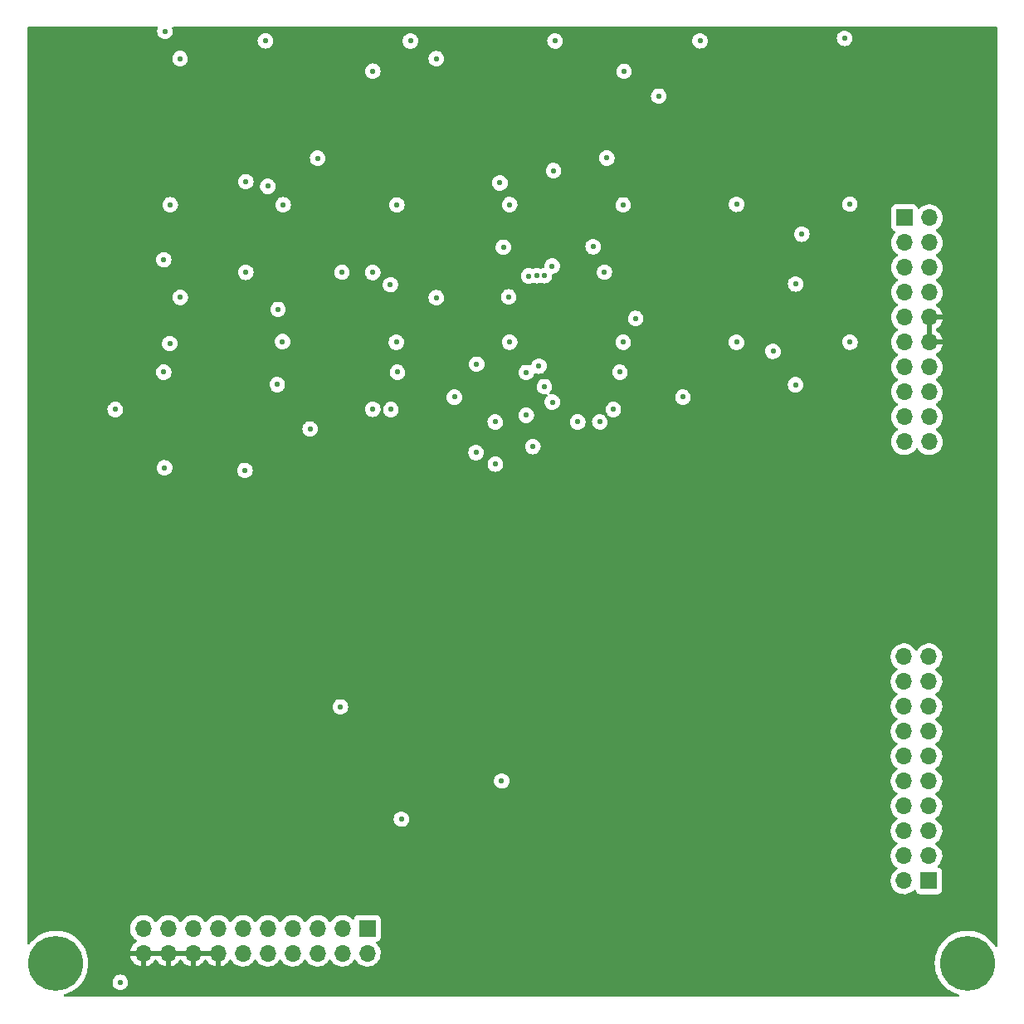
<source format=gbr>
G04 #@! TF.GenerationSoftware,KiCad,Pcbnew,(6.0.5)*
G04 #@! TF.CreationDate,2022-09-14T22:51:16+02:00*
G04 #@! TF.ProjectId,B3,42332e6b-6963-4616-945f-706362585858,rev?*
G04 #@! TF.SameCoordinates,Original*
G04 #@! TF.FileFunction,Copper,L2,Inr*
G04 #@! TF.FilePolarity,Positive*
%FSLAX46Y46*%
G04 Gerber Fmt 4.6, Leading zero omitted, Abs format (unit mm)*
G04 Created by KiCad (PCBNEW (6.0.5)) date 2022-09-14 22:51:16*
%MOMM*%
%LPD*%
G01*
G04 APERTURE LIST*
G04 #@! TA.AperFunction,ComponentPad*
%ADD10R,1.700000X1.700000*%
G04 #@! TD*
G04 #@! TA.AperFunction,ComponentPad*
%ADD11O,1.700000X1.700000*%
G04 #@! TD*
G04 #@! TA.AperFunction,ComponentPad*
%ADD12C,5.600000*%
G04 #@! TD*
G04 #@! TA.AperFunction,ViaPad*
%ADD13C,0.560000*%
G04 #@! TD*
G04 APERTURE END LIST*
D10*
X190000000Y-65000000D03*
D11*
X192540000Y-65000000D03*
X190000000Y-67540000D03*
X192540000Y-67540000D03*
X190000000Y-70080000D03*
X192540000Y-70080000D03*
X190000000Y-72620000D03*
X192540000Y-72620000D03*
X190000000Y-75160000D03*
X192540000Y-75160000D03*
X190000000Y-77700000D03*
X192540000Y-77700000D03*
X190000000Y-80240000D03*
X192540000Y-80240000D03*
X190000000Y-82780000D03*
X192540000Y-82780000D03*
X190000000Y-85320000D03*
X192540000Y-85320000D03*
X190000000Y-87860000D03*
X192540000Y-87860000D03*
D10*
X192500000Y-132660000D03*
D11*
X189960000Y-132660000D03*
X192500000Y-130120000D03*
X189960000Y-130120000D03*
X192500000Y-127580000D03*
X189960000Y-127580000D03*
X192500000Y-125040000D03*
X189960000Y-125040000D03*
X192500000Y-122500000D03*
X189960000Y-122500000D03*
X192500000Y-119960000D03*
X189960000Y-119960000D03*
X192500000Y-117420000D03*
X189960000Y-117420000D03*
X192500000Y-114880000D03*
X189960000Y-114880000D03*
X192500000Y-112340000D03*
X189960000Y-112340000D03*
X192500000Y-109800000D03*
X189960000Y-109800000D03*
D12*
X103406802Y-56930538D03*
D10*
X135200000Y-137500000D03*
D11*
X135200000Y-140040000D03*
X132660000Y-137500000D03*
X132660000Y-140040000D03*
X130120000Y-137500000D03*
X130120000Y-140040000D03*
X127580000Y-137500000D03*
X127580000Y-140040000D03*
X125040000Y-137500000D03*
X125040000Y-140040000D03*
X122500000Y-137500000D03*
X122500000Y-140040000D03*
X119960000Y-137500000D03*
X119960000Y-140040000D03*
X117420000Y-137500000D03*
X117420000Y-140040000D03*
X114880000Y-137500000D03*
X114880000Y-140040000D03*
X112340000Y-137500000D03*
X112340000Y-140040000D03*
D12*
X103406802Y-141055538D03*
X196406802Y-56930538D03*
X196406802Y-141055538D03*
D13*
X162570000Y-75270000D03*
X160971000Y-80760000D03*
X109990000Y-143010000D03*
X109475000Y-84570000D03*
X178891666Y-71768334D03*
X178891666Y-82038334D03*
X179530000Y-66680000D03*
X138670000Y-126360000D03*
X138270000Y-80760000D03*
X148900000Y-122470000D03*
X149080000Y-68000000D03*
X132450000Y-114910000D03*
X132601666Y-70560000D03*
X167399995Y-83300000D03*
X115040000Y-77840000D03*
X115090000Y-63677500D03*
X161300000Y-63687500D03*
X184450000Y-77697500D03*
X126088333Y-74355000D03*
X130130000Y-58920000D03*
X139590000Y-46967500D03*
X183890000Y-46700000D03*
X149720000Y-63667500D03*
X169140000Y-46957500D03*
X144083000Y-83300000D03*
X149720000Y-77697500D03*
X154350000Y-46967500D03*
X184430000Y-63617500D03*
X138220000Y-63697500D03*
X172865000Y-77700000D03*
X172870000Y-63637500D03*
X161305000Y-77700000D03*
X124800000Y-46957500D03*
X126550000Y-77637500D03*
X138160000Y-77697500D03*
X159640000Y-58910000D03*
X126610000Y-63677500D03*
X155960000Y-46770000D03*
X186000000Y-63570000D03*
X159640000Y-60180000D03*
X128260000Y-63590000D03*
X185950000Y-77710000D03*
X144070000Y-87120000D03*
X130120000Y-60200000D03*
X170720000Y-46730000D03*
X109450000Y-73110000D03*
X156000000Y-87110000D03*
X155640000Y-74360000D03*
X144900000Y-60200000D03*
X178220000Y-73040000D03*
X139770000Y-63550000D03*
X174450000Y-63570000D03*
X167400000Y-87110000D03*
X185490000Y-46710000D03*
X174480000Y-77710000D03*
X120920000Y-74350000D03*
X172350000Y-82030000D03*
X133300000Y-87110000D03*
X141160000Y-46750000D03*
X128140000Y-77680000D03*
X167330000Y-73040000D03*
X116560000Y-77680000D03*
X174440000Y-60200000D03*
X178340000Y-87110000D03*
X151320000Y-77710000D03*
X121050000Y-87120000D03*
X162900000Y-63570000D03*
X126380000Y-46770000D03*
X144130000Y-73090000D03*
X151290000Y-63540000D03*
X162840000Y-77760000D03*
X139700000Y-77710000D03*
X115350000Y-60195000D03*
X116710000Y-63590000D03*
X133220000Y-73080000D03*
X109430000Y-87140000D03*
X125039989Y-61790011D03*
X154200000Y-60195000D03*
X154060000Y-69930000D03*
X154070000Y-83810000D03*
X137551666Y-71830000D03*
X137594998Y-84570000D03*
X122800000Y-61320000D03*
X122720000Y-90783520D03*
X122800000Y-70570000D03*
X176590000Y-78630000D03*
X158920000Y-85830000D03*
X161390000Y-50060000D03*
X114425000Y-80760000D03*
X148250000Y-85840000D03*
X148260000Y-90140000D03*
X114520000Y-90510000D03*
X164930000Y-52590000D03*
X142240000Y-48768000D03*
X142240000Y-73152000D03*
X114554000Y-45974000D03*
X114425000Y-69290000D03*
X135760000Y-50050000D03*
X135750000Y-84550000D03*
X135750000Y-70590000D03*
X151420000Y-85160000D03*
X151420000Y-80790000D03*
X158230000Y-67960000D03*
X156670000Y-85840000D03*
X126009999Y-82030000D03*
X129360000Y-86550000D03*
X146360000Y-79940000D03*
X146290000Y-88960000D03*
X116090000Y-48760000D03*
X116120000Y-73130000D03*
X153250000Y-70920000D03*
X153260000Y-82230000D03*
X151670000Y-70940000D03*
X152090000Y-88350000D03*
X152710000Y-80140000D03*
X152480000Y-70920000D03*
X159390000Y-70560000D03*
X160300000Y-84570000D03*
X148730000Y-61450000D03*
X149620000Y-73070000D03*
G04 #@! TA.AperFunction,Conductor*
G36*
X113770436Y-45534040D02*
G01*
X113816929Y-45587696D01*
X113827033Y-45657970D01*
X113820716Y-45683132D01*
X113785170Y-45780795D01*
X113782760Y-45787417D01*
X113760588Y-45962921D01*
X113777851Y-46138976D01*
X113780075Y-46145661D01*
X113780075Y-46145662D01*
X113802509Y-46213100D01*
X113833689Y-46306831D01*
X113925327Y-46458143D01*
X113930218Y-46463208D01*
X113930219Y-46463209D01*
X113947013Y-46480600D01*
X114048211Y-46585394D01*
X114196234Y-46682257D01*
X114362038Y-46743919D01*
X114369019Y-46744850D01*
X114369021Y-46744851D01*
X114417221Y-46751282D01*
X114537382Y-46767315D01*
X114544393Y-46766677D01*
X114544397Y-46766677D01*
X114706532Y-46751921D01*
X114713553Y-46751282D01*
X114720255Y-46749104D01*
X114720257Y-46749104D01*
X114875095Y-46698794D01*
X114875098Y-46698793D01*
X114881794Y-46696617D01*
X114894704Y-46688921D01*
X115027691Y-46609646D01*
X115027693Y-46609645D01*
X115033743Y-46606038D01*
X115161848Y-46484045D01*
X115259742Y-46336702D01*
X115297517Y-46237260D01*
X115320060Y-46177916D01*
X115320061Y-46177911D01*
X115322560Y-46171333D01*
X115323540Y-46164361D01*
X115346629Y-46000079D01*
X115346629Y-46000073D01*
X115347180Y-45996156D01*
X115347489Y-45974000D01*
X115327770Y-45798204D01*
X115287120Y-45681473D01*
X115283607Y-45610565D01*
X115318989Y-45549013D01*
X115382031Y-45516361D01*
X115406112Y-45514038D01*
X199347302Y-45514038D01*
X199415423Y-45534040D01*
X199461916Y-45587696D01*
X199473302Y-45640038D01*
X199473302Y-139272574D01*
X199453300Y-139340695D01*
X199399644Y-139387188D01*
X199329370Y-139397292D01*
X199264790Y-139367798D01*
X199242966Y-139343214D01*
X199047904Y-139055108D01*
X199045992Y-139052284D01*
X199041715Y-139047240D01*
X198903377Y-138884118D01*
X198814205Y-138778970D01*
X198554256Y-138532288D01*
X198269186Y-138315123D01*
X198266274Y-138313366D01*
X198266269Y-138313363D01*
X197965245Y-138131774D01*
X197965239Y-138131771D01*
X197962330Y-138130016D01*
X197637277Y-137979131D01*
X197411163Y-137902596D01*
X197301057Y-137865327D01*
X197301052Y-137865326D01*
X197297830Y-137864235D01*
X197099483Y-137820262D01*
X196951295Y-137787409D01*
X196951289Y-137787408D01*
X196947960Y-137786670D01*
X196944571Y-137786296D01*
X196944566Y-137786295D01*
X196595140Y-137747718D01*
X196595135Y-137747718D01*
X196591759Y-137747345D01*
X196588360Y-137747339D01*
X196588359Y-137747339D01*
X196418882Y-137747043D01*
X196233394Y-137746720D01*
X196120215Y-137758815D01*
X195880441Y-137784439D01*
X195880433Y-137784440D01*
X195877058Y-137784801D01*
X195526919Y-137861144D01*
X195187073Y-137974855D01*
X195183980Y-137976277D01*
X195183979Y-137976278D01*
X195001892Y-138060029D01*
X194861496Y-138124604D01*
X194858562Y-138126360D01*
X194858560Y-138126361D01*
X194567279Y-138300689D01*
X194553995Y-138308639D01*
X194551269Y-138310701D01*
X194551267Y-138310702D01*
X194353443Y-138460316D01*
X194268169Y-138524808D01*
X194265684Y-138527150D01*
X194265679Y-138527154D01*
X194247621Y-138544171D01*
X194007361Y-138770581D01*
X194005149Y-138773171D01*
X194005147Y-138773173D01*
X193974522Y-138809030D01*
X193774621Y-139043084D01*
X193772708Y-139045889D01*
X193772699Y-139045901D01*
X193720390Y-139122584D01*
X193572673Y-139339129D01*
X193403879Y-139655252D01*
X193270213Y-139987756D01*
X193269293Y-139991030D01*
X193269291Y-139991035D01*
X193179040Y-140312115D01*
X193173239Y-140332751D01*
X193172677Y-140336108D01*
X193172677Y-140336109D01*
X193139084Y-140536857D01*
X193114092Y-140686201D01*
X193093463Y-141043972D01*
X193111594Y-141401878D01*
X193112131Y-141405233D01*
X193112132Y-141405239D01*
X193117118Y-141436366D01*
X193168272Y-141755733D01*
X193262835Y-142101397D01*
X193264084Y-142104567D01*
X193374440Y-142384722D01*
X193394176Y-142434826D01*
X193424953Y-142493447D01*
X193540306Y-142713162D01*
X193560759Y-142752120D01*
X193562660Y-142754949D01*
X193562666Y-142754959D01*
X193691089Y-142946071D01*
X193760636Y-143049567D01*
X193991467Y-143323688D01*
X194250553Y-143571276D01*
X194534863Y-143789435D01*
X194566858Y-143808888D01*
X194838157Y-143973841D01*
X194838162Y-143973844D01*
X194841072Y-143975613D01*
X194844160Y-143977059D01*
X194844159Y-143977059D01*
X195162512Y-144126187D01*
X195162522Y-144126191D01*
X195165596Y-144127631D01*
X195168814Y-144128733D01*
X195168817Y-144128734D01*
X195501417Y-144242609D01*
X195501425Y-144242611D01*
X195504640Y-144243712D01*
X195507968Y-144244462D01*
X195524204Y-144248121D01*
X195586261Y-144282610D01*
X195619820Y-144345174D01*
X195614227Y-144415950D01*
X195571257Y-144472467D01*
X195504554Y-144496781D01*
X195496503Y-144497038D01*
X104319851Y-144497038D01*
X104251730Y-144477036D01*
X104205237Y-144423380D01*
X104195133Y-144353106D01*
X104224627Y-144288526D01*
X104280288Y-144251410D01*
X104306900Y-144242609D01*
X104615770Y-144140460D01*
X104941868Y-143991849D01*
X105035854Y-143936044D01*
X105247064Y-143810637D01*
X105247069Y-143810634D01*
X105250009Y-143808888D01*
X105258282Y-143802677D01*
X105375859Y-143714397D01*
X105536588Y-143593718D01*
X105798253Y-143348857D01*
X106031942Y-143077168D01*
X106085720Y-142998921D01*
X109196588Y-142998921D01*
X109213851Y-143174976D01*
X109269689Y-143342831D01*
X109361327Y-143494143D01*
X109366218Y-143499208D01*
X109366219Y-143499209D01*
X109386340Y-143520045D01*
X109484211Y-143621394D01*
X109632234Y-143718257D01*
X109798038Y-143779919D01*
X109805019Y-143780850D01*
X109805021Y-143780851D01*
X109853221Y-143787282D01*
X109973382Y-143803315D01*
X109980393Y-143802677D01*
X109980397Y-143802677D01*
X110142532Y-143787921D01*
X110149553Y-143787282D01*
X110156255Y-143785104D01*
X110156257Y-143785104D01*
X110311095Y-143734794D01*
X110311098Y-143734793D01*
X110317794Y-143732617D01*
X110323845Y-143729010D01*
X110463691Y-143645646D01*
X110463693Y-143645645D01*
X110469743Y-143642038D01*
X110597848Y-143520045D01*
X110695742Y-143372702D01*
X110724747Y-143296345D01*
X110756060Y-143213916D01*
X110756061Y-143213911D01*
X110758560Y-143207333D01*
X110777249Y-143074356D01*
X110782629Y-143036079D01*
X110782629Y-143036073D01*
X110783180Y-143032156D01*
X110783489Y-143010000D01*
X110763770Y-142834204D01*
X110745532Y-142781830D01*
X110707912Y-142673802D01*
X110705594Y-142667145D01*
X110611852Y-142517126D01*
X110549264Y-142454099D01*
X110492166Y-142396601D01*
X110492162Y-142396598D01*
X110487203Y-142391604D01*
X110476359Y-142384722D01*
X110343797Y-142300595D01*
X110343793Y-142300593D01*
X110337843Y-142296817D01*
X110308269Y-142286286D01*
X110177829Y-142239838D01*
X110177824Y-142239837D01*
X110171194Y-142237476D01*
X110164206Y-142236643D01*
X110164203Y-142236642D01*
X110066922Y-142225042D01*
X109995540Y-142216530D01*
X109988537Y-142217266D01*
X109988536Y-142217266D01*
X109940862Y-142222277D01*
X109819610Y-142235021D01*
X109812944Y-142237290D01*
X109812941Y-142237291D01*
X109658816Y-142289760D01*
X109658813Y-142289761D01*
X109652149Y-142292030D01*
X109501479Y-142384722D01*
X109375090Y-142508492D01*
X109279263Y-142657187D01*
X109276854Y-142663807D01*
X109276853Y-142663808D01*
X109258890Y-142713162D01*
X109218760Y-142823417D01*
X109196588Y-142998921D01*
X106085720Y-142998921D01*
X106195705Y-142838891D01*
X106232992Y-142784639D01*
X106232997Y-142784632D01*
X106234922Y-142781830D01*
X106236534Y-142778836D01*
X106236539Y-142778828D01*
X106403197Y-142469310D01*
X106404819Y-142466298D01*
X106539644Y-142134262D01*
X106549944Y-142098106D01*
X106570329Y-142026544D01*
X106637822Y-141789608D01*
X106698203Y-141436366D01*
X106700313Y-141401878D01*
X106719970Y-141080466D01*
X106720080Y-141078669D01*
X106720161Y-141055538D01*
X106700781Y-140697697D01*
X106642868Y-140344043D01*
X106632863Y-140307966D01*
X111008257Y-140307966D01*
X111038565Y-140442446D01*
X111041645Y-140452275D01*
X111121770Y-140649603D01*
X111126413Y-140658794D01*
X111237694Y-140840388D01*
X111243777Y-140848699D01*
X111383213Y-141009667D01*
X111390580Y-141016883D01*
X111554434Y-141152916D01*
X111562881Y-141158831D01*
X111746756Y-141266279D01*
X111756042Y-141270729D01*
X111955001Y-141346703D01*
X111964899Y-141349579D01*
X112068250Y-141370606D01*
X112082299Y-141369410D01*
X112086000Y-141359065D01*
X112086000Y-141358517D01*
X112594000Y-141358517D01*
X112598064Y-141372359D01*
X112611478Y-141374393D01*
X112618184Y-141373534D01*
X112628262Y-141371392D01*
X112832255Y-141310191D01*
X112841842Y-141306433D01*
X113033095Y-141212739D01*
X113041945Y-141207464D01*
X113215328Y-141083792D01*
X113223200Y-141077139D01*
X113374052Y-140926812D01*
X113380730Y-140918965D01*
X113508022Y-140741819D01*
X113509147Y-140742627D01*
X113556669Y-140698876D01*
X113626607Y-140686661D01*
X113692046Y-140714197D01*
X113719870Y-140746028D01*
X113777690Y-140840383D01*
X113783777Y-140848699D01*
X113923213Y-141009667D01*
X113930580Y-141016883D01*
X114094434Y-141152916D01*
X114102881Y-141158831D01*
X114286756Y-141266279D01*
X114296042Y-141270729D01*
X114495001Y-141346703D01*
X114504899Y-141349579D01*
X114608250Y-141370606D01*
X114622299Y-141369410D01*
X114626000Y-141359065D01*
X114626000Y-141358517D01*
X115134000Y-141358517D01*
X115138064Y-141372359D01*
X115151478Y-141374393D01*
X115158184Y-141373534D01*
X115168262Y-141371392D01*
X115372255Y-141310191D01*
X115381842Y-141306433D01*
X115573095Y-141212739D01*
X115581945Y-141207464D01*
X115755328Y-141083792D01*
X115763200Y-141077139D01*
X115914052Y-140926812D01*
X115920730Y-140918965D01*
X116048022Y-140741819D01*
X116049147Y-140742627D01*
X116096669Y-140698876D01*
X116166607Y-140686661D01*
X116232046Y-140714197D01*
X116259870Y-140746028D01*
X116317690Y-140840383D01*
X116323777Y-140848699D01*
X116463213Y-141009667D01*
X116470580Y-141016883D01*
X116634434Y-141152916D01*
X116642881Y-141158831D01*
X116826756Y-141266279D01*
X116836042Y-141270729D01*
X117035001Y-141346703D01*
X117044899Y-141349579D01*
X117148250Y-141370606D01*
X117162299Y-141369410D01*
X117166000Y-141359065D01*
X117166000Y-141358517D01*
X117674000Y-141358517D01*
X117678064Y-141372359D01*
X117691478Y-141374393D01*
X117698184Y-141373534D01*
X117708262Y-141371392D01*
X117912255Y-141310191D01*
X117921842Y-141306433D01*
X118113095Y-141212739D01*
X118121945Y-141207464D01*
X118295328Y-141083792D01*
X118303200Y-141077139D01*
X118454052Y-140926812D01*
X118460730Y-140918965D01*
X118588022Y-140741819D01*
X118589147Y-140742627D01*
X118636669Y-140698876D01*
X118706607Y-140686661D01*
X118772046Y-140714197D01*
X118799870Y-140746028D01*
X118857690Y-140840383D01*
X118863777Y-140848699D01*
X119003213Y-141009667D01*
X119010580Y-141016883D01*
X119174434Y-141152916D01*
X119182881Y-141158831D01*
X119366756Y-141266279D01*
X119376042Y-141270729D01*
X119575001Y-141346703D01*
X119584899Y-141349579D01*
X119688250Y-141370606D01*
X119702299Y-141369410D01*
X119706000Y-141359065D01*
X119706000Y-140312115D01*
X119701525Y-140296876D01*
X119700135Y-140295671D01*
X119692452Y-140294000D01*
X117692115Y-140294000D01*
X117676876Y-140298475D01*
X117675671Y-140299865D01*
X117674000Y-140307548D01*
X117674000Y-141358517D01*
X117166000Y-141358517D01*
X117166000Y-140312115D01*
X117161525Y-140296876D01*
X117160135Y-140295671D01*
X117152452Y-140294000D01*
X115152115Y-140294000D01*
X115136876Y-140298475D01*
X115135671Y-140299865D01*
X115134000Y-140307548D01*
X115134000Y-141358517D01*
X114626000Y-141358517D01*
X114626000Y-140312115D01*
X114621525Y-140296876D01*
X114620135Y-140295671D01*
X114612452Y-140294000D01*
X112612115Y-140294000D01*
X112596876Y-140298475D01*
X112595671Y-140299865D01*
X112594000Y-140307548D01*
X112594000Y-141358517D01*
X112086000Y-141358517D01*
X112086000Y-140312115D01*
X112081525Y-140296876D01*
X112080135Y-140295671D01*
X112072452Y-140294000D01*
X111023225Y-140294000D01*
X111009694Y-140297973D01*
X111008257Y-140307966D01*
X106632863Y-140307966D01*
X106547099Y-139998711D01*
X106544045Y-139991035D01*
X106415854Y-139668907D01*
X106414595Y-139665743D01*
X106274204Y-139400590D01*
X106248504Y-139352051D01*
X106248500Y-139352044D01*
X106246905Y-139349032D01*
X106045992Y-139052284D01*
X106041715Y-139047240D01*
X105903377Y-138884118D01*
X105814205Y-138778970D01*
X105554256Y-138532288D01*
X105269186Y-138315123D01*
X105266274Y-138313366D01*
X105266269Y-138313363D01*
X104965245Y-138131774D01*
X104965239Y-138131771D01*
X104962330Y-138130016D01*
X104637277Y-137979131D01*
X104411163Y-137902596D01*
X104301057Y-137865327D01*
X104301052Y-137865326D01*
X104297830Y-137864235D01*
X104099483Y-137820262D01*
X103951295Y-137787409D01*
X103951289Y-137787408D01*
X103947960Y-137786670D01*
X103944571Y-137786296D01*
X103944566Y-137786295D01*
X103595140Y-137747718D01*
X103595135Y-137747718D01*
X103591759Y-137747345D01*
X103588360Y-137747339D01*
X103588359Y-137747339D01*
X103418882Y-137747043D01*
X103233394Y-137746720D01*
X103120215Y-137758815D01*
X102880441Y-137784439D01*
X102880433Y-137784440D01*
X102877058Y-137784801D01*
X102526919Y-137861144D01*
X102187073Y-137974855D01*
X102183980Y-137976277D01*
X102183979Y-137976278D01*
X102001892Y-138060029D01*
X101861496Y-138124604D01*
X101858562Y-138126360D01*
X101858560Y-138126361D01*
X101567279Y-138300689D01*
X101553995Y-138308639D01*
X101551269Y-138310701D01*
X101551267Y-138310702D01*
X101353443Y-138460316D01*
X101268169Y-138524808D01*
X101265684Y-138527150D01*
X101265679Y-138527154D01*
X101247621Y-138544171D01*
X101007361Y-138770581D01*
X101005149Y-138773171D01*
X101005147Y-138773173D01*
X100974522Y-138809030D01*
X100774621Y-139043084D01*
X100720388Y-139122586D01*
X100665479Y-139167587D01*
X100594954Y-139175758D01*
X100531207Y-139144504D01*
X100494477Y-139083747D01*
X100490302Y-139051580D01*
X100490302Y-137466695D01*
X110977251Y-137466695D01*
X110990110Y-137689715D01*
X110991247Y-137694761D01*
X110991248Y-137694767D01*
X111011960Y-137786670D01*
X111039222Y-137907639D01*
X111123266Y-138114616D01*
X111160685Y-138175678D01*
X111237291Y-138300688D01*
X111239987Y-138305088D01*
X111386250Y-138473938D01*
X111558126Y-138616632D01*
X111631445Y-138659476D01*
X111631955Y-138659774D01*
X111680679Y-138711412D01*
X111693750Y-138781195D01*
X111667019Y-138846967D01*
X111626562Y-138880327D01*
X111618457Y-138884546D01*
X111609738Y-138890036D01*
X111439433Y-139017905D01*
X111431726Y-139024748D01*
X111284590Y-139178717D01*
X111278104Y-139186727D01*
X111158098Y-139362649D01*
X111153000Y-139371623D01*
X111063338Y-139564783D01*
X111059775Y-139574470D01*
X111004389Y-139774183D01*
X111005912Y-139782607D01*
X111018292Y-139786000D01*
X120088000Y-139786000D01*
X120156121Y-139806002D01*
X120202614Y-139859658D01*
X120214000Y-139912000D01*
X120214000Y-141358517D01*
X120218064Y-141372359D01*
X120231478Y-141374393D01*
X120238184Y-141373534D01*
X120248262Y-141371392D01*
X120452255Y-141310191D01*
X120461842Y-141306433D01*
X120653095Y-141212739D01*
X120661945Y-141207464D01*
X120835328Y-141083792D01*
X120843200Y-141077139D01*
X120994052Y-140926812D01*
X121000730Y-140918965D01*
X121128022Y-140741819D01*
X121129279Y-140742722D01*
X121176373Y-140699362D01*
X121246311Y-140687145D01*
X121311751Y-140714678D01*
X121339579Y-140746511D01*
X121399987Y-140845088D01*
X121546250Y-141013938D01*
X121718126Y-141156632D01*
X121911000Y-141269338D01*
X122119692Y-141349030D01*
X122124760Y-141350061D01*
X122124763Y-141350062D01*
X122219862Y-141369410D01*
X122338597Y-141393567D01*
X122343772Y-141393757D01*
X122343774Y-141393757D01*
X122556673Y-141401564D01*
X122556677Y-141401564D01*
X122561837Y-141401753D01*
X122566957Y-141401097D01*
X122566959Y-141401097D01*
X122778288Y-141374025D01*
X122778289Y-141374025D01*
X122783416Y-141373368D01*
X122788366Y-141371883D01*
X122992429Y-141310661D01*
X122992434Y-141310659D01*
X122997384Y-141309174D01*
X123197994Y-141210896D01*
X123379860Y-141081173D01*
X123403760Y-141057357D01*
X123534435Y-140927137D01*
X123538096Y-140923489D01*
X123668453Y-140742077D01*
X123669776Y-140743028D01*
X123716645Y-140699857D01*
X123786580Y-140687625D01*
X123852026Y-140715144D01*
X123879875Y-140746994D01*
X123939987Y-140845088D01*
X124086250Y-141013938D01*
X124258126Y-141156632D01*
X124451000Y-141269338D01*
X124659692Y-141349030D01*
X124664760Y-141350061D01*
X124664763Y-141350062D01*
X124759862Y-141369410D01*
X124878597Y-141393567D01*
X124883772Y-141393757D01*
X124883774Y-141393757D01*
X125096673Y-141401564D01*
X125096677Y-141401564D01*
X125101837Y-141401753D01*
X125106957Y-141401097D01*
X125106959Y-141401097D01*
X125318288Y-141374025D01*
X125318289Y-141374025D01*
X125323416Y-141373368D01*
X125328366Y-141371883D01*
X125532429Y-141310661D01*
X125532434Y-141310659D01*
X125537384Y-141309174D01*
X125737994Y-141210896D01*
X125919860Y-141081173D01*
X125943760Y-141057357D01*
X126074435Y-140927137D01*
X126078096Y-140923489D01*
X126208453Y-140742077D01*
X126209776Y-140743028D01*
X126256645Y-140699857D01*
X126326580Y-140687625D01*
X126392026Y-140715144D01*
X126419875Y-140746994D01*
X126479987Y-140845088D01*
X126626250Y-141013938D01*
X126798126Y-141156632D01*
X126991000Y-141269338D01*
X127199692Y-141349030D01*
X127204760Y-141350061D01*
X127204763Y-141350062D01*
X127299862Y-141369410D01*
X127418597Y-141393567D01*
X127423772Y-141393757D01*
X127423774Y-141393757D01*
X127636673Y-141401564D01*
X127636677Y-141401564D01*
X127641837Y-141401753D01*
X127646957Y-141401097D01*
X127646959Y-141401097D01*
X127858288Y-141374025D01*
X127858289Y-141374025D01*
X127863416Y-141373368D01*
X127868366Y-141371883D01*
X128072429Y-141310661D01*
X128072434Y-141310659D01*
X128077384Y-141309174D01*
X128277994Y-141210896D01*
X128459860Y-141081173D01*
X128483760Y-141057357D01*
X128614435Y-140927137D01*
X128618096Y-140923489D01*
X128748453Y-140742077D01*
X128749776Y-140743028D01*
X128796645Y-140699857D01*
X128866580Y-140687625D01*
X128932026Y-140715144D01*
X128959875Y-140746994D01*
X129019987Y-140845088D01*
X129166250Y-141013938D01*
X129338126Y-141156632D01*
X129531000Y-141269338D01*
X129739692Y-141349030D01*
X129744760Y-141350061D01*
X129744763Y-141350062D01*
X129839862Y-141369410D01*
X129958597Y-141393567D01*
X129963772Y-141393757D01*
X129963774Y-141393757D01*
X130176673Y-141401564D01*
X130176677Y-141401564D01*
X130181837Y-141401753D01*
X130186957Y-141401097D01*
X130186959Y-141401097D01*
X130398288Y-141374025D01*
X130398289Y-141374025D01*
X130403416Y-141373368D01*
X130408366Y-141371883D01*
X130612429Y-141310661D01*
X130612434Y-141310659D01*
X130617384Y-141309174D01*
X130817994Y-141210896D01*
X130999860Y-141081173D01*
X131023760Y-141057357D01*
X131154435Y-140927137D01*
X131158096Y-140923489D01*
X131288453Y-140742077D01*
X131289776Y-140743028D01*
X131336645Y-140699857D01*
X131406580Y-140687625D01*
X131472026Y-140715144D01*
X131499875Y-140746994D01*
X131559987Y-140845088D01*
X131706250Y-141013938D01*
X131878126Y-141156632D01*
X132071000Y-141269338D01*
X132279692Y-141349030D01*
X132284760Y-141350061D01*
X132284763Y-141350062D01*
X132379862Y-141369410D01*
X132498597Y-141393567D01*
X132503772Y-141393757D01*
X132503774Y-141393757D01*
X132716673Y-141401564D01*
X132716677Y-141401564D01*
X132721837Y-141401753D01*
X132726957Y-141401097D01*
X132726959Y-141401097D01*
X132938288Y-141374025D01*
X132938289Y-141374025D01*
X132943416Y-141373368D01*
X132948366Y-141371883D01*
X133152429Y-141310661D01*
X133152434Y-141310659D01*
X133157384Y-141309174D01*
X133357994Y-141210896D01*
X133539860Y-141081173D01*
X133563760Y-141057357D01*
X133694435Y-140927137D01*
X133698096Y-140923489D01*
X133828453Y-140742077D01*
X133829776Y-140743028D01*
X133876645Y-140699857D01*
X133946580Y-140687625D01*
X134012026Y-140715144D01*
X134039875Y-140746994D01*
X134099987Y-140845088D01*
X134246250Y-141013938D01*
X134418126Y-141156632D01*
X134611000Y-141269338D01*
X134819692Y-141349030D01*
X134824760Y-141350061D01*
X134824763Y-141350062D01*
X134919862Y-141369410D01*
X135038597Y-141393567D01*
X135043772Y-141393757D01*
X135043774Y-141393757D01*
X135256673Y-141401564D01*
X135256677Y-141401564D01*
X135261837Y-141401753D01*
X135266957Y-141401097D01*
X135266959Y-141401097D01*
X135478288Y-141374025D01*
X135478289Y-141374025D01*
X135483416Y-141373368D01*
X135488366Y-141371883D01*
X135692429Y-141310661D01*
X135692434Y-141310659D01*
X135697384Y-141309174D01*
X135897994Y-141210896D01*
X136079860Y-141081173D01*
X136103760Y-141057357D01*
X136234435Y-140927137D01*
X136238096Y-140923489D01*
X136368453Y-140742077D01*
X136381995Y-140714678D01*
X136465136Y-140546453D01*
X136465137Y-140546451D01*
X136467430Y-140541811D01*
X136532370Y-140328069D01*
X136561529Y-140106590D01*
X136563156Y-140040000D01*
X136544852Y-139817361D01*
X136490431Y-139600702D01*
X136401354Y-139395840D01*
X136280014Y-139208277D01*
X136260405Y-139186727D01*
X136132798Y-139046488D01*
X136101746Y-138982642D01*
X136110141Y-138912143D01*
X136155317Y-138857375D01*
X136181761Y-138843706D01*
X136288297Y-138803767D01*
X136296705Y-138800615D01*
X136413261Y-138713261D01*
X136500615Y-138596705D01*
X136551745Y-138460316D01*
X136558500Y-138398134D01*
X136558500Y-136601866D01*
X136551745Y-136539684D01*
X136500615Y-136403295D01*
X136413261Y-136286739D01*
X136296705Y-136199385D01*
X136160316Y-136148255D01*
X136098134Y-136141500D01*
X134301866Y-136141500D01*
X134239684Y-136148255D01*
X134103295Y-136199385D01*
X133986739Y-136286739D01*
X133899385Y-136403295D01*
X133896233Y-136411703D01*
X133854919Y-136521907D01*
X133812277Y-136578671D01*
X133745716Y-136603371D01*
X133676367Y-136588163D01*
X133643743Y-136562476D01*
X133593151Y-136506875D01*
X133593142Y-136506866D01*
X133589670Y-136503051D01*
X133585619Y-136499852D01*
X133585615Y-136499848D01*
X133418414Y-136367800D01*
X133418410Y-136367798D01*
X133414359Y-136364598D01*
X133218789Y-136256638D01*
X133213920Y-136254914D01*
X133213916Y-136254912D01*
X133013087Y-136183795D01*
X133013083Y-136183794D01*
X133008212Y-136182069D01*
X133003119Y-136181162D01*
X133003116Y-136181161D01*
X132793373Y-136143800D01*
X132793367Y-136143799D01*
X132788284Y-136142894D01*
X132714452Y-136141992D01*
X132570081Y-136140228D01*
X132570079Y-136140228D01*
X132564911Y-136140165D01*
X132344091Y-136173955D01*
X132131756Y-136243357D01*
X131933607Y-136346507D01*
X131929474Y-136349610D01*
X131929471Y-136349612D01*
X131759100Y-136477530D01*
X131754965Y-136480635D01*
X131715525Y-136521907D01*
X131661280Y-136578671D01*
X131600629Y-136642138D01*
X131493201Y-136799621D01*
X131438293Y-136844621D01*
X131367768Y-136852792D01*
X131304021Y-136821538D01*
X131283324Y-136797054D01*
X131202822Y-136672617D01*
X131202820Y-136672614D01*
X131200014Y-136668277D01*
X131049670Y-136503051D01*
X131045619Y-136499852D01*
X131045615Y-136499848D01*
X130878414Y-136367800D01*
X130878410Y-136367798D01*
X130874359Y-136364598D01*
X130678789Y-136256638D01*
X130673920Y-136254914D01*
X130673916Y-136254912D01*
X130473087Y-136183795D01*
X130473083Y-136183794D01*
X130468212Y-136182069D01*
X130463119Y-136181162D01*
X130463116Y-136181161D01*
X130253373Y-136143800D01*
X130253367Y-136143799D01*
X130248284Y-136142894D01*
X130174452Y-136141992D01*
X130030081Y-136140228D01*
X130030079Y-136140228D01*
X130024911Y-136140165D01*
X129804091Y-136173955D01*
X129591756Y-136243357D01*
X129393607Y-136346507D01*
X129389474Y-136349610D01*
X129389471Y-136349612D01*
X129219100Y-136477530D01*
X129214965Y-136480635D01*
X129175525Y-136521907D01*
X129121280Y-136578671D01*
X129060629Y-136642138D01*
X128953201Y-136799621D01*
X128898293Y-136844621D01*
X128827768Y-136852792D01*
X128764021Y-136821538D01*
X128743324Y-136797054D01*
X128662822Y-136672617D01*
X128662820Y-136672614D01*
X128660014Y-136668277D01*
X128509670Y-136503051D01*
X128505619Y-136499852D01*
X128505615Y-136499848D01*
X128338414Y-136367800D01*
X128338410Y-136367798D01*
X128334359Y-136364598D01*
X128138789Y-136256638D01*
X128133920Y-136254914D01*
X128133916Y-136254912D01*
X127933087Y-136183795D01*
X127933083Y-136183794D01*
X127928212Y-136182069D01*
X127923119Y-136181162D01*
X127923116Y-136181161D01*
X127713373Y-136143800D01*
X127713367Y-136143799D01*
X127708284Y-136142894D01*
X127634452Y-136141992D01*
X127490081Y-136140228D01*
X127490079Y-136140228D01*
X127484911Y-136140165D01*
X127264091Y-136173955D01*
X127051756Y-136243357D01*
X126853607Y-136346507D01*
X126849474Y-136349610D01*
X126849471Y-136349612D01*
X126679100Y-136477530D01*
X126674965Y-136480635D01*
X126635525Y-136521907D01*
X126581280Y-136578671D01*
X126520629Y-136642138D01*
X126413201Y-136799621D01*
X126358293Y-136844621D01*
X126287768Y-136852792D01*
X126224021Y-136821538D01*
X126203324Y-136797054D01*
X126122822Y-136672617D01*
X126122820Y-136672614D01*
X126120014Y-136668277D01*
X125969670Y-136503051D01*
X125965619Y-136499852D01*
X125965615Y-136499848D01*
X125798414Y-136367800D01*
X125798410Y-136367798D01*
X125794359Y-136364598D01*
X125598789Y-136256638D01*
X125593920Y-136254914D01*
X125593916Y-136254912D01*
X125393087Y-136183795D01*
X125393083Y-136183794D01*
X125388212Y-136182069D01*
X125383119Y-136181162D01*
X125383116Y-136181161D01*
X125173373Y-136143800D01*
X125173367Y-136143799D01*
X125168284Y-136142894D01*
X125094452Y-136141992D01*
X124950081Y-136140228D01*
X124950079Y-136140228D01*
X124944911Y-136140165D01*
X124724091Y-136173955D01*
X124511756Y-136243357D01*
X124313607Y-136346507D01*
X124309474Y-136349610D01*
X124309471Y-136349612D01*
X124139100Y-136477530D01*
X124134965Y-136480635D01*
X124095525Y-136521907D01*
X124041280Y-136578671D01*
X123980629Y-136642138D01*
X123873201Y-136799621D01*
X123818293Y-136844621D01*
X123747768Y-136852792D01*
X123684021Y-136821538D01*
X123663324Y-136797054D01*
X123582822Y-136672617D01*
X123582820Y-136672614D01*
X123580014Y-136668277D01*
X123429670Y-136503051D01*
X123425619Y-136499852D01*
X123425615Y-136499848D01*
X123258414Y-136367800D01*
X123258410Y-136367798D01*
X123254359Y-136364598D01*
X123058789Y-136256638D01*
X123053920Y-136254914D01*
X123053916Y-136254912D01*
X122853087Y-136183795D01*
X122853083Y-136183794D01*
X122848212Y-136182069D01*
X122843119Y-136181162D01*
X122843116Y-136181161D01*
X122633373Y-136143800D01*
X122633367Y-136143799D01*
X122628284Y-136142894D01*
X122554452Y-136141992D01*
X122410081Y-136140228D01*
X122410079Y-136140228D01*
X122404911Y-136140165D01*
X122184091Y-136173955D01*
X121971756Y-136243357D01*
X121773607Y-136346507D01*
X121769474Y-136349610D01*
X121769471Y-136349612D01*
X121599100Y-136477530D01*
X121594965Y-136480635D01*
X121555525Y-136521907D01*
X121501280Y-136578671D01*
X121440629Y-136642138D01*
X121333201Y-136799621D01*
X121278293Y-136844621D01*
X121207768Y-136852792D01*
X121144021Y-136821538D01*
X121123324Y-136797054D01*
X121042822Y-136672617D01*
X121042820Y-136672614D01*
X121040014Y-136668277D01*
X120889670Y-136503051D01*
X120885619Y-136499852D01*
X120885615Y-136499848D01*
X120718414Y-136367800D01*
X120718410Y-136367798D01*
X120714359Y-136364598D01*
X120518789Y-136256638D01*
X120513920Y-136254914D01*
X120513916Y-136254912D01*
X120313087Y-136183795D01*
X120313083Y-136183794D01*
X120308212Y-136182069D01*
X120303119Y-136181162D01*
X120303116Y-136181161D01*
X120093373Y-136143800D01*
X120093367Y-136143799D01*
X120088284Y-136142894D01*
X120014452Y-136141992D01*
X119870081Y-136140228D01*
X119870079Y-136140228D01*
X119864911Y-136140165D01*
X119644091Y-136173955D01*
X119431756Y-136243357D01*
X119233607Y-136346507D01*
X119229474Y-136349610D01*
X119229471Y-136349612D01*
X119059100Y-136477530D01*
X119054965Y-136480635D01*
X119015525Y-136521907D01*
X118961280Y-136578671D01*
X118900629Y-136642138D01*
X118793201Y-136799621D01*
X118738293Y-136844621D01*
X118667768Y-136852792D01*
X118604021Y-136821538D01*
X118583324Y-136797054D01*
X118502822Y-136672617D01*
X118502820Y-136672614D01*
X118500014Y-136668277D01*
X118349670Y-136503051D01*
X118345619Y-136499852D01*
X118345615Y-136499848D01*
X118178414Y-136367800D01*
X118178410Y-136367798D01*
X118174359Y-136364598D01*
X117978789Y-136256638D01*
X117973920Y-136254914D01*
X117973916Y-136254912D01*
X117773087Y-136183795D01*
X117773083Y-136183794D01*
X117768212Y-136182069D01*
X117763119Y-136181162D01*
X117763116Y-136181161D01*
X117553373Y-136143800D01*
X117553367Y-136143799D01*
X117548284Y-136142894D01*
X117474452Y-136141992D01*
X117330081Y-136140228D01*
X117330079Y-136140228D01*
X117324911Y-136140165D01*
X117104091Y-136173955D01*
X116891756Y-136243357D01*
X116693607Y-136346507D01*
X116689474Y-136349610D01*
X116689471Y-136349612D01*
X116519100Y-136477530D01*
X116514965Y-136480635D01*
X116475525Y-136521907D01*
X116421280Y-136578671D01*
X116360629Y-136642138D01*
X116253201Y-136799621D01*
X116198293Y-136844621D01*
X116127768Y-136852792D01*
X116064021Y-136821538D01*
X116043324Y-136797054D01*
X115962822Y-136672617D01*
X115962820Y-136672614D01*
X115960014Y-136668277D01*
X115809670Y-136503051D01*
X115805619Y-136499852D01*
X115805615Y-136499848D01*
X115638414Y-136367800D01*
X115638410Y-136367798D01*
X115634359Y-136364598D01*
X115438789Y-136256638D01*
X115433920Y-136254914D01*
X115433916Y-136254912D01*
X115233087Y-136183795D01*
X115233083Y-136183794D01*
X115228212Y-136182069D01*
X115223119Y-136181162D01*
X115223116Y-136181161D01*
X115013373Y-136143800D01*
X115013367Y-136143799D01*
X115008284Y-136142894D01*
X114934452Y-136141992D01*
X114790081Y-136140228D01*
X114790079Y-136140228D01*
X114784911Y-136140165D01*
X114564091Y-136173955D01*
X114351756Y-136243357D01*
X114153607Y-136346507D01*
X114149474Y-136349610D01*
X114149471Y-136349612D01*
X113979100Y-136477530D01*
X113974965Y-136480635D01*
X113935525Y-136521907D01*
X113881280Y-136578671D01*
X113820629Y-136642138D01*
X113713201Y-136799621D01*
X113658293Y-136844621D01*
X113587768Y-136852792D01*
X113524021Y-136821538D01*
X113503324Y-136797054D01*
X113422822Y-136672617D01*
X113422820Y-136672614D01*
X113420014Y-136668277D01*
X113269670Y-136503051D01*
X113265619Y-136499852D01*
X113265615Y-136499848D01*
X113098414Y-136367800D01*
X113098410Y-136367798D01*
X113094359Y-136364598D01*
X112898789Y-136256638D01*
X112893920Y-136254914D01*
X112893916Y-136254912D01*
X112693087Y-136183795D01*
X112693083Y-136183794D01*
X112688212Y-136182069D01*
X112683119Y-136181162D01*
X112683116Y-136181161D01*
X112473373Y-136143800D01*
X112473367Y-136143799D01*
X112468284Y-136142894D01*
X112394452Y-136141992D01*
X112250081Y-136140228D01*
X112250079Y-136140228D01*
X112244911Y-136140165D01*
X112024091Y-136173955D01*
X111811756Y-136243357D01*
X111613607Y-136346507D01*
X111609474Y-136349610D01*
X111609471Y-136349612D01*
X111439100Y-136477530D01*
X111434965Y-136480635D01*
X111395525Y-136521907D01*
X111341280Y-136578671D01*
X111280629Y-136642138D01*
X111154743Y-136826680D01*
X111060688Y-137029305D01*
X111000989Y-137244570D01*
X110977251Y-137466695D01*
X100490302Y-137466695D01*
X100490302Y-132626695D01*
X188597251Y-132626695D01*
X188610110Y-132849715D01*
X188611247Y-132854761D01*
X188611248Y-132854767D01*
X188635304Y-132961508D01*
X188659222Y-133067639D01*
X188743266Y-133274616D01*
X188859987Y-133465088D01*
X189006250Y-133633938D01*
X189178126Y-133776632D01*
X189371000Y-133889338D01*
X189579692Y-133969030D01*
X189584760Y-133970061D01*
X189584763Y-133970062D01*
X189692017Y-133991883D01*
X189798597Y-134013567D01*
X189803772Y-134013757D01*
X189803774Y-134013757D01*
X190016673Y-134021564D01*
X190016677Y-134021564D01*
X190021837Y-134021753D01*
X190026957Y-134021097D01*
X190026959Y-134021097D01*
X190238288Y-133994025D01*
X190238289Y-133994025D01*
X190243416Y-133993368D01*
X190248366Y-133991883D01*
X190452429Y-133930661D01*
X190452434Y-133930659D01*
X190457384Y-133929174D01*
X190657994Y-133830896D01*
X190839860Y-133701173D01*
X190948091Y-133593319D01*
X191010462Y-133559404D01*
X191081268Y-133564592D01*
X191138030Y-133607238D01*
X191155012Y-133638341D01*
X191199385Y-133756705D01*
X191286739Y-133873261D01*
X191403295Y-133960615D01*
X191539684Y-134011745D01*
X191601866Y-134018500D01*
X193398134Y-134018500D01*
X193460316Y-134011745D01*
X193596705Y-133960615D01*
X193713261Y-133873261D01*
X193800615Y-133756705D01*
X193851745Y-133620316D01*
X193858500Y-133558134D01*
X193858500Y-131761866D01*
X193851745Y-131699684D01*
X193800615Y-131563295D01*
X193713261Y-131446739D01*
X193596705Y-131359385D01*
X193569905Y-131349338D01*
X193478203Y-131314960D01*
X193421439Y-131272318D01*
X193396739Y-131205756D01*
X193411947Y-131136408D01*
X193433493Y-131107727D01*
X193534435Y-131007137D01*
X193538096Y-131003489D01*
X193597594Y-130920689D01*
X193665435Y-130826277D01*
X193668453Y-130822077D01*
X193689320Y-130779857D01*
X193765136Y-130626453D01*
X193765137Y-130626451D01*
X193767430Y-130621811D01*
X193832370Y-130408069D01*
X193861529Y-130186590D01*
X193863156Y-130120000D01*
X193844852Y-129897361D01*
X193790431Y-129680702D01*
X193701354Y-129475840D01*
X193580014Y-129288277D01*
X193429670Y-129123051D01*
X193425619Y-129119852D01*
X193425615Y-129119848D01*
X193258414Y-128987800D01*
X193258410Y-128987798D01*
X193254359Y-128984598D01*
X193213053Y-128961796D01*
X193163084Y-128911364D01*
X193148312Y-128841921D01*
X193173428Y-128775516D01*
X193200780Y-128748909D01*
X193244603Y-128717650D01*
X193379860Y-128621173D01*
X193538096Y-128463489D01*
X193597594Y-128380689D01*
X193665435Y-128286277D01*
X193668453Y-128282077D01*
X193689320Y-128239857D01*
X193765136Y-128086453D01*
X193765137Y-128086451D01*
X193767430Y-128081811D01*
X193832370Y-127868069D01*
X193861529Y-127646590D01*
X193863156Y-127580000D01*
X193844852Y-127357361D01*
X193790431Y-127140702D01*
X193701354Y-126935840D01*
X193580014Y-126748277D01*
X193429670Y-126583051D01*
X193425619Y-126579852D01*
X193425615Y-126579848D01*
X193258414Y-126447800D01*
X193258410Y-126447798D01*
X193254359Y-126444598D01*
X193213053Y-126421796D01*
X193163084Y-126371364D01*
X193148312Y-126301921D01*
X193173428Y-126235516D01*
X193200780Y-126208909D01*
X193259817Y-126166798D01*
X193379860Y-126081173D01*
X193538096Y-125923489D01*
X193597594Y-125840689D01*
X193665435Y-125746277D01*
X193668453Y-125742077D01*
X193689320Y-125699857D01*
X193765136Y-125546453D01*
X193765137Y-125546451D01*
X193767430Y-125541811D01*
X193832370Y-125328069D01*
X193861529Y-125106590D01*
X193863156Y-125040000D01*
X193844852Y-124817361D01*
X193790431Y-124600702D01*
X193701354Y-124395840D01*
X193580014Y-124208277D01*
X193429670Y-124043051D01*
X193425619Y-124039852D01*
X193425615Y-124039848D01*
X193258414Y-123907800D01*
X193258410Y-123907798D01*
X193254359Y-123904598D01*
X193213053Y-123881796D01*
X193163084Y-123831364D01*
X193148312Y-123761921D01*
X193173428Y-123695516D01*
X193200780Y-123668909D01*
X193244603Y-123637650D01*
X193379860Y-123541173D01*
X193538096Y-123383489D01*
X193597594Y-123300689D01*
X193665435Y-123206277D01*
X193668453Y-123202077D01*
X193672053Y-123194794D01*
X193765136Y-123006453D01*
X193765137Y-123006451D01*
X193767430Y-123001811D01*
X193817026Y-122838573D01*
X193830865Y-122793023D01*
X193830865Y-122793021D01*
X193832370Y-122788069D01*
X193861529Y-122566590D01*
X193863156Y-122500000D01*
X193844852Y-122277361D01*
X193790431Y-122060702D01*
X193701354Y-121855840D01*
X193598364Y-121696642D01*
X193582822Y-121672617D01*
X193582820Y-121672614D01*
X193580014Y-121668277D01*
X193429670Y-121503051D01*
X193425619Y-121499852D01*
X193425615Y-121499848D01*
X193258414Y-121367800D01*
X193258410Y-121367798D01*
X193254359Y-121364598D01*
X193213053Y-121341796D01*
X193163084Y-121291364D01*
X193148312Y-121221921D01*
X193173428Y-121155516D01*
X193200780Y-121128909D01*
X193244603Y-121097650D01*
X193379860Y-121001173D01*
X193538096Y-120843489D01*
X193597594Y-120760689D01*
X193665435Y-120666277D01*
X193668453Y-120662077D01*
X193689320Y-120619857D01*
X193765136Y-120466453D01*
X193765137Y-120466451D01*
X193767430Y-120461811D01*
X193832370Y-120248069D01*
X193861529Y-120026590D01*
X193863156Y-119960000D01*
X193844852Y-119737361D01*
X193790431Y-119520702D01*
X193701354Y-119315840D01*
X193580014Y-119128277D01*
X193429670Y-118963051D01*
X193425619Y-118959852D01*
X193425615Y-118959848D01*
X193258414Y-118827800D01*
X193258410Y-118827798D01*
X193254359Y-118824598D01*
X193213053Y-118801796D01*
X193163084Y-118751364D01*
X193148312Y-118681921D01*
X193173428Y-118615516D01*
X193200780Y-118588909D01*
X193244603Y-118557650D01*
X193379860Y-118461173D01*
X193538096Y-118303489D01*
X193597594Y-118220689D01*
X193665435Y-118126277D01*
X193668453Y-118122077D01*
X193689320Y-118079857D01*
X193765136Y-117926453D01*
X193765137Y-117926451D01*
X193767430Y-117921811D01*
X193832370Y-117708069D01*
X193861529Y-117486590D01*
X193863156Y-117420000D01*
X193844852Y-117197361D01*
X193790431Y-116980702D01*
X193701354Y-116775840D01*
X193580014Y-116588277D01*
X193429670Y-116423051D01*
X193425619Y-116419852D01*
X193425615Y-116419848D01*
X193258414Y-116287800D01*
X193258410Y-116287798D01*
X193254359Y-116284598D01*
X193213053Y-116261796D01*
X193163084Y-116211364D01*
X193148312Y-116141921D01*
X193173428Y-116075516D01*
X193200780Y-116048909D01*
X193244603Y-116017650D01*
X193379860Y-115921173D01*
X193538096Y-115763489D01*
X193597594Y-115680689D01*
X193665435Y-115586277D01*
X193668453Y-115582077D01*
X193688242Y-115542038D01*
X193765136Y-115386453D01*
X193765137Y-115386451D01*
X193767430Y-115381811D01*
X193807825Y-115248856D01*
X193830865Y-115173023D01*
X193830865Y-115173021D01*
X193832370Y-115168069D01*
X193861529Y-114946590D01*
X193861882Y-114932156D01*
X193863074Y-114883365D01*
X193863074Y-114883361D01*
X193863156Y-114880000D01*
X193844852Y-114657361D01*
X193790431Y-114440702D01*
X193701354Y-114235840D01*
X193661906Y-114174862D01*
X193582822Y-114052617D01*
X193582820Y-114052614D01*
X193580014Y-114048277D01*
X193429670Y-113883051D01*
X193425619Y-113879852D01*
X193425615Y-113879848D01*
X193258414Y-113747800D01*
X193258410Y-113747798D01*
X193254359Y-113744598D01*
X193213053Y-113721796D01*
X193163084Y-113671364D01*
X193148312Y-113601921D01*
X193173428Y-113535516D01*
X193200780Y-113508909D01*
X193244603Y-113477650D01*
X193379860Y-113381173D01*
X193538096Y-113223489D01*
X193597594Y-113140689D01*
X193665435Y-113046277D01*
X193668453Y-113042077D01*
X193689320Y-112999857D01*
X193765136Y-112846453D01*
X193765137Y-112846451D01*
X193767430Y-112841811D01*
X193832370Y-112628069D01*
X193861529Y-112406590D01*
X193863156Y-112340000D01*
X193844852Y-112117361D01*
X193790431Y-111900702D01*
X193701354Y-111695840D01*
X193580014Y-111508277D01*
X193429670Y-111343051D01*
X193425619Y-111339852D01*
X193425615Y-111339848D01*
X193258414Y-111207800D01*
X193258410Y-111207798D01*
X193254359Y-111204598D01*
X193213053Y-111181796D01*
X193163084Y-111131364D01*
X193148312Y-111061921D01*
X193173428Y-110995516D01*
X193200780Y-110968909D01*
X193244603Y-110937650D01*
X193379860Y-110841173D01*
X193538096Y-110683489D01*
X193597594Y-110600689D01*
X193665435Y-110506277D01*
X193668453Y-110502077D01*
X193689320Y-110459857D01*
X193765136Y-110306453D01*
X193765137Y-110306451D01*
X193767430Y-110301811D01*
X193832370Y-110088069D01*
X193861529Y-109866590D01*
X193863156Y-109800000D01*
X193844852Y-109577361D01*
X193790431Y-109360702D01*
X193701354Y-109155840D01*
X193580014Y-108968277D01*
X193429670Y-108803051D01*
X193425619Y-108799852D01*
X193425615Y-108799848D01*
X193258414Y-108667800D01*
X193258410Y-108667798D01*
X193254359Y-108664598D01*
X193058789Y-108556638D01*
X193053920Y-108554914D01*
X193053916Y-108554912D01*
X192853087Y-108483795D01*
X192853083Y-108483794D01*
X192848212Y-108482069D01*
X192843119Y-108481162D01*
X192843116Y-108481161D01*
X192633373Y-108443800D01*
X192633367Y-108443799D01*
X192628284Y-108442894D01*
X192554452Y-108441992D01*
X192410081Y-108440228D01*
X192410079Y-108440228D01*
X192404911Y-108440165D01*
X192184091Y-108473955D01*
X191971756Y-108543357D01*
X191773607Y-108646507D01*
X191769474Y-108649610D01*
X191769471Y-108649612D01*
X191745247Y-108667800D01*
X191594965Y-108780635D01*
X191440629Y-108942138D01*
X191333201Y-109099621D01*
X191278293Y-109144621D01*
X191207768Y-109152792D01*
X191144021Y-109121538D01*
X191123324Y-109097054D01*
X191042822Y-108972617D01*
X191042820Y-108972614D01*
X191040014Y-108968277D01*
X190889670Y-108803051D01*
X190885619Y-108799852D01*
X190885615Y-108799848D01*
X190718414Y-108667800D01*
X190718410Y-108667798D01*
X190714359Y-108664598D01*
X190518789Y-108556638D01*
X190513920Y-108554914D01*
X190513916Y-108554912D01*
X190313087Y-108483795D01*
X190313083Y-108483794D01*
X190308212Y-108482069D01*
X190303119Y-108481162D01*
X190303116Y-108481161D01*
X190093373Y-108443800D01*
X190093367Y-108443799D01*
X190088284Y-108442894D01*
X190014452Y-108441992D01*
X189870081Y-108440228D01*
X189870079Y-108440228D01*
X189864911Y-108440165D01*
X189644091Y-108473955D01*
X189431756Y-108543357D01*
X189233607Y-108646507D01*
X189229474Y-108649610D01*
X189229471Y-108649612D01*
X189205247Y-108667800D01*
X189054965Y-108780635D01*
X188900629Y-108942138D01*
X188774743Y-109126680D01*
X188680688Y-109329305D01*
X188620989Y-109544570D01*
X188597251Y-109766695D01*
X188597548Y-109771848D01*
X188597548Y-109771851D01*
X188603011Y-109866590D01*
X188610110Y-109989715D01*
X188611247Y-109994761D01*
X188611248Y-109994767D01*
X188631119Y-110082939D01*
X188659222Y-110207639D01*
X188743266Y-110414616D01*
X188794019Y-110497438D01*
X188857291Y-110600688D01*
X188859987Y-110605088D01*
X189006250Y-110773938D01*
X189178126Y-110916632D01*
X189248595Y-110957811D01*
X189251445Y-110959476D01*
X189300169Y-111011114D01*
X189313240Y-111080897D01*
X189286509Y-111146669D01*
X189246055Y-111180027D01*
X189233607Y-111186507D01*
X189229474Y-111189610D01*
X189229471Y-111189612D01*
X189205247Y-111207800D01*
X189054965Y-111320635D01*
X188900629Y-111482138D01*
X188774743Y-111666680D01*
X188680688Y-111869305D01*
X188620989Y-112084570D01*
X188597251Y-112306695D01*
X188597548Y-112311848D01*
X188597548Y-112311851D01*
X188603011Y-112406590D01*
X188610110Y-112529715D01*
X188611247Y-112534761D01*
X188611248Y-112534767D01*
X188631119Y-112622939D01*
X188659222Y-112747639D01*
X188743266Y-112954616D01*
X188794019Y-113037438D01*
X188857291Y-113140688D01*
X188859987Y-113145088D01*
X189006250Y-113313938D01*
X189178126Y-113456632D01*
X189248595Y-113497811D01*
X189251445Y-113499476D01*
X189300169Y-113551114D01*
X189313240Y-113620897D01*
X189286509Y-113686669D01*
X189246055Y-113720027D01*
X189233607Y-113726507D01*
X189229474Y-113729610D01*
X189229471Y-113729612D01*
X189205247Y-113747800D01*
X189054965Y-113860635D01*
X188900629Y-114022138D01*
X188897720Y-114026403D01*
X188897714Y-114026411D01*
X188823625Y-114135021D01*
X188774743Y-114206680D01*
X188680688Y-114409305D01*
X188620989Y-114624570D01*
X188597251Y-114846695D01*
X188597548Y-114851848D01*
X188597548Y-114851851D01*
X188603011Y-114946590D01*
X188610110Y-115069715D01*
X188611247Y-115074761D01*
X188611248Y-115074767D01*
X188620071Y-115113916D01*
X188659222Y-115287639D01*
X188743266Y-115494616D01*
X188794019Y-115577438D01*
X188857291Y-115680688D01*
X188859987Y-115685088D01*
X189006250Y-115853938D01*
X189178126Y-115996632D01*
X189248595Y-116037811D01*
X189251445Y-116039476D01*
X189300169Y-116091114D01*
X189313240Y-116160897D01*
X189286509Y-116226669D01*
X189246055Y-116260027D01*
X189233607Y-116266507D01*
X189229474Y-116269610D01*
X189229471Y-116269612D01*
X189205247Y-116287800D01*
X189054965Y-116400635D01*
X188900629Y-116562138D01*
X188774743Y-116746680D01*
X188680688Y-116949305D01*
X188620989Y-117164570D01*
X188597251Y-117386695D01*
X188597548Y-117391848D01*
X188597548Y-117391851D01*
X188603011Y-117486590D01*
X188610110Y-117609715D01*
X188611247Y-117614761D01*
X188611248Y-117614767D01*
X188631119Y-117702939D01*
X188659222Y-117827639D01*
X188743266Y-118034616D01*
X188794019Y-118117438D01*
X188857291Y-118220688D01*
X188859987Y-118225088D01*
X189006250Y-118393938D01*
X189178126Y-118536632D01*
X189248595Y-118577811D01*
X189251445Y-118579476D01*
X189300169Y-118631114D01*
X189313240Y-118700897D01*
X189286509Y-118766669D01*
X189246055Y-118800027D01*
X189233607Y-118806507D01*
X189229474Y-118809610D01*
X189229471Y-118809612D01*
X189205247Y-118827800D01*
X189054965Y-118940635D01*
X188900629Y-119102138D01*
X188774743Y-119286680D01*
X188680688Y-119489305D01*
X188620989Y-119704570D01*
X188597251Y-119926695D01*
X188597548Y-119931848D01*
X188597548Y-119931851D01*
X188603011Y-120026590D01*
X188610110Y-120149715D01*
X188611247Y-120154761D01*
X188611248Y-120154767D01*
X188631119Y-120242939D01*
X188659222Y-120367639D01*
X188743266Y-120574616D01*
X188794019Y-120657438D01*
X188857291Y-120760688D01*
X188859987Y-120765088D01*
X189006250Y-120933938D01*
X189178126Y-121076632D01*
X189248595Y-121117811D01*
X189251445Y-121119476D01*
X189300169Y-121171114D01*
X189313240Y-121240897D01*
X189286509Y-121306669D01*
X189246055Y-121340027D01*
X189233607Y-121346507D01*
X189229474Y-121349610D01*
X189229471Y-121349612D01*
X189205247Y-121367800D01*
X189054965Y-121480635D01*
X188900629Y-121642138D01*
X188774743Y-121826680D01*
X188760854Y-121856601D01*
X188702136Y-121983100D01*
X188680688Y-122029305D01*
X188620989Y-122244570D01*
X188597251Y-122466695D01*
X188597548Y-122471848D01*
X188597548Y-122471851D01*
X188603011Y-122566590D01*
X188610110Y-122689715D01*
X188611247Y-122694761D01*
X188611248Y-122694767D01*
X188631119Y-122782939D01*
X188659222Y-122907639D01*
X188697461Y-123001811D01*
X188739624Y-123105646D01*
X188743266Y-123114616D01*
X188782265Y-123178257D01*
X188857291Y-123300688D01*
X188859987Y-123305088D01*
X189006250Y-123473938D01*
X189178126Y-123616632D01*
X189248595Y-123657811D01*
X189251445Y-123659476D01*
X189300169Y-123711114D01*
X189313240Y-123780897D01*
X189286509Y-123846669D01*
X189246055Y-123880027D01*
X189233607Y-123886507D01*
X189229474Y-123889610D01*
X189229471Y-123889612D01*
X189205247Y-123907800D01*
X189054965Y-124020635D01*
X188900629Y-124182138D01*
X188774743Y-124366680D01*
X188680688Y-124569305D01*
X188620989Y-124784570D01*
X188597251Y-125006695D01*
X188597548Y-125011848D01*
X188597548Y-125011851D01*
X188603011Y-125106590D01*
X188610110Y-125229715D01*
X188611247Y-125234761D01*
X188611248Y-125234767D01*
X188631119Y-125322939D01*
X188659222Y-125447639D01*
X188716963Y-125589838D01*
X188737234Y-125639760D01*
X188743266Y-125654616D01*
X188790094Y-125731032D01*
X188857291Y-125840688D01*
X188859987Y-125845088D01*
X189006250Y-126013938D01*
X189178126Y-126156632D01*
X189248595Y-126197811D01*
X189251445Y-126199476D01*
X189300169Y-126251114D01*
X189313240Y-126320897D01*
X189286509Y-126386669D01*
X189246055Y-126420027D01*
X189233607Y-126426507D01*
X189229474Y-126429610D01*
X189229471Y-126429612D01*
X189059100Y-126557530D01*
X189054965Y-126560635D01*
X188900629Y-126722138D01*
X188774743Y-126906680D01*
X188744704Y-126971394D01*
X188692066Y-127084794D01*
X188680688Y-127109305D01*
X188620989Y-127324570D01*
X188597251Y-127546695D01*
X188597548Y-127551848D01*
X188597548Y-127551851D01*
X188603011Y-127646590D01*
X188610110Y-127769715D01*
X188611247Y-127774761D01*
X188611248Y-127774767D01*
X188631119Y-127862939D01*
X188659222Y-127987639D01*
X188743266Y-128194616D01*
X188794019Y-128277438D01*
X188857291Y-128380688D01*
X188859987Y-128385088D01*
X189006250Y-128553938D01*
X189178126Y-128696632D01*
X189248595Y-128737811D01*
X189251445Y-128739476D01*
X189300169Y-128791114D01*
X189313240Y-128860897D01*
X189286509Y-128926669D01*
X189246055Y-128960027D01*
X189233607Y-128966507D01*
X189229474Y-128969610D01*
X189229471Y-128969612D01*
X189205247Y-128987800D01*
X189054965Y-129100635D01*
X188900629Y-129262138D01*
X188774743Y-129446680D01*
X188680688Y-129649305D01*
X188620989Y-129864570D01*
X188597251Y-130086695D01*
X188597548Y-130091848D01*
X188597548Y-130091851D01*
X188603011Y-130186590D01*
X188610110Y-130309715D01*
X188611247Y-130314761D01*
X188611248Y-130314767D01*
X188631119Y-130402939D01*
X188659222Y-130527639D01*
X188743266Y-130734616D01*
X188794019Y-130817438D01*
X188857291Y-130920688D01*
X188859987Y-130925088D01*
X189006250Y-131093938D01*
X189178126Y-131236632D01*
X189239196Y-131272318D01*
X189251445Y-131279476D01*
X189300169Y-131331114D01*
X189313240Y-131400897D01*
X189286509Y-131466669D01*
X189246055Y-131500027D01*
X189233607Y-131506507D01*
X189229474Y-131509610D01*
X189229471Y-131509612D01*
X189059100Y-131637530D01*
X189054965Y-131640635D01*
X189015525Y-131681907D01*
X188961280Y-131738671D01*
X188900629Y-131802138D01*
X188774743Y-131986680D01*
X188680688Y-132189305D01*
X188620989Y-132404570D01*
X188597251Y-132626695D01*
X100490302Y-132626695D01*
X100490302Y-126348921D01*
X137876588Y-126348921D01*
X137893851Y-126524976D01*
X137896075Y-126531661D01*
X137896075Y-126531662D01*
X137913170Y-126583051D01*
X137949689Y-126692831D01*
X138041327Y-126844143D01*
X138046218Y-126849208D01*
X138046219Y-126849209D01*
X138096752Y-126901538D01*
X138164211Y-126971394D01*
X138312234Y-127068257D01*
X138478038Y-127129919D01*
X138485019Y-127130850D01*
X138485021Y-127130851D01*
X138533221Y-127137282D01*
X138653382Y-127153315D01*
X138660393Y-127152677D01*
X138660397Y-127152677D01*
X138822532Y-127137921D01*
X138829553Y-127137282D01*
X138836255Y-127135104D01*
X138836257Y-127135104D01*
X138991095Y-127084794D01*
X138991098Y-127084793D01*
X138997794Y-127082617D01*
X139003845Y-127079010D01*
X139143691Y-126995646D01*
X139143693Y-126995645D01*
X139149743Y-126992038D01*
X139277848Y-126870045D01*
X139375742Y-126722702D01*
X139428791Y-126583051D01*
X139436060Y-126563916D01*
X139436061Y-126563911D01*
X139438560Y-126557333D01*
X139454755Y-126442104D01*
X139462629Y-126386079D01*
X139462629Y-126386073D01*
X139463180Y-126382156D01*
X139463489Y-126360000D01*
X139443770Y-126184204D01*
X139434169Y-126156632D01*
X139387912Y-126023802D01*
X139385594Y-126017145D01*
X139291852Y-125867126D01*
X139172556Y-125746994D01*
X139172166Y-125746601D01*
X139172162Y-125746598D01*
X139167203Y-125741604D01*
X139161255Y-125737829D01*
X139023797Y-125650595D01*
X139023793Y-125650593D01*
X139017843Y-125646817D01*
X138988269Y-125636286D01*
X138857829Y-125589838D01*
X138857824Y-125589837D01*
X138851194Y-125587476D01*
X138844206Y-125586643D01*
X138844203Y-125586642D01*
X138746922Y-125575042D01*
X138675540Y-125566530D01*
X138668537Y-125567266D01*
X138668536Y-125567266D01*
X138620862Y-125572277D01*
X138499610Y-125585021D01*
X138492944Y-125587290D01*
X138492941Y-125587291D01*
X138338816Y-125639760D01*
X138338813Y-125639761D01*
X138332149Y-125642030D01*
X138181479Y-125734722D01*
X138118285Y-125796607D01*
X138068778Y-125845088D01*
X138055090Y-125858492D01*
X137959263Y-126007187D01*
X137956854Y-126013807D01*
X137956853Y-126013808D01*
X137932334Y-126081173D01*
X137898760Y-126173417D01*
X137876588Y-126348921D01*
X100490302Y-126348921D01*
X100490302Y-122458921D01*
X148106588Y-122458921D01*
X148123851Y-122634976D01*
X148179689Y-122802831D01*
X148183338Y-122808856D01*
X148246062Y-122912425D01*
X148271327Y-122954143D01*
X148276218Y-122959208D01*
X148276219Y-122959209D01*
X148296340Y-122980045D01*
X148394211Y-123081394D01*
X148542234Y-123178257D01*
X148708038Y-123239919D01*
X148715019Y-123240850D01*
X148715021Y-123240851D01*
X148763221Y-123247282D01*
X148883382Y-123263315D01*
X148890393Y-123262677D01*
X148890397Y-123262677D01*
X149052532Y-123247921D01*
X149059553Y-123247282D01*
X149066255Y-123245104D01*
X149066257Y-123245104D01*
X149221095Y-123194794D01*
X149221098Y-123194793D01*
X149227794Y-123192617D01*
X149233845Y-123189010D01*
X149373691Y-123105646D01*
X149373693Y-123105645D01*
X149379743Y-123102038D01*
X149507848Y-122980045D01*
X149605742Y-122832702D01*
X149660058Y-122689715D01*
X149666060Y-122673916D01*
X149666061Y-122673911D01*
X149668560Y-122667333D01*
X149674093Y-122627967D01*
X149692629Y-122496079D01*
X149692629Y-122496073D01*
X149693180Y-122492156D01*
X149693489Y-122470000D01*
X149673770Y-122294204D01*
X149615594Y-122127145D01*
X149521852Y-121977126D01*
X149406127Y-121860590D01*
X149402166Y-121856601D01*
X149402162Y-121856598D01*
X149397203Y-121851604D01*
X149386200Y-121844621D01*
X149253797Y-121760595D01*
X149253793Y-121760593D01*
X149247843Y-121756817D01*
X149218269Y-121746286D01*
X149087829Y-121699838D01*
X149087824Y-121699837D01*
X149081194Y-121697476D01*
X149074206Y-121696643D01*
X149074203Y-121696642D01*
X148976922Y-121685042D01*
X148905540Y-121676530D01*
X148898537Y-121677266D01*
X148898536Y-121677266D01*
X148850862Y-121682277D01*
X148729610Y-121695021D01*
X148722944Y-121697290D01*
X148722941Y-121697291D01*
X148568816Y-121749760D01*
X148568813Y-121749761D01*
X148562149Y-121752030D01*
X148411479Y-121844722D01*
X148285090Y-121968492D01*
X148189263Y-122117187D01*
X148186854Y-122123807D01*
X148186853Y-122123808D01*
X148142899Y-122244570D01*
X148128760Y-122283417D01*
X148106588Y-122458921D01*
X100490302Y-122458921D01*
X100490302Y-114898921D01*
X131656588Y-114898921D01*
X131673851Y-115074976D01*
X131729689Y-115242831D01*
X131733338Y-115248856D01*
X131816670Y-115386453D01*
X131821327Y-115394143D01*
X131826218Y-115399208D01*
X131826219Y-115399209D01*
X131846340Y-115420045D01*
X131944211Y-115521394D01*
X132092234Y-115618257D01*
X132258038Y-115679919D01*
X132265019Y-115680850D01*
X132265021Y-115680851D01*
X132313221Y-115687282D01*
X132433382Y-115703315D01*
X132440393Y-115702677D01*
X132440397Y-115702677D01*
X132602532Y-115687921D01*
X132609553Y-115687282D01*
X132616255Y-115685104D01*
X132616257Y-115685104D01*
X132771095Y-115634794D01*
X132771098Y-115634793D01*
X132777794Y-115632617D01*
X132783845Y-115629010D01*
X132923691Y-115545646D01*
X132923693Y-115545645D01*
X132929743Y-115542038D01*
X133057848Y-115420045D01*
X133155742Y-115272702D01*
X133193607Y-115173023D01*
X133216060Y-115113916D01*
X133216061Y-115113911D01*
X133218560Y-115107333D01*
X133240685Y-114949908D01*
X133242629Y-114936079D01*
X133242629Y-114936073D01*
X133243180Y-114932156D01*
X133243489Y-114910000D01*
X133223770Y-114734204D01*
X133165594Y-114567145D01*
X133071852Y-114417126D01*
X133009264Y-114354099D01*
X132952166Y-114296601D01*
X132952162Y-114296598D01*
X132947203Y-114291604D01*
X132936359Y-114284722D01*
X132803797Y-114200595D01*
X132803793Y-114200593D01*
X132797843Y-114196817D01*
X132742342Y-114177054D01*
X132637829Y-114139838D01*
X132637824Y-114139837D01*
X132631194Y-114137476D01*
X132624206Y-114136643D01*
X132624203Y-114136642D01*
X132526922Y-114125042D01*
X132455540Y-114116530D01*
X132448537Y-114117266D01*
X132448536Y-114117266D01*
X132400862Y-114122277D01*
X132279610Y-114135021D01*
X132272944Y-114137290D01*
X132272941Y-114137291D01*
X132118816Y-114189760D01*
X132118813Y-114189761D01*
X132112149Y-114192030D01*
X131961479Y-114284722D01*
X131949349Y-114296601D01*
X131852538Y-114391406D01*
X131835090Y-114408492D01*
X131739263Y-114557187D01*
X131736854Y-114563807D01*
X131736853Y-114563808D01*
X131700924Y-114662522D01*
X131678760Y-114723417D01*
X131656588Y-114898921D01*
X100490302Y-114898921D01*
X100490302Y-90498921D01*
X113726588Y-90498921D01*
X113743851Y-90674976D01*
X113799689Y-90842831D01*
X113891327Y-90994143D01*
X113896218Y-90999208D01*
X113896219Y-90999209D01*
X113916340Y-91020045D01*
X114014211Y-91121394D01*
X114162234Y-91218257D01*
X114328038Y-91279919D01*
X114335019Y-91280850D01*
X114335021Y-91280851D01*
X114383221Y-91287282D01*
X114503382Y-91303315D01*
X114510393Y-91302677D01*
X114510397Y-91302677D01*
X114672532Y-91287921D01*
X114679553Y-91287282D01*
X114686255Y-91285104D01*
X114686257Y-91285104D01*
X114841095Y-91234794D01*
X114841098Y-91234793D01*
X114847794Y-91232617D01*
X114853845Y-91229010D01*
X114993691Y-91145646D01*
X114993693Y-91145645D01*
X114999743Y-91142038D01*
X115127848Y-91020045D01*
X115225742Y-90872702D01*
X115263828Y-90772441D01*
X121926588Y-90772441D01*
X121943851Y-90948496D01*
X121999689Y-91116351D01*
X122003338Y-91122376D01*
X122061406Y-91218257D01*
X122091327Y-91267663D01*
X122096218Y-91272728D01*
X122096219Y-91272729D01*
X122110890Y-91287921D01*
X122214211Y-91394914D01*
X122362234Y-91491777D01*
X122528038Y-91553439D01*
X122535019Y-91554370D01*
X122535021Y-91554371D01*
X122583221Y-91560802D01*
X122703382Y-91576835D01*
X122710393Y-91576197D01*
X122710397Y-91576197D01*
X122872532Y-91561441D01*
X122879553Y-91560802D01*
X122886255Y-91558624D01*
X122886257Y-91558624D01*
X123041095Y-91508314D01*
X123041098Y-91508313D01*
X123047794Y-91506137D01*
X123053845Y-91502530D01*
X123193691Y-91419166D01*
X123193693Y-91419165D01*
X123199743Y-91415558D01*
X123327848Y-91293565D01*
X123425742Y-91146222D01*
X123471827Y-91024904D01*
X123486060Y-90987436D01*
X123486061Y-90987431D01*
X123488560Y-90980853D01*
X123497405Y-90917921D01*
X123512629Y-90809599D01*
X123512629Y-90809593D01*
X123513180Y-90805676D01*
X123513489Y-90783520D01*
X123493770Y-90607724D01*
X123435594Y-90440665D01*
X123341852Y-90290646D01*
X123225821Y-90173802D01*
X123222166Y-90170121D01*
X123222162Y-90170118D01*
X123217203Y-90165124D01*
X123211255Y-90161349D01*
X123160157Y-90128921D01*
X147466588Y-90128921D01*
X147483851Y-90304976D01*
X147486075Y-90311661D01*
X147486075Y-90311662D01*
X147491360Y-90327550D01*
X147539689Y-90472831D01*
X147543338Y-90478856D01*
X147619084Y-90603927D01*
X147631327Y-90624143D01*
X147636218Y-90629208D01*
X147636219Y-90629209D01*
X147686872Y-90681662D01*
X147754211Y-90751394D01*
X147902234Y-90848257D01*
X148068038Y-90909919D01*
X148075019Y-90910850D01*
X148075021Y-90910851D01*
X148123221Y-90917282D01*
X148243382Y-90933315D01*
X148250393Y-90932677D01*
X148250397Y-90932677D01*
X148412532Y-90917921D01*
X148419553Y-90917282D01*
X148426255Y-90915104D01*
X148426257Y-90915104D01*
X148581095Y-90864794D01*
X148581098Y-90864793D01*
X148587794Y-90862617D01*
X148593845Y-90859010D01*
X148733691Y-90775646D01*
X148733693Y-90775645D01*
X148739743Y-90772038D01*
X148867848Y-90650045D01*
X148965742Y-90502702D01*
X148995340Y-90424786D01*
X149026060Y-90343916D01*
X149026061Y-90343911D01*
X149028560Y-90337333D01*
X149037028Y-90277083D01*
X149052629Y-90166079D01*
X149052629Y-90166073D01*
X149053180Y-90162156D01*
X149053489Y-90140000D01*
X149033770Y-89964204D01*
X148975594Y-89797145D01*
X148881852Y-89647126D01*
X148801614Y-89566326D01*
X148762166Y-89526601D01*
X148762162Y-89526598D01*
X148757203Y-89521604D01*
X148746359Y-89514722D01*
X148613797Y-89430595D01*
X148613793Y-89430593D01*
X148607843Y-89426817D01*
X148578269Y-89416286D01*
X148447829Y-89369838D01*
X148447824Y-89369837D01*
X148441194Y-89367476D01*
X148434206Y-89366643D01*
X148434203Y-89366642D01*
X148336922Y-89355042D01*
X148265540Y-89346530D01*
X148258537Y-89347266D01*
X148258536Y-89347266D01*
X148210862Y-89352277D01*
X148089610Y-89365021D01*
X148082944Y-89367290D01*
X148082941Y-89367291D01*
X147928816Y-89419760D01*
X147928813Y-89419761D01*
X147922149Y-89422030D01*
X147771479Y-89514722D01*
X147645090Y-89638492D01*
X147549263Y-89787187D01*
X147546854Y-89793807D01*
X147546853Y-89793808D01*
X147515106Y-89881032D01*
X147488760Y-89953417D01*
X147466588Y-90128921D01*
X123160157Y-90128921D01*
X123073797Y-90074115D01*
X123073793Y-90074113D01*
X123067843Y-90070337D01*
X123038269Y-90059806D01*
X122907829Y-90013358D01*
X122907824Y-90013357D01*
X122901194Y-90010996D01*
X122894206Y-90010163D01*
X122894203Y-90010162D01*
X122796922Y-89998562D01*
X122725540Y-89990050D01*
X122718537Y-89990786D01*
X122718536Y-89990786D01*
X122670862Y-89995797D01*
X122549610Y-90008541D01*
X122542944Y-90010810D01*
X122542941Y-90010811D01*
X122388816Y-90063280D01*
X122388813Y-90063281D01*
X122382149Y-90065550D01*
X122231479Y-90158242D01*
X122105090Y-90282012D01*
X122009263Y-90430707D01*
X122006854Y-90437327D01*
X122006853Y-90437328D01*
X121951169Y-90590318D01*
X121948760Y-90596937D01*
X121926588Y-90772441D01*
X115263828Y-90772441D01*
X115265826Y-90767180D01*
X115286060Y-90713916D01*
X115286061Y-90713911D01*
X115288560Y-90707333D01*
X115295929Y-90654904D01*
X115312629Y-90536079D01*
X115312629Y-90536073D01*
X115313180Y-90532156D01*
X115313489Y-90510000D01*
X115293770Y-90334204D01*
X115235594Y-90167145D01*
X115141852Y-90017126D01*
X115072013Y-89946798D01*
X115022166Y-89896601D01*
X115022162Y-89896598D01*
X115017203Y-89891604D01*
X115006359Y-89884722D01*
X114873797Y-89800595D01*
X114873793Y-89800593D01*
X114867843Y-89796817D01*
X114824171Y-89781266D01*
X114707829Y-89739838D01*
X114707824Y-89739837D01*
X114701194Y-89737476D01*
X114694206Y-89736643D01*
X114694203Y-89736642D01*
X114596922Y-89725042D01*
X114525540Y-89716530D01*
X114518537Y-89717266D01*
X114518536Y-89717266D01*
X114470862Y-89722277D01*
X114349610Y-89735021D01*
X114342944Y-89737290D01*
X114342941Y-89737291D01*
X114188816Y-89789760D01*
X114188813Y-89789761D01*
X114182149Y-89792030D01*
X114031479Y-89884722D01*
X114019349Y-89896601D01*
X113923071Y-89990884D01*
X113905090Y-90008492D01*
X113809263Y-90157187D01*
X113806854Y-90163807D01*
X113806853Y-90163808D01*
X113760688Y-90290646D01*
X113748760Y-90323417D01*
X113726588Y-90498921D01*
X100490302Y-90498921D01*
X100490302Y-88948921D01*
X145496588Y-88948921D01*
X145513851Y-89124976D01*
X145516075Y-89131661D01*
X145516075Y-89131662D01*
X145522295Y-89150361D01*
X145569689Y-89292831D01*
X145573338Y-89298856D01*
X145649402Y-89424452D01*
X145661327Y-89444143D01*
X145666218Y-89449208D01*
X145666219Y-89449209D01*
X145729484Y-89514722D01*
X145784211Y-89571394D01*
X145932234Y-89668257D01*
X146098038Y-89729919D01*
X146105019Y-89730850D01*
X146105021Y-89730851D01*
X146148424Y-89736642D01*
X146273382Y-89753315D01*
X146280393Y-89752677D01*
X146280397Y-89752677D01*
X146442532Y-89737921D01*
X146449553Y-89737282D01*
X146456255Y-89735104D01*
X146456257Y-89735104D01*
X146611095Y-89684794D01*
X146611098Y-89684793D01*
X146617794Y-89682617D01*
X146623845Y-89679010D01*
X146763691Y-89595646D01*
X146763693Y-89595645D01*
X146769743Y-89592038D01*
X146897848Y-89470045D01*
X146995742Y-89322702D01*
X147034338Y-89221097D01*
X147056060Y-89163916D01*
X147056061Y-89163911D01*
X147058560Y-89157333D01*
X147062694Y-89127921D01*
X147082629Y-88986079D01*
X147082629Y-88986073D01*
X147083180Y-88982156D01*
X147083489Y-88960000D01*
X147063770Y-88784204D01*
X147005594Y-88617145D01*
X146911852Y-88467126D01*
X146849264Y-88404099D01*
X146792166Y-88346601D01*
X146792162Y-88346598D01*
X146787203Y-88341604D01*
X146782975Y-88338921D01*
X151296588Y-88338921D01*
X151313851Y-88514976D01*
X151369689Y-88682831D01*
X151373338Y-88688856D01*
X151435322Y-88791203D01*
X151461327Y-88834143D01*
X151466218Y-88839208D01*
X151466219Y-88839209D01*
X151486340Y-88860045D01*
X151584211Y-88961394D01*
X151732234Y-89058257D01*
X151898038Y-89119919D01*
X151905019Y-89120850D01*
X151905021Y-89120851D01*
X151950320Y-89126895D01*
X152073382Y-89143315D01*
X152080393Y-89142677D01*
X152080397Y-89142677D01*
X152242532Y-89127921D01*
X152249553Y-89127282D01*
X152256255Y-89125104D01*
X152256257Y-89125104D01*
X152411095Y-89074794D01*
X152411098Y-89074793D01*
X152417794Y-89072617D01*
X152423845Y-89069010D01*
X152563691Y-88985646D01*
X152563693Y-88985645D01*
X152569743Y-88982038D01*
X152697848Y-88860045D01*
X152795742Y-88712702D01*
X152832041Y-88617145D01*
X152856060Y-88553916D01*
X152856061Y-88553911D01*
X152858560Y-88547333D01*
X152883180Y-88372156D01*
X152883332Y-88361278D01*
X152883434Y-88353962D01*
X152883434Y-88353958D01*
X152883489Y-88350000D01*
X152863770Y-88174204D01*
X152805594Y-88007145D01*
X152711852Y-87857126D01*
X152681633Y-87826695D01*
X188637251Y-87826695D01*
X188637548Y-87831848D01*
X188637548Y-87831851D01*
X188643011Y-87926590D01*
X188650110Y-88049715D01*
X188651247Y-88054761D01*
X188651248Y-88054767D01*
X188671119Y-88142939D01*
X188699222Y-88267639D01*
X188737461Y-88361811D01*
X188780225Y-88467126D01*
X188783266Y-88474616D01*
X188827827Y-88547333D01*
X188897291Y-88660688D01*
X188899987Y-88665088D01*
X189046250Y-88833938D01*
X189218126Y-88976632D01*
X189411000Y-89089338D01*
X189619692Y-89169030D01*
X189624760Y-89170061D01*
X189624763Y-89170062D01*
X189732017Y-89191883D01*
X189838597Y-89213567D01*
X189843772Y-89213757D01*
X189843774Y-89213757D01*
X190056673Y-89221564D01*
X190056677Y-89221564D01*
X190061837Y-89221753D01*
X190066957Y-89221097D01*
X190066959Y-89221097D01*
X190278288Y-89194025D01*
X190278289Y-89194025D01*
X190283416Y-89193368D01*
X190288366Y-89191883D01*
X190492429Y-89130661D01*
X190492434Y-89130659D01*
X190497384Y-89129174D01*
X190697994Y-89030896D01*
X190879860Y-88901173D01*
X191038096Y-88743489D01*
X191097594Y-88660689D01*
X191168453Y-88562077D01*
X191169776Y-88563028D01*
X191216645Y-88519857D01*
X191286580Y-88507625D01*
X191352026Y-88535144D01*
X191379875Y-88566994D01*
X191439987Y-88665088D01*
X191586250Y-88833938D01*
X191758126Y-88976632D01*
X191951000Y-89089338D01*
X192159692Y-89169030D01*
X192164760Y-89170061D01*
X192164763Y-89170062D01*
X192272017Y-89191883D01*
X192378597Y-89213567D01*
X192383772Y-89213757D01*
X192383774Y-89213757D01*
X192596673Y-89221564D01*
X192596677Y-89221564D01*
X192601837Y-89221753D01*
X192606957Y-89221097D01*
X192606959Y-89221097D01*
X192818288Y-89194025D01*
X192818289Y-89194025D01*
X192823416Y-89193368D01*
X192828366Y-89191883D01*
X193032429Y-89130661D01*
X193032434Y-89130659D01*
X193037384Y-89129174D01*
X193237994Y-89030896D01*
X193419860Y-88901173D01*
X193578096Y-88743489D01*
X193637594Y-88660689D01*
X193705435Y-88566277D01*
X193708453Y-88562077D01*
X193712487Y-88553916D01*
X193805136Y-88366453D01*
X193805137Y-88366451D01*
X193807430Y-88361811D01*
X193860397Y-88187476D01*
X193870865Y-88153023D01*
X193870865Y-88153021D01*
X193872370Y-88148069D01*
X193901529Y-87926590D01*
X193903156Y-87860000D01*
X193884852Y-87637361D01*
X193830431Y-87420702D01*
X193741354Y-87215840D01*
X193636768Y-87054174D01*
X193622822Y-87032617D01*
X193622820Y-87032614D01*
X193620014Y-87028277D01*
X193469670Y-86863051D01*
X193465619Y-86859852D01*
X193465615Y-86859848D01*
X193298414Y-86727800D01*
X193298410Y-86727798D01*
X193294359Y-86724598D01*
X193253053Y-86701796D01*
X193203084Y-86651364D01*
X193188312Y-86581921D01*
X193213428Y-86515516D01*
X193240780Y-86488909D01*
X193301985Y-86445252D01*
X193419860Y-86361173D01*
X193424251Y-86356798D01*
X193574435Y-86207137D01*
X193578096Y-86203489D01*
X193581629Y-86198573D01*
X193705435Y-86026277D01*
X193708453Y-86022077D01*
X193713601Y-86011662D01*
X193805136Y-85826453D01*
X193805137Y-85826451D01*
X193807430Y-85821811D01*
X193856227Y-85661203D01*
X193870865Y-85613023D01*
X193870865Y-85613021D01*
X193872370Y-85608069D01*
X193901529Y-85386590D01*
X193902113Y-85362677D01*
X193903074Y-85323365D01*
X193903074Y-85323361D01*
X193903156Y-85320000D01*
X193884852Y-85097361D01*
X193830431Y-84880702D01*
X193741354Y-84675840D01*
X193671715Y-84568195D01*
X193622822Y-84492617D01*
X193622820Y-84492614D01*
X193620014Y-84488277D01*
X193469670Y-84323051D01*
X193465619Y-84319852D01*
X193465615Y-84319848D01*
X193298414Y-84187800D01*
X193298410Y-84187798D01*
X193294359Y-84184598D01*
X193253053Y-84161796D01*
X193203084Y-84111364D01*
X193188312Y-84041921D01*
X193213428Y-83975516D01*
X193240780Y-83948909D01*
X193300479Y-83906326D01*
X193419860Y-83821173D01*
X193435154Y-83805933D01*
X193574435Y-83667137D01*
X193578096Y-83663489D01*
X193583396Y-83656114D01*
X193705435Y-83486277D01*
X193708453Y-83482077D01*
X193713601Y-83471662D01*
X193805136Y-83286453D01*
X193805137Y-83286451D01*
X193807430Y-83281811D01*
X193855315Y-83124204D01*
X193870865Y-83073023D01*
X193870865Y-83073021D01*
X193872370Y-83068069D01*
X193901529Y-82846590D01*
X193902118Y-82822482D01*
X193903074Y-82783365D01*
X193903074Y-82783361D01*
X193903156Y-82780000D01*
X193884852Y-82557361D01*
X193830431Y-82340702D01*
X193741354Y-82135840D01*
X193675727Y-82034396D01*
X193622822Y-81952617D01*
X193622820Y-81952614D01*
X193620014Y-81948277D01*
X193469670Y-81783051D01*
X193465619Y-81779852D01*
X193465615Y-81779848D01*
X193298414Y-81647800D01*
X193298410Y-81647798D01*
X193294359Y-81644598D01*
X193253053Y-81621796D01*
X193203084Y-81571364D01*
X193188312Y-81501921D01*
X193213428Y-81435516D01*
X193240780Y-81408909D01*
X193300479Y-81366326D01*
X193419860Y-81281173D01*
X193435463Y-81265625D01*
X193574435Y-81127137D01*
X193578096Y-81123489D01*
X193583396Y-81116114D01*
X193705435Y-80946277D01*
X193708453Y-80942077D01*
X193712784Y-80933315D01*
X193805136Y-80746453D01*
X193805137Y-80746451D01*
X193807430Y-80741811D01*
X193849477Y-80603417D01*
X193870865Y-80533023D01*
X193870865Y-80533021D01*
X193872370Y-80528069D01*
X193901529Y-80306590D01*
X193902560Y-80264412D01*
X193903074Y-80243365D01*
X193903074Y-80243361D01*
X193903156Y-80240000D01*
X193884852Y-80017361D01*
X193830431Y-79800702D01*
X193741354Y-79595840D01*
X193686489Y-79511032D01*
X193622822Y-79412617D01*
X193622820Y-79412614D01*
X193620014Y-79408277D01*
X193469670Y-79243051D01*
X193465619Y-79239852D01*
X193465615Y-79239848D01*
X193298414Y-79107800D01*
X193298410Y-79107798D01*
X193294359Y-79104598D01*
X193252569Y-79081529D01*
X193202598Y-79031097D01*
X193187826Y-78961654D01*
X193212942Y-78895248D01*
X193240294Y-78868641D01*
X193415328Y-78743792D01*
X193423200Y-78737139D01*
X193574052Y-78586812D01*
X193580730Y-78578965D01*
X193705003Y-78406020D01*
X193710313Y-78397183D01*
X193804670Y-78206267D01*
X193808469Y-78196672D01*
X193870377Y-77992910D01*
X193872555Y-77982837D01*
X193873986Y-77971962D01*
X193871775Y-77957778D01*
X193858617Y-77954000D01*
X192412000Y-77954000D01*
X192343879Y-77933998D01*
X192297386Y-77880342D01*
X192286000Y-77828000D01*
X192286000Y-77427885D01*
X192794000Y-77427885D01*
X192798475Y-77443124D01*
X192799865Y-77444329D01*
X192807548Y-77446000D01*
X193858344Y-77446000D01*
X193871875Y-77442027D01*
X193873180Y-77432947D01*
X193831214Y-77265875D01*
X193827894Y-77256124D01*
X193742972Y-77060814D01*
X193738105Y-77051739D01*
X193622426Y-76872926D01*
X193616136Y-76864757D01*
X193472806Y-76707240D01*
X193465273Y-76700215D01*
X193298139Y-76568222D01*
X193289552Y-76562517D01*
X193252116Y-76541851D01*
X193202146Y-76491419D01*
X193187374Y-76421976D01*
X193212490Y-76355571D01*
X193239842Y-76328964D01*
X193415327Y-76203792D01*
X193423200Y-76197139D01*
X193574052Y-76046812D01*
X193580730Y-76038965D01*
X193705003Y-75866020D01*
X193710313Y-75857183D01*
X193804670Y-75666267D01*
X193808469Y-75656672D01*
X193870377Y-75452910D01*
X193872555Y-75442837D01*
X193873986Y-75431962D01*
X193871775Y-75417778D01*
X193858617Y-75414000D01*
X192812115Y-75414000D01*
X192796876Y-75418475D01*
X192795671Y-75419865D01*
X192794000Y-75427548D01*
X192794000Y-77427885D01*
X192286000Y-77427885D01*
X192286000Y-75032000D01*
X192306002Y-74963879D01*
X192359658Y-74917386D01*
X192412000Y-74906000D01*
X193858344Y-74906000D01*
X193871875Y-74902027D01*
X193873180Y-74892947D01*
X193831214Y-74725875D01*
X193827894Y-74716124D01*
X193742972Y-74520814D01*
X193738105Y-74511739D01*
X193622426Y-74332926D01*
X193616136Y-74324757D01*
X193472806Y-74167240D01*
X193465273Y-74160215D01*
X193298139Y-74028222D01*
X193289556Y-74022520D01*
X193252602Y-74002120D01*
X193202631Y-73951687D01*
X193187859Y-73882245D01*
X193212975Y-73815839D01*
X193240327Y-73789232D01*
X193307103Y-73741601D01*
X193419860Y-73661173D01*
X193424877Y-73656174D01*
X193574435Y-73507137D01*
X193578096Y-73503489D01*
X193581629Y-73498573D01*
X193705435Y-73326277D01*
X193708453Y-73322077D01*
X193729320Y-73279857D01*
X193805136Y-73126453D01*
X193805137Y-73126451D01*
X193807430Y-73121811D01*
X193839900Y-73014940D01*
X193870865Y-72913023D01*
X193870865Y-72913021D01*
X193872370Y-72908069D01*
X193901529Y-72686590D01*
X193902200Y-72659126D01*
X193903074Y-72623365D01*
X193903074Y-72623361D01*
X193903156Y-72620000D01*
X193884852Y-72397361D01*
X193830431Y-72180702D01*
X193741354Y-71975840D01*
X193620014Y-71788277D01*
X193469670Y-71623051D01*
X193465619Y-71619852D01*
X193465615Y-71619848D01*
X193298414Y-71487800D01*
X193298410Y-71487798D01*
X193294359Y-71484598D01*
X193253053Y-71461796D01*
X193203084Y-71411364D01*
X193188312Y-71341921D01*
X193213428Y-71275516D01*
X193240780Y-71248909D01*
X193298372Y-71207829D01*
X193419860Y-71121173D01*
X193423714Y-71117333D01*
X193504799Y-71036530D01*
X193578096Y-70963489D01*
X193581629Y-70958573D01*
X193705435Y-70786277D01*
X193708453Y-70782077D01*
X193712487Y-70773916D01*
X193805136Y-70586453D01*
X193805137Y-70586451D01*
X193807430Y-70581811D01*
X193860375Y-70407550D01*
X193870865Y-70373023D01*
X193870865Y-70373021D01*
X193872370Y-70368069D01*
X193901529Y-70146590D01*
X193901611Y-70143240D01*
X193903074Y-70083365D01*
X193903074Y-70083361D01*
X193903156Y-70080000D01*
X193884852Y-69857361D01*
X193830431Y-69640702D01*
X193741354Y-69435840D01*
X193620014Y-69248277D01*
X193469670Y-69083051D01*
X193465619Y-69079852D01*
X193465615Y-69079848D01*
X193298414Y-68947800D01*
X193298410Y-68947798D01*
X193294359Y-68944598D01*
X193253053Y-68921796D01*
X193203084Y-68871364D01*
X193188312Y-68801921D01*
X193213428Y-68735516D01*
X193240780Y-68708909D01*
X193302728Y-68664722D01*
X193419860Y-68581173D01*
X193578096Y-68423489D01*
X193637594Y-68340689D01*
X193705435Y-68246277D01*
X193708453Y-68242077D01*
X193729320Y-68199857D01*
X193805136Y-68046453D01*
X193805137Y-68046451D01*
X193807430Y-68041811D01*
X193872370Y-67828069D01*
X193901529Y-67606590D01*
X193903156Y-67540000D01*
X193884852Y-67317361D01*
X193830431Y-67100702D01*
X193741354Y-66895840D01*
X193620014Y-66708277D01*
X193469670Y-66543051D01*
X193465619Y-66539852D01*
X193465615Y-66539848D01*
X193298414Y-66407800D01*
X193298410Y-66407798D01*
X193294359Y-66404598D01*
X193253053Y-66381796D01*
X193203084Y-66331364D01*
X193188312Y-66261921D01*
X193213428Y-66195516D01*
X193240780Y-66168909D01*
X193284603Y-66137650D01*
X193419860Y-66041173D01*
X193578096Y-65883489D01*
X193708453Y-65702077D01*
X193807430Y-65501811D01*
X193872370Y-65288069D01*
X193901529Y-65066590D01*
X193903156Y-65000000D01*
X193884852Y-64777361D01*
X193830431Y-64560702D01*
X193741354Y-64355840D01*
X193672584Y-64249538D01*
X193622822Y-64172617D01*
X193622820Y-64172614D01*
X193620014Y-64168277D01*
X193469670Y-64003051D01*
X193465619Y-63999852D01*
X193465615Y-63999848D01*
X193298414Y-63867800D01*
X193298410Y-63867798D01*
X193294359Y-63864598D01*
X193098789Y-63756638D01*
X193093920Y-63754914D01*
X193093916Y-63754912D01*
X192893087Y-63683795D01*
X192893083Y-63683794D01*
X192888212Y-63682069D01*
X192883119Y-63681162D01*
X192883116Y-63681161D01*
X192673373Y-63643800D01*
X192673367Y-63643799D01*
X192668284Y-63642894D01*
X192594452Y-63641992D01*
X192450081Y-63640228D01*
X192450079Y-63640228D01*
X192444911Y-63640165D01*
X192224091Y-63673955D01*
X192011756Y-63743357D01*
X191981443Y-63759137D01*
X191823387Y-63841416D01*
X191813607Y-63846507D01*
X191809474Y-63849610D01*
X191809471Y-63849612D01*
X191644316Y-63973614D01*
X191634965Y-63980635D01*
X191578042Y-64040202D01*
X191554283Y-64065064D01*
X191492759Y-64100494D01*
X191421846Y-64097037D01*
X191364060Y-64055791D01*
X191345207Y-64022243D01*
X191303767Y-63911703D01*
X191300615Y-63903295D01*
X191213261Y-63786739D01*
X191096705Y-63699385D01*
X190960316Y-63648255D01*
X190898134Y-63641500D01*
X189101866Y-63641500D01*
X189039684Y-63648255D01*
X188903295Y-63699385D01*
X188786739Y-63786739D01*
X188699385Y-63903295D01*
X188648255Y-64039684D01*
X188641500Y-64101866D01*
X188641500Y-65898134D01*
X188648255Y-65960316D01*
X188699385Y-66096705D01*
X188786739Y-66213261D01*
X188903295Y-66300615D01*
X188911704Y-66303767D01*
X188911705Y-66303768D01*
X189020451Y-66344535D01*
X189077216Y-66387176D01*
X189101916Y-66453738D01*
X189086709Y-66523087D01*
X189067316Y-66549568D01*
X188946559Y-66675933D01*
X188940629Y-66682138D01*
X188937720Y-66686403D01*
X188937714Y-66686411D01*
X188922798Y-66708277D01*
X188814743Y-66866680D01*
X188799003Y-66900590D01*
X188733037Y-67042702D01*
X188720688Y-67069305D01*
X188660989Y-67284570D01*
X188637251Y-67506695D01*
X188637548Y-67511848D01*
X188637548Y-67511851D01*
X188649812Y-67724547D01*
X188650110Y-67729715D01*
X188651247Y-67734761D01*
X188651248Y-67734767D01*
X188668973Y-67813417D01*
X188699222Y-67947639D01*
X188737461Y-68041811D01*
X188771231Y-68124976D01*
X188783266Y-68154616D01*
X188834019Y-68237438D01*
X188897291Y-68340688D01*
X188899987Y-68345088D01*
X189046250Y-68513938D01*
X189218126Y-68656632D01*
X189242223Y-68670713D01*
X189291445Y-68699476D01*
X189340169Y-68751114D01*
X189353240Y-68820897D01*
X189326509Y-68886669D01*
X189286055Y-68920027D01*
X189273607Y-68926507D01*
X189269474Y-68929610D01*
X189269471Y-68929612D01*
X189245247Y-68947800D01*
X189094965Y-69060635D01*
X189091393Y-69064373D01*
X189002422Y-69157476D01*
X188940629Y-69222138D01*
X188814743Y-69406680D01*
X188792325Y-69454976D01*
X188733749Y-69581168D01*
X188720688Y-69609305D01*
X188660989Y-69824570D01*
X188637251Y-70046695D01*
X188637548Y-70051848D01*
X188637548Y-70051851D01*
X188647655Y-70227145D01*
X188650110Y-70269715D01*
X188651247Y-70274761D01*
X188651248Y-70274767D01*
X188671119Y-70362939D01*
X188699222Y-70487639D01*
X188783266Y-70694616D01*
X188823583Y-70760407D01*
X188897291Y-70880688D01*
X188899987Y-70885088D01*
X189046250Y-71053938D01*
X189218126Y-71196632D01*
X189267778Y-71225646D01*
X189291445Y-71239476D01*
X189340169Y-71291114D01*
X189353240Y-71360897D01*
X189326509Y-71426669D01*
X189286055Y-71460027D01*
X189273607Y-71466507D01*
X189269474Y-71469610D01*
X189269471Y-71469612D01*
X189110806Y-71588741D01*
X189094965Y-71600635D01*
X189063080Y-71634001D01*
X188968783Y-71732677D01*
X188940629Y-71762138D01*
X188937720Y-71766403D01*
X188937714Y-71766411D01*
X188919838Y-71792617D01*
X188814743Y-71946680D01*
X188720688Y-72149305D01*
X188660989Y-72364570D01*
X188637251Y-72586695D01*
X188637548Y-72591848D01*
X188637548Y-72591851D01*
X188649812Y-72804547D01*
X188650110Y-72809715D01*
X188651247Y-72814761D01*
X188651248Y-72814767D01*
X188665228Y-72876798D01*
X188699222Y-73027639D01*
X188783266Y-73234616D01*
X188824352Y-73301662D01*
X188897291Y-73420688D01*
X188899987Y-73425088D01*
X189046250Y-73593938D01*
X189218126Y-73736632D01*
X189263924Y-73763394D01*
X189291445Y-73779476D01*
X189340169Y-73831114D01*
X189353240Y-73900897D01*
X189326509Y-73966669D01*
X189286055Y-74000027D01*
X189273607Y-74006507D01*
X189269474Y-74009610D01*
X189269471Y-74009612D01*
X189245247Y-74027800D01*
X189094965Y-74140635D01*
X188940629Y-74302138D01*
X188937715Y-74306410D01*
X188937714Y-74306411D01*
X188907343Y-74350933D01*
X188814743Y-74486680D01*
X188782695Y-74555721D01*
X188724476Y-74681145D01*
X188720688Y-74689305D01*
X188660989Y-74904570D01*
X188637251Y-75126695D01*
X188637548Y-75131848D01*
X188637548Y-75131851D01*
X188639171Y-75160000D01*
X188650110Y-75349715D01*
X188651247Y-75354761D01*
X188651248Y-75354767D01*
X188664597Y-75414000D01*
X188699222Y-75567639D01*
X188783266Y-75774616D01*
X188899987Y-75965088D01*
X189046250Y-76133938D01*
X189218126Y-76276632D01*
X189288595Y-76317811D01*
X189291445Y-76319476D01*
X189340169Y-76371114D01*
X189353240Y-76440897D01*
X189326509Y-76506669D01*
X189286055Y-76540027D01*
X189273607Y-76546507D01*
X189269474Y-76549610D01*
X189269471Y-76549612D01*
X189245247Y-76567800D01*
X189094965Y-76680635D01*
X188940629Y-76842138D01*
X188937715Y-76846410D01*
X188937714Y-76846411D01*
X188882415Y-76927476D01*
X188814743Y-77026680D01*
X188795892Y-77067291D01*
X188724263Y-77221604D01*
X188720688Y-77229305D01*
X188660989Y-77444570D01*
X188637251Y-77666695D01*
X188637548Y-77671848D01*
X188637548Y-77671851D01*
X188647325Y-77841416D01*
X188650110Y-77889715D01*
X188651247Y-77894761D01*
X188651248Y-77894767D01*
X188664597Y-77954000D01*
X188699222Y-78107639D01*
X188754521Y-78243826D01*
X188780943Y-78308894D01*
X188783266Y-78314616D01*
X188808939Y-78356510D01*
X188892773Y-78493315D01*
X188899987Y-78505088D01*
X189046250Y-78673938D01*
X189122376Y-78737139D01*
X189200095Y-78801662D01*
X189218126Y-78816632D01*
X189236439Y-78827333D01*
X189291445Y-78859476D01*
X189340169Y-78911114D01*
X189353240Y-78980897D01*
X189326509Y-79046669D01*
X189286055Y-79080027D01*
X189273607Y-79086507D01*
X189269474Y-79089610D01*
X189269471Y-79089612D01*
X189165766Y-79167476D01*
X189094965Y-79220635D01*
X189069894Y-79246870D01*
X188966760Y-79354794D01*
X188940629Y-79382138D01*
X188937720Y-79386403D01*
X188937714Y-79386411D01*
X188896297Y-79447126D01*
X188814743Y-79566680D01*
X188800602Y-79597145D01*
X188723056Y-79764204D01*
X188720688Y-79769305D01*
X188660989Y-79984570D01*
X188637251Y-80206695D01*
X188637548Y-80211848D01*
X188637548Y-80211851D01*
X188643011Y-80306590D01*
X188650110Y-80429715D01*
X188651247Y-80434761D01*
X188651248Y-80434767D01*
X188667882Y-80508573D01*
X188699222Y-80647639D01*
X188783266Y-80854616D01*
X188821668Y-80917282D01*
X188897291Y-81040688D01*
X188899987Y-81045088D01*
X189046250Y-81213938D01*
X189218126Y-81356632D01*
X189270403Y-81387180D01*
X189291445Y-81399476D01*
X189340169Y-81451114D01*
X189353240Y-81520897D01*
X189326509Y-81586669D01*
X189286055Y-81620027D01*
X189273607Y-81626507D01*
X189269474Y-81629610D01*
X189269471Y-81629612D01*
X189126276Y-81737126D01*
X189094965Y-81760635D01*
X189091393Y-81764373D01*
X188967708Y-81893802D01*
X188940629Y-81922138D01*
X188814743Y-82106680D01*
X188770654Y-82201662D01*
X188745395Y-82256079D01*
X188720688Y-82309305D01*
X188660989Y-82524570D01*
X188637251Y-82746695D01*
X188637548Y-82751848D01*
X188637548Y-82751851D01*
X188647416Y-82922996D01*
X188650110Y-82969715D01*
X188651247Y-82974761D01*
X188651248Y-82974767D01*
X188665381Y-83037476D01*
X188699222Y-83187639D01*
X188783266Y-83394616D01*
X188821609Y-83457187D01*
X188897291Y-83580688D01*
X188899987Y-83585088D01*
X189046250Y-83753938D01*
X189218126Y-83896632D01*
X189277974Y-83931604D01*
X189291445Y-83939476D01*
X189340169Y-83991114D01*
X189353240Y-84060897D01*
X189326509Y-84126669D01*
X189286055Y-84160027D01*
X189273607Y-84166507D01*
X189269474Y-84169610D01*
X189269471Y-84169612D01*
X189099100Y-84297530D01*
X189094965Y-84300635D01*
X189091393Y-84304373D01*
X189012155Y-84387291D01*
X188940629Y-84462138D01*
X188937720Y-84466403D01*
X188937714Y-84466411D01*
X188891066Y-84534794D01*
X188814743Y-84646680D01*
X188799003Y-84680590D01*
X188738391Y-84811168D01*
X188720688Y-84849305D01*
X188660989Y-85064570D01*
X188637251Y-85286695D01*
X188637548Y-85291848D01*
X188637548Y-85291851D01*
X188643011Y-85386590D01*
X188650110Y-85509715D01*
X188651247Y-85514761D01*
X188651248Y-85514767D01*
X188671119Y-85602939D01*
X188699222Y-85727639D01*
X188783266Y-85934616D01*
X188822087Y-85997967D01*
X188897291Y-86120688D01*
X188899987Y-86125088D01*
X189046250Y-86293938D01*
X189218126Y-86436632D01*
X189267778Y-86465646D01*
X189291445Y-86479476D01*
X189340169Y-86531114D01*
X189353240Y-86600897D01*
X189326509Y-86666669D01*
X189286055Y-86700027D01*
X189273607Y-86706507D01*
X189269474Y-86709610D01*
X189269471Y-86709612D01*
X189210464Y-86753916D01*
X189094965Y-86840635D01*
X188940629Y-87002138D01*
X188937720Y-87006403D01*
X188937714Y-87006411D01*
X188897813Y-87064904D01*
X188814743Y-87186680D01*
X188720688Y-87389305D01*
X188660989Y-87604570D01*
X188637251Y-87826695D01*
X152681633Y-87826695D01*
X152649264Y-87794099D01*
X152592166Y-87736601D01*
X152592162Y-87736598D01*
X152587203Y-87731604D01*
X152576359Y-87724722D01*
X152443797Y-87640595D01*
X152443793Y-87640593D01*
X152437843Y-87636817D01*
X152408269Y-87626286D01*
X152277829Y-87579838D01*
X152277824Y-87579837D01*
X152271194Y-87577476D01*
X152264206Y-87576643D01*
X152264203Y-87576642D01*
X152166922Y-87565042D01*
X152095540Y-87556530D01*
X152088537Y-87557266D01*
X152088536Y-87557266D01*
X152040862Y-87562277D01*
X151919610Y-87575021D01*
X151912944Y-87577290D01*
X151912941Y-87577291D01*
X151758816Y-87629760D01*
X151758813Y-87629761D01*
X151752149Y-87632030D01*
X151601479Y-87724722D01*
X151475090Y-87848492D01*
X151379263Y-87997187D01*
X151376854Y-88003807D01*
X151376853Y-88003808D01*
X151326213Y-88142939D01*
X151318760Y-88163417D01*
X151296588Y-88338921D01*
X146782975Y-88338921D01*
X146771955Y-88331927D01*
X146643797Y-88250595D01*
X146643793Y-88250593D01*
X146637843Y-88246817D01*
X146608269Y-88236286D01*
X146477829Y-88189838D01*
X146477824Y-88189837D01*
X146471194Y-88187476D01*
X146464206Y-88186643D01*
X146464203Y-88186642D01*
X146359894Y-88174204D01*
X146295540Y-88166530D01*
X146288537Y-88167266D01*
X146288536Y-88167266D01*
X146240862Y-88172277D01*
X146119610Y-88185021D01*
X146112944Y-88187290D01*
X146112941Y-88187291D01*
X145958816Y-88239760D01*
X145958813Y-88239761D01*
X145952149Y-88242030D01*
X145801479Y-88334722D01*
X145675090Y-88458492D01*
X145579263Y-88607187D01*
X145576854Y-88613807D01*
X145576853Y-88613808D01*
X145529653Y-88743489D01*
X145518760Y-88773417D01*
X145496588Y-88948921D01*
X100490302Y-88948921D01*
X100490302Y-86538921D01*
X128566588Y-86538921D01*
X128583851Y-86714976D01*
X128639689Y-86882831D01*
X128731327Y-87034143D01*
X128736218Y-87039208D01*
X128736219Y-87039209D01*
X128756340Y-87060045D01*
X128854211Y-87161394D01*
X129002234Y-87258257D01*
X129168038Y-87319919D01*
X129175019Y-87320850D01*
X129175021Y-87320851D01*
X129223221Y-87327282D01*
X129343382Y-87343315D01*
X129350393Y-87342677D01*
X129350397Y-87342677D01*
X129512532Y-87327921D01*
X129519553Y-87327282D01*
X129526255Y-87325104D01*
X129526257Y-87325104D01*
X129681095Y-87274794D01*
X129681098Y-87274793D01*
X129687794Y-87272617D01*
X129693845Y-87269010D01*
X129833691Y-87185646D01*
X129833693Y-87185645D01*
X129839743Y-87182038D01*
X129967848Y-87060045D01*
X130065742Y-86912702D01*
X130094747Y-86836345D01*
X130126060Y-86753916D01*
X130126061Y-86753911D01*
X130128560Y-86747333D01*
X130133108Y-86714976D01*
X130152629Y-86576079D01*
X130152629Y-86576073D01*
X130153180Y-86572156D01*
X130153489Y-86550000D01*
X130133770Y-86374204D01*
X130123313Y-86344174D01*
X130077912Y-86213802D01*
X130075594Y-86207145D01*
X129981852Y-86057126D01*
X129913174Y-85987967D01*
X129862166Y-85936601D01*
X129862162Y-85936598D01*
X129857203Y-85931604D01*
X129851255Y-85927829D01*
X129713797Y-85840595D01*
X129713793Y-85840593D01*
X129707843Y-85836817D01*
X129685669Y-85828921D01*
X147456588Y-85828921D01*
X147473851Y-86004976D01*
X147476075Y-86011661D01*
X147476075Y-86011662D01*
X147478969Y-86020361D01*
X147529689Y-86172831D01*
X147550470Y-86207145D01*
X147615271Y-86314143D01*
X147621327Y-86324143D01*
X147626218Y-86329208D01*
X147626219Y-86329209D01*
X147646340Y-86350045D01*
X147744211Y-86451394D01*
X147892234Y-86548257D01*
X148058038Y-86609919D01*
X148065019Y-86610850D01*
X148065021Y-86610851D01*
X148108394Y-86616638D01*
X148233382Y-86633315D01*
X148240393Y-86632677D01*
X148240397Y-86632677D01*
X148402532Y-86617921D01*
X148409553Y-86617282D01*
X148416255Y-86615104D01*
X148416257Y-86615104D01*
X148571095Y-86564794D01*
X148571098Y-86564793D01*
X148577794Y-86562617D01*
X148594569Y-86552617D01*
X148723691Y-86475646D01*
X148723693Y-86475645D01*
X148729743Y-86472038D01*
X148857848Y-86350045D01*
X148955742Y-86202702D01*
X148986896Y-86120688D01*
X149016060Y-86043916D01*
X149016061Y-86043911D01*
X149018560Y-86037333D01*
X149019540Y-86030361D01*
X149042629Y-85866079D01*
X149042629Y-85866073D01*
X149043180Y-85862156D01*
X149043489Y-85840000D01*
X149023770Y-85664204D01*
X149018966Y-85650407D01*
X148972200Y-85516114D01*
X148965594Y-85497145D01*
X148871852Y-85347126D01*
X148779768Y-85254397D01*
X148752166Y-85226601D01*
X148752162Y-85226598D01*
X148747203Y-85221604D01*
X148731446Y-85211604D01*
X148632674Y-85148921D01*
X150626588Y-85148921D01*
X150643851Y-85324976D01*
X150646075Y-85331661D01*
X150646075Y-85331662D01*
X150650547Y-85345104D01*
X150699689Y-85492831D01*
X150709914Y-85509715D01*
X150786879Y-85636798D01*
X150791327Y-85644143D01*
X150796218Y-85649208D01*
X150796219Y-85649209D01*
X150816340Y-85670045D01*
X150914211Y-85771394D01*
X151062234Y-85868257D01*
X151228038Y-85929919D01*
X151235019Y-85930850D01*
X151235021Y-85930851D01*
X151278117Y-85936601D01*
X151403382Y-85953315D01*
X151410393Y-85952677D01*
X151410397Y-85952677D01*
X151572532Y-85937921D01*
X151579553Y-85937282D01*
X151586255Y-85935104D01*
X151586257Y-85935104D01*
X151741095Y-85884794D01*
X151741098Y-85884793D01*
X151747794Y-85882617D01*
X151753845Y-85879010D01*
X151837871Y-85828921D01*
X155876588Y-85828921D01*
X155893851Y-86004976D01*
X155896075Y-86011661D01*
X155896075Y-86011662D01*
X155898969Y-86020361D01*
X155949689Y-86172831D01*
X155970470Y-86207145D01*
X156035271Y-86314143D01*
X156041327Y-86324143D01*
X156046218Y-86329208D01*
X156046219Y-86329209D01*
X156066340Y-86350045D01*
X156164211Y-86451394D01*
X156312234Y-86548257D01*
X156478038Y-86609919D01*
X156485019Y-86610850D01*
X156485021Y-86610851D01*
X156528394Y-86616638D01*
X156653382Y-86633315D01*
X156660393Y-86632677D01*
X156660397Y-86632677D01*
X156822532Y-86617921D01*
X156829553Y-86617282D01*
X156836255Y-86615104D01*
X156836257Y-86615104D01*
X156991095Y-86564794D01*
X156991098Y-86564793D01*
X156997794Y-86562617D01*
X157014569Y-86552617D01*
X157143691Y-86475646D01*
X157143693Y-86475645D01*
X157149743Y-86472038D01*
X157277848Y-86350045D01*
X157375742Y-86202702D01*
X157406896Y-86120688D01*
X157436060Y-86043916D01*
X157436061Y-86043911D01*
X157438560Y-86037333D01*
X157439540Y-86030361D01*
X157462629Y-85866079D01*
X157462629Y-85866073D01*
X157463180Y-85862156D01*
X157463489Y-85840000D01*
X157461125Y-85818921D01*
X158126588Y-85818921D01*
X158143851Y-85994976D01*
X158146075Y-86001661D01*
X158146075Y-86001662D01*
X158149402Y-86011662D01*
X158199689Y-86162831D01*
X158291327Y-86314143D01*
X158296218Y-86319208D01*
X158296219Y-86319209D01*
X158316340Y-86340045D01*
X158414211Y-86441394D01*
X158562234Y-86538257D01*
X158728038Y-86599919D01*
X158735019Y-86600850D01*
X158735021Y-86600851D01*
X158783221Y-86607282D01*
X158903382Y-86623315D01*
X158910393Y-86622677D01*
X158910397Y-86622677D01*
X159072532Y-86607921D01*
X159079553Y-86607282D01*
X159086255Y-86605104D01*
X159086257Y-86605104D01*
X159241095Y-86554794D01*
X159241098Y-86554793D01*
X159247794Y-86552617D01*
X159261583Y-86544397D01*
X159393691Y-86465646D01*
X159393693Y-86465645D01*
X159399743Y-86462038D01*
X159527848Y-86340045D01*
X159625742Y-86192702D01*
X159654747Y-86116345D01*
X159686060Y-86033916D01*
X159686061Y-86033911D01*
X159688560Y-86027333D01*
X159689951Y-86017438D01*
X159712629Y-85856079D01*
X159712629Y-85856073D01*
X159713180Y-85852156D01*
X159713394Y-85836817D01*
X159713434Y-85833962D01*
X159713434Y-85833958D01*
X159713489Y-85830000D01*
X159693770Y-85654204D01*
X159690267Y-85644143D01*
X159641654Y-85504547D01*
X159635594Y-85487145D01*
X159541852Y-85337126D01*
X159474210Y-85269010D01*
X159422166Y-85216601D01*
X159422162Y-85216598D01*
X159417203Y-85211604D01*
X159406359Y-85204722D01*
X159273797Y-85120595D01*
X159273793Y-85120593D01*
X159267843Y-85116817D01*
X159213204Y-85097361D01*
X159107829Y-85059838D01*
X159107824Y-85059837D01*
X159101194Y-85057476D01*
X159094206Y-85056643D01*
X159094203Y-85056642D01*
X158996922Y-85045042D01*
X158925540Y-85036530D01*
X158918537Y-85037266D01*
X158918536Y-85037266D01*
X158870862Y-85042277D01*
X158749610Y-85055021D01*
X158742944Y-85057290D01*
X158742941Y-85057291D01*
X158588816Y-85109760D01*
X158588813Y-85109761D01*
X158582149Y-85112030D01*
X158431479Y-85204722D01*
X158419349Y-85216601D01*
X158312893Y-85320851D01*
X158305090Y-85328492D01*
X158209263Y-85477187D01*
X158206854Y-85483807D01*
X158206853Y-85483808D01*
X158151169Y-85636798D01*
X158148760Y-85643417D01*
X158126588Y-85818921D01*
X157461125Y-85818921D01*
X157443770Y-85664204D01*
X157438966Y-85650407D01*
X157392200Y-85516114D01*
X157385594Y-85497145D01*
X157291852Y-85347126D01*
X157199768Y-85254397D01*
X157172166Y-85226601D01*
X157172162Y-85226598D01*
X157167203Y-85221604D01*
X157151446Y-85211604D01*
X157023797Y-85130595D01*
X157023793Y-85130593D01*
X157017843Y-85126817D01*
X156976316Y-85112030D01*
X156857829Y-85069838D01*
X156857824Y-85069837D01*
X156851194Y-85067476D01*
X156844206Y-85066643D01*
X156844203Y-85066642D01*
X156739383Y-85054143D01*
X156675540Y-85046530D01*
X156668537Y-85047266D01*
X156668536Y-85047266D01*
X156620862Y-85052277D01*
X156499610Y-85065021D01*
X156492944Y-85067290D01*
X156492941Y-85067291D01*
X156338816Y-85119760D01*
X156338813Y-85119761D01*
X156332149Y-85122030D01*
X156181479Y-85214722D01*
X156137023Y-85258257D01*
X156061589Y-85332128D01*
X156055090Y-85338492D01*
X155959263Y-85487187D01*
X155956854Y-85493807D01*
X155956853Y-85493808D01*
X155915265Y-85608069D01*
X155898760Y-85653417D01*
X155876588Y-85828921D01*
X151837871Y-85828921D01*
X151893691Y-85795646D01*
X151893693Y-85795645D01*
X151899743Y-85792038D01*
X152027848Y-85670045D01*
X152125742Y-85522702D01*
X152176186Y-85389908D01*
X152186060Y-85363916D01*
X152186061Y-85363911D01*
X152188560Y-85357333D01*
X152190697Y-85342128D01*
X152212629Y-85186079D01*
X152212629Y-85186073D01*
X152213180Y-85182156D01*
X152213489Y-85160000D01*
X152193770Y-84984204D01*
X152135594Y-84817145D01*
X152041852Y-84667126D01*
X151971299Y-84596079D01*
X151922166Y-84546601D01*
X151922162Y-84546598D01*
X151917203Y-84541604D01*
X151911255Y-84537829D01*
X151773797Y-84450595D01*
X151773793Y-84450593D01*
X151767843Y-84446817D01*
X151738269Y-84436286D01*
X151607829Y-84389838D01*
X151607824Y-84389837D01*
X151601194Y-84387476D01*
X151594206Y-84386643D01*
X151594203Y-84386642D01*
X151489894Y-84374204D01*
X151425540Y-84366530D01*
X151418537Y-84367266D01*
X151418536Y-84367266D01*
X151370862Y-84372277D01*
X151249610Y-84385021D01*
X151242944Y-84387290D01*
X151242941Y-84387291D01*
X151088816Y-84439760D01*
X151088813Y-84439761D01*
X151082149Y-84442030D01*
X150931479Y-84534722D01*
X150872830Y-84592156D01*
X150812358Y-84651375D01*
X150805090Y-84658492D01*
X150709263Y-84807187D01*
X150706854Y-84813807D01*
X150706853Y-84813808D01*
X150668722Y-84918573D01*
X150648760Y-84973417D01*
X150626588Y-85148921D01*
X148632674Y-85148921D01*
X148603797Y-85130595D01*
X148603793Y-85130593D01*
X148597843Y-85126817D01*
X148556316Y-85112030D01*
X148437829Y-85069838D01*
X148437824Y-85069837D01*
X148431194Y-85067476D01*
X148424206Y-85066643D01*
X148424203Y-85066642D01*
X148319383Y-85054143D01*
X148255540Y-85046530D01*
X148248537Y-85047266D01*
X148248536Y-85047266D01*
X148200862Y-85052277D01*
X148079610Y-85065021D01*
X148072944Y-85067290D01*
X148072941Y-85067291D01*
X147918816Y-85119760D01*
X147918813Y-85119761D01*
X147912149Y-85122030D01*
X147761479Y-85214722D01*
X147717023Y-85258257D01*
X147641589Y-85332128D01*
X147635090Y-85338492D01*
X147539263Y-85487187D01*
X147536854Y-85493807D01*
X147536853Y-85493808D01*
X147495265Y-85608069D01*
X147478760Y-85653417D01*
X147456588Y-85828921D01*
X129685669Y-85828921D01*
X129626017Y-85807680D01*
X129547829Y-85779838D01*
X129547824Y-85779837D01*
X129541194Y-85777476D01*
X129534206Y-85776643D01*
X129534203Y-85776642D01*
X129436922Y-85765042D01*
X129365540Y-85756530D01*
X129358537Y-85757266D01*
X129358536Y-85757266D01*
X129310862Y-85762277D01*
X129189610Y-85775021D01*
X129182944Y-85777290D01*
X129182941Y-85777291D01*
X129028816Y-85829760D01*
X129028813Y-85829761D01*
X129022149Y-85832030D01*
X128871479Y-85924722D01*
X128842281Y-85953315D01*
X128763605Y-86030361D01*
X128745090Y-86048492D01*
X128649263Y-86197187D01*
X128646854Y-86203807D01*
X128646853Y-86203808D01*
X128597267Y-86340045D01*
X128588760Y-86363417D01*
X128566588Y-86538921D01*
X100490302Y-86538921D01*
X100490302Y-84558921D01*
X108681588Y-84558921D01*
X108698851Y-84734976D01*
X108701075Y-84741661D01*
X108701075Y-84741662D01*
X108707295Y-84760361D01*
X108754689Y-84902831D01*
X108758338Y-84908856D01*
X108837283Y-85039209D01*
X108846327Y-85054143D01*
X108851218Y-85059208D01*
X108851219Y-85059209D01*
X108911884Y-85122030D01*
X108969211Y-85181394D01*
X109117234Y-85278257D01*
X109283038Y-85339919D01*
X109290019Y-85340850D01*
X109290021Y-85340851D01*
X109338221Y-85347282D01*
X109458382Y-85363315D01*
X109465393Y-85362677D01*
X109465397Y-85362677D01*
X109627532Y-85347921D01*
X109634553Y-85347282D01*
X109641255Y-85345104D01*
X109641257Y-85345104D01*
X109796095Y-85294794D01*
X109796098Y-85294793D01*
X109802794Y-85292617D01*
X109821339Y-85281562D01*
X109948691Y-85205646D01*
X109948693Y-85205645D01*
X109954743Y-85202038D01*
X110082848Y-85080045D01*
X110180742Y-84932702D01*
X110219221Y-84831406D01*
X110241060Y-84773916D01*
X110241061Y-84773911D01*
X110243560Y-84767333D01*
X110249979Y-84721662D01*
X110267629Y-84596079D01*
X110267629Y-84596073D01*
X110268180Y-84592156D01*
X110268489Y-84570000D01*
X110265003Y-84538921D01*
X134956588Y-84538921D01*
X134973851Y-84714976D01*
X134976075Y-84721661D01*
X134976075Y-84721662D01*
X134980504Y-84734976D01*
X135029689Y-84882831D01*
X135043790Y-84906114D01*
X135095322Y-84991203D01*
X135121327Y-85034143D01*
X135126218Y-85039208D01*
X135126219Y-85039209D01*
X135155797Y-85069838D01*
X135244211Y-85161394D01*
X135392234Y-85258257D01*
X135558038Y-85319919D01*
X135565019Y-85320850D01*
X135565021Y-85320851D01*
X135613221Y-85327282D01*
X135733382Y-85343315D01*
X135740393Y-85342677D01*
X135740397Y-85342677D01*
X135902532Y-85327921D01*
X135909553Y-85327282D01*
X135916255Y-85325104D01*
X135916257Y-85325104D01*
X136071095Y-85274794D01*
X136071098Y-85274793D01*
X136077794Y-85272617D01*
X136083845Y-85269010D01*
X136223691Y-85185646D01*
X136223693Y-85185645D01*
X136229743Y-85182038D01*
X136357848Y-85060045D01*
X136455742Y-84912702D01*
X136492041Y-84817145D01*
X136516060Y-84753916D01*
X136516061Y-84753911D01*
X136518560Y-84747333D01*
X136524093Y-84707967D01*
X136542629Y-84576079D01*
X136542629Y-84576073D01*
X136543180Y-84572156D01*
X136543365Y-84558921D01*
X136801586Y-84558921D01*
X136818849Y-84734976D01*
X136821073Y-84741661D01*
X136821073Y-84741662D01*
X136827293Y-84760361D01*
X136874687Y-84902831D01*
X136878336Y-84908856D01*
X136957281Y-85039209D01*
X136966325Y-85054143D01*
X136971216Y-85059208D01*
X136971217Y-85059209D01*
X137031882Y-85122030D01*
X137089209Y-85181394D01*
X137237232Y-85278257D01*
X137403036Y-85339919D01*
X137410017Y-85340850D01*
X137410019Y-85340851D01*
X137458219Y-85347282D01*
X137578380Y-85363315D01*
X137585391Y-85362677D01*
X137585395Y-85362677D01*
X137747530Y-85347921D01*
X137754551Y-85347282D01*
X137761253Y-85345104D01*
X137761255Y-85345104D01*
X137916093Y-85294794D01*
X137916096Y-85294793D01*
X137922792Y-85292617D01*
X137941337Y-85281562D01*
X138068689Y-85205646D01*
X138068691Y-85205645D01*
X138074741Y-85202038D01*
X138202846Y-85080045D01*
X138300740Y-84932702D01*
X138339219Y-84831406D01*
X138361058Y-84773916D01*
X138361059Y-84773911D01*
X138363558Y-84767333D01*
X138369977Y-84721662D01*
X138387627Y-84596079D01*
X138387627Y-84596073D01*
X138388178Y-84592156D01*
X138388487Y-84570000D01*
X138368768Y-84394204D01*
X138310592Y-84227145D01*
X138216850Y-84077126D01*
X138150899Y-84010713D01*
X138097164Y-83956601D01*
X138097160Y-83956598D01*
X138092201Y-83951604D01*
X138081357Y-83944722D01*
X137948795Y-83860595D01*
X137948791Y-83860593D01*
X137942841Y-83856817D01*
X137913267Y-83846286D01*
X137782827Y-83799838D01*
X137782822Y-83799837D01*
X137776192Y-83797476D01*
X137769204Y-83796643D01*
X137769201Y-83796642D01*
X137664381Y-83784143D01*
X137600538Y-83776530D01*
X137593535Y-83777266D01*
X137593534Y-83777266D01*
X137545860Y-83782277D01*
X137424608Y-83795021D01*
X137417942Y-83797290D01*
X137417939Y-83797291D01*
X137263814Y-83849760D01*
X137263811Y-83849761D01*
X137257147Y-83852030D01*
X137106477Y-83944722D01*
X137068755Y-83981662D01*
X136985332Y-84063357D01*
X136980088Y-84068492D01*
X136884261Y-84217187D01*
X136881852Y-84223807D01*
X136881851Y-84223808D01*
X136829601Y-84367364D01*
X136823758Y-84383417D01*
X136801586Y-84558921D01*
X136543365Y-84558921D01*
X136543489Y-84550000D01*
X136523770Y-84374204D01*
X136465594Y-84207145D01*
X136371852Y-84057126D01*
X136290810Y-83975516D01*
X136252166Y-83936601D01*
X136252162Y-83936598D01*
X136247203Y-83931604D01*
X136236359Y-83924722D01*
X136103797Y-83840595D01*
X136103793Y-83840593D01*
X136097843Y-83836817D01*
X136043676Y-83817529D01*
X135937829Y-83779838D01*
X135937824Y-83779837D01*
X135931194Y-83777476D01*
X135924206Y-83776643D01*
X135924203Y-83776642D01*
X135826922Y-83765042D01*
X135755540Y-83756530D01*
X135748537Y-83757266D01*
X135748536Y-83757266D01*
X135700862Y-83762277D01*
X135579610Y-83775021D01*
X135572944Y-83777290D01*
X135572941Y-83777291D01*
X135418816Y-83829760D01*
X135418813Y-83829761D01*
X135412149Y-83832030D01*
X135261479Y-83924722D01*
X135217319Y-83967967D01*
X135161513Y-84022617D01*
X135135090Y-84048492D01*
X135039263Y-84197187D01*
X135036854Y-84203807D01*
X135036853Y-84203808D01*
X135029574Y-84223808D01*
X134978760Y-84363417D01*
X134956588Y-84538921D01*
X110265003Y-84538921D01*
X110248770Y-84394204D01*
X110190594Y-84227145D01*
X110096852Y-84077126D01*
X110030901Y-84010713D01*
X109977166Y-83956601D01*
X109977162Y-83956598D01*
X109972203Y-83951604D01*
X109961359Y-83944722D01*
X109828797Y-83860595D01*
X109828793Y-83860593D01*
X109822843Y-83856817D01*
X109793269Y-83846286D01*
X109662829Y-83799838D01*
X109662824Y-83799837D01*
X109656194Y-83797476D01*
X109649206Y-83796643D01*
X109649203Y-83796642D01*
X109544383Y-83784143D01*
X109480540Y-83776530D01*
X109473537Y-83777266D01*
X109473536Y-83777266D01*
X109425862Y-83782277D01*
X109304610Y-83795021D01*
X109297944Y-83797290D01*
X109297941Y-83797291D01*
X109143816Y-83849760D01*
X109143813Y-83849761D01*
X109137149Y-83852030D01*
X108986479Y-83944722D01*
X108948757Y-83981662D01*
X108865334Y-84063357D01*
X108860090Y-84068492D01*
X108764263Y-84217187D01*
X108761854Y-84223807D01*
X108761853Y-84223808D01*
X108709603Y-84367364D01*
X108703760Y-84383417D01*
X108681588Y-84558921D01*
X100490302Y-84558921D01*
X100490302Y-83288921D01*
X143289588Y-83288921D01*
X143306851Y-83464976D01*
X143309075Y-83471661D01*
X143309075Y-83471662D01*
X143312540Y-83482077D01*
X143362689Y-83632831D01*
X143384335Y-83668573D01*
X143448803Y-83775021D01*
X143454327Y-83784143D01*
X143459218Y-83789208D01*
X143459219Y-83789209D01*
X143500571Y-83832030D01*
X143577211Y-83911394D01*
X143725234Y-84008257D01*
X143891038Y-84069919D01*
X143898019Y-84070850D01*
X143898021Y-84070851D01*
X143946221Y-84077282D01*
X144066382Y-84093315D01*
X144073393Y-84092677D01*
X144073397Y-84092677D01*
X144235532Y-84077921D01*
X144242553Y-84077282D01*
X144249255Y-84075104D01*
X144249257Y-84075104D01*
X144404095Y-84024794D01*
X144404098Y-84024793D01*
X144410794Y-84022617D01*
X144425390Y-84013916D01*
X144556691Y-83935646D01*
X144556693Y-83935645D01*
X144562743Y-83932038D01*
X144690848Y-83810045D01*
X144788742Y-83662702D01*
X144819896Y-83580688D01*
X144849060Y-83503916D01*
X144849061Y-83503911D01*
X144851560Y-83497333D01*
X144853114Y-83486277D01*
X144875629Y-83326079D01*
X144875629Y-83326073D01*
X144876180Y-83322156D01*
X144876489Y-83300000D01*
X144856770Y-83124204D01*
X144848549Y-83100595D01*
X144816276Y-83007921D01*
X144798594Y-82957145D01*
X144704852Y-82807126D01*
X144632629Y-82734397D01*
X144585166Y-82686601D01*
X144585162Y-82686598D01*
X144580203Y-82681604D01*
X144568190Y-82673980D01*
X144436797Y-82590595D01*
X144436793Y-82590593D01*
X144430843Y-82586817D01*
X144380403Y-82568856D01*
X144270829Y-82529838D01*
X144270824Y-82529837D01*
X144264194Y-82527476D01*
X144257206Y-82526643D01*
X144257203Y-82526642D01*
X144152383Y-82514143D01*
X144088540Y-82506530D01*
X144081537Y-82507266D01*
X144081536Y-82507266D01*
X144033862Y-82512277D01*
X143912610Y-82525021D01*
X143905944Y-82527290D01*
X143905941Y-82527291D01*
X143751816Y-82579760D01*
X143751813Y-82579761D01*
X143745149Y-82582030D01*
X143594479Y-82674722D01*
X143468090Y-82798492D01*
X143372263Y-82947187D01*
X143369854Y-82953807D01*
X143369853Y-82953808D01*
X143328265Y-83068069D01*
X143311760Y-83113417D01*
X143289588Y-83288921D01*
X100490302Y-83288921D01*
X100490302Y-82018921D01*
X125216587Y-82018921D01*
X125233850Y-82194976D01*
X125289688Y-82362831D01*
X125381326Y-82514143D01*
X125386217Y-82519208D01*
X125386218Y-82519209D01*
X125411031Y-82544904D01*
X125504210Y-82641394D01*
X125652233Y-82738257D01*
X125818037Y-82799919D01*
X125825018Y-82800850D01*
X125825020Y-82800851D01*
X125873220Y-82807282D01*
X125993381Y-82823315D01*
X126000392Y-82822677D01*
X126000396Y-82822677D01*
X126162531Y-82807921D01*
X126169552Y-82807282D01*
X126176254Y-82805104D01*
X126176256Y-82805104D01*
X126331094Y-82754794D01*
X126331097Y-82754793D01*
X126337793Y-82752617D01*
X126347902Y-82746591D01*
X126483690Y-82665646D01*
X126483692Y-82665645D01*
X126489742Y-82662038D01*
X126617847Y-82540045D01*
X126715741Y-82392702D01*
X126754220Y-82291406D01*
X126776059Y-82233916D01*
X126776060Y-82233911D01*
X126778559Y-82227333D01*
X126779741Y-82218921D01*
X152466588Y-82218921D01*
X152483851Y-82394976D01*
X152539689Y-82562831D01*
X152556504Y-82590595D01*
X152611621Y-82681604D01*
X152631327Y-82714143D01*
X152636218Y-82719208D01*
X152636219Y-82719209D01*
X152650886Y-82734397D01*
X152754211Y-82841394D01*
X152902234Y-82938257D01*
X153068038Y-82999919D01*
X153075019Y-83000850D01*
X153075021Y-83000851D01*
X153114437Y-83006110D01*
X153243382Y-83023315D01*
X153250393Y-83022677D01*
X153250397Y-83022677D01*
X153412532Y-83007921D01*
X153419553Y-83007282D01*
X153426257Y-83005104D01*
X153433154Y-83003688D01*
X153433651Y-83006110D01*
X153493119Y-83004416D01*
X153553914Y-83041083D01*
X153585234Y-83104798D01*
X153577136Y-83175331D01*
X153549236Y-83216297D01*
X153463762Y-83300000D01*
X153455090Y-83308492D01*
X153359263Y-83457187D01*
X153356854Y-83463807D01*
X153356853Y-83463808D01*
X153344651Y-83497333D01*
X153298760Y-83623417D01*
X153276588Y-83798921D01*
X153293851Y-83974976D01*
X153349689Y-84142831D01*
X153353338Y-84148856D01*
X153398731Y-84223808D01*
X153441327Y-84294143D01*
X153446218Y-84299208D01*
X153446219Y-84299209D01*
X153466150Y-84319848D01*
X153564211Y-84421394D01*
X153712234Y-84518257D01*
X153878038Y-84579919D01*
X153885019Y-84580850D01*
X153885021Y-84580851D01*
X153933221Y-84587282D01*
X154053382Y-84603315D01*
X154060393Y-84602677D01*
X154060397Y-84602677D01*
X154222532Y-84587921D01*
X154229553Y-84587282D01*
X154236255Y-84585104D01*
X154236257Y-84585104D01*
X154316840Y-84558921D01*
X159506588Y-84558921D01*
X159523851Y-84734976D01*
X159526075Y-84741661D01*
X159526075Y-84741662D01*
X159532295Y-84760361D01*
X159579689Y-84902831D01*
X159583338Y-84908856D01*
X159662283Y-85039209D01*
X159671327Y-85054143D01*
X159676218Y-85059208D01*
X159676219Y-85059209D01*
X159736884Y-85122030D01*
X159794211Y-85181394D01*
X159942234Y-85278257D01*
X160108038Y-85339919D01*
X160115019Y-85340850D01*
X160115021Y-85340851D01*
X160163221Y-85347282D01*
X160283382Y-85363315D01*
X160290393Y-85362677D01*
X160290397Y-85362677D01*
X160452532Y-85347921D01*
X160459553Y-85347282D01*
X160466255Y-85345104D01*
X160466257Y-85345104D01*
X160621095Y-85294794D01*
X160621098Y-85294793D01*
X160627794Y-85292617D01*
X160646339Y-85281562D01*
X160773691Y-85205646D01*
X160773693Y-85205645D01*
X160779743Y-85202038D01*
X160907848Y-85080045D01*
X161005742Y-84932702D01*
X161044221Y-84831406D01*
X161066060Y-84773916D01*
X161066061Y-84773911D01*
X161068560Y-84767333D01*
X161074979Y-84721662D01*
X161092629Y-84596079D01*
X161092629Y-84596073D01*
X161093180Y-84592156D01*
X161093489Y-84570000D01*
X161073770Y-84394204D01*
X161015594Y-84227145D01*
X160921852Y-84077126D01*
X160855901Y-84010713D01*
X160802166Y-83956601D01*
X160802162Y-83956598D01*
X160797203Y-83951604D01*
X160786359Y-83944722D01*
X160653797Y-83860595D01*
X160653793Y-83860593D01*
X160647843Y-83856817D01*
X160618269Y-83846286D01*
X160487829Y-83799838D01*
X160487824Y-83799837D01*
X160481194Y-83797476D01*
X160474206Y-83796643D01*
X160474203Y-83796642D01*
X160369383Y-83784143D01*
X160305540Y-83776530D01*
X160298537Y-83777266D01*
X160298536Y-83777266D01*
X160250862Y-83782277D01*
X160129610Y-83795021D01*
X160122944Y-83797290D01*
X160122941Y-83797291D01*
X159968816Y-83849760D01*
X159968813Y-83849761D01*
X159962149Y-83852030D01*
X159811479Y-83944722D01*
X159773757Y-83981662D01*
X159690334Y-84063357D01*
X159685090Y-84068492D01*
X159589263Y-84217187D01*
X159586854Y-84223807D01*
X159586853Y-84223808D01*
X159534603Y-84367364D01*
X159528760Y-84383417D01*
X159506588Y-84558921D01*
X154316840Y-84558921D01*
X154391095Y-84534794D01*
X154391098Y-84534793D01*
X154397794Y-84532617D01*
X154403845Y-84529010D01*
X154543691Y-84445646D01*
X154543693Y-84445645D01*
X154549743Y-84442038D01*
X154677848Y-84320045D01*
X154775742Y-84172702D01*
X154812048Y-84077126D01*
X154836060Y-84013916D01*
X154836061Y-84013911D01*
X154838560Y-84007333D01*
X154839540Y-84000361D01*
X154862629Y-83836079D01*
X154862629Y-83836073D01*
X154863180Y-83832156D01*
X154863489Y-83810000D01*
X154843770Y-83634204D01*
X154785594Y-83467145D01*
X154691852Y-83317126D01*
X154663843Y-83288921D01*
X166606583Y-83288921D01*
X166623846Y-83464976D01*
X166626070Y-83471661D01*
X166626070Y-83471662D01*
X166629535Y-83482077D01*
X166679684Y-83632831D01*
X166701330Y-83668573D01*
X166765798Y-83775021D01*
X166771322Y-83784143D01*
X166776213Y-83789208D01*
X166776214Y-83789209D01*
X166817566Y-83832030D01*
X166894206Y-83911394D01*
X167042229Y-84008257D01*
X167208033Y-84069919D01*
X167215014Y-84070850D01*
X167215016Y-84070851D01*
X167263216Y-84077282D01*
X167383377Y-84093315D01*
X167390388Y-84092677D01*
X167390392Y-84092677D01*
X167552527Y-84077921D01*
X167559548Y-84077282D01*
X167566250Y-84075104D01*
X167566252Y-84075104D01*
X167721090Y-84024794D01*
X167721093Y-84024793D01*
X167727789Y-84022617D01*
X167742385Y-84013916D01*
X167873686Y-83935646D01*
X167873688Y-83935645D01*
X167879738Y-83932038D01*
X168007843Y-83810045D01*
X168105737Y-83662702D01*
X168136891Y-83580688D01*
X168166055Y-83503916D01*
X168166056Y-83503911D01*
X168168555Y-83497333D01*
X168170109Y-83486277D01*
X168192624Y-83326079D01*
X168192624Y-83326073D01*
X168193175Y-83322156D01*
X168193484Y-83300000D01*
X168173765Y-83124204D01*
X168165544Y-83100595D01*
X168133271Y-83007921D01*
X168115589Y-82957145D01*
X168021847Y-82807126D01*
X167949624Y-82734397D01*
X167902161Y-82686601D01*
X167902157Y-82686598D01*
X167897198Y-82681604D01*
X167885185Y-82673980D01*
X167753792Y-82590595D01*
X167753788Y-82590593D01*
X167747838Y-82586817D01*
X167697398Y-82568856D01*
X167587824Y-82529838D01*
X167587819Y-82529837D01*
X167581189Y-82527476D01*
X167574201Y-82526643D01*
X167574198Y-82526642D01*
X167469378Y-82514143D01*
X167405535Y-82506530D01*
X167398532Y-82507266D01*
X167398531Y-82507266D01*
X167350857Y-82512277D01*
X167229605Y-82525021D01*
X167222939Y-82527290D01*
X167222936Y-82527291D01*
X167068811Y-82579760D01*
X167068808Y-82579761D01*
X167062144Y-82582030D01*
X166911474Y-82674722D01*
X166785085Y-82798492D01*
X166689258Y-82947187D01*
X166686849Y-82953807D01*
X166686848Y-82953808D01*
X166645260Y-83068069D01*
X166628755Y-83113417D01*
X166606583Y-83288921D01*
X154663843Y-83288921D01*
X154629264Y-83254099D01*
X154572166Y-83196601D01*
X154572162Y-83196598D01*
X154567203Y-83191604D01*
X154561255Y-83187829D01*
X154423797Y-83100595D01*
X154423793Y-83100593D01*
X154417843Y-83096817D01*
X154351022Y-83073023D01*
X154257829Y-83039838D01*
X154257824Y-83039837D01*
X154251194Y-83037476D01*
X154244206Y-83036643D01*
X154244203Y-83036642D01*
X154132439Y-83023315D01*
X154075540Y-83016530D01*
X154068537Y-83017266D01*
X154068536Y-83017266D01*
X153906610Y-83034285D01*
X153906608Y-83034286D01*
X153899610Y-83035021D01*
X153894559Y-83036740D01*
X153824405Y-83031881D01*
X153767474Y-82989461D01*
X153742515Y-82922996D01*
X153757452Y-82853588D01*
X153781282Y-82822482D01*
X153862741Y-82744909D01*
X153862744Y-82744906D01*
X153867848Y-82740045D01*
X153965742Y-82592702D01*
X153998476Y-82506530D01*
X154026060Y-82433916D01*
X154026061Y-82433911D01*
X154028560Y-82427333D01*
X154037394Y-82364479D01*
X154052629Y-82256079D01*
X154052629Y-82256073D01*
X154053180Y-82252156D01*
X154053489Y-82230000D01*
X154033770Y-82054204D01*
X154028244Y-82038334D01*
X154024386Y-82027255D01*
X178098254Y-82027255D01*
X178115517Y-82203310D01*
X178117741Y-82209995D01*
X178117741Y-82209996D01*
X178126281Y-82235667D01*
X178171355Y-82371165D01*
X178187954Y-82398573D01*
X178257946Y-82514143D01*
X178262993Y-82522477D01*
X178267884Y-82527542D01*
X178267885Y-82527543D01*
X178296680Y-82557361D01*
X178385877Y-82649728D01*
X178533900Y-82746591D01*
X178699704Y-82808253D01*
X178706685Y-82809184D01*
X178706687Y-82809185D01*
X178754887Y-82815616D01*
X178875048Y-82831649D01*
X178882059Y-82831011D01*
X178882063Y-82831011D01*
X179044198Y-82816255D01*
X179051219Y-82815616D01*
X179057921Y-82813438D01*
X179057923Y-82813438D01*
X179212761Y-82763128D01*
X179212764Y-82763127D01*
X179219460Y-82760951D01*
X179234726Y-82751851D01*
X179365357Y-82673980D01*
X179365359Y-82673979D01*
X179371409Y-82670372D01*
X179499514Y-82548379D01*
X179597408Y-82401036D01*
X179630357Y-82314297D01*
X179657726Y-82242250D01*
X179657727Y-82242245D01*
X179660226Y-82235667D01*
X179666930Y-82187967D01*
X179684295Y-82064413D01*
X179684295Y-82064407D01*
X179684846Y-82060490D01*
X179684998Y-82049612D01*
X179685100Y-82042296D01*
X179685100Y-82042292D01*
X179685155Y-82038334D01*
X179665436Y-81862538D01*
X179658778Y-81843417D01*
X179620818Y-81734412D01*
X179607260Y-81695479D01*
X179513518Y-81545460D01*
X179439291Y-81470713D01*
X179393832Y-81424935D01*
X179393828Y-81424932D01*
X179388869Y-81419938D01*
X179375737Y-81411604D01*
X179245463Y-81328929D01*
X179245459Y-81328927D01*
X179239509Y-81325151D01*
X179182649Y-81304904D01*
X179079495Y-81268172D01*
X179079490Y-81268171D01*
X179072860Y-81265810D01*
X179065872Y-81264977D01*
X179065869Y-81264976D01*
X178968588Y-81253376D01*
X178897206Y-81244864D01*
X178890203Y-81245600D01*
X178890202Y-81245600D01*
X178855866Y-81249209D01*
X178721276Y-81263355D01*
X178714610Y-81265624D01*
X178714607Y-81265625D01*
X178560482Y-81318094D01*
X178560479Y-81318095D01*
X178553815Y-81320364D01*
X178403145Y-81413056D01*
X178393973Y-81422038D01*
X178290300Y-81523563D01*
X178276756Y-81536826D01*
X178180929Y-81685521D01*
X178178520Y-81692141D01*
X178178519Y-81692142D01*
X178152229Y-81764373D01*
X178120426Y-81851751D01*
X178098254Y-82027255D01*
X154024386Y-82027255D01*
X153977912Y-81893802D01*
X153975594Y-81887145D01*
X153881852Y-81737126D01*
X153816450Y-81671266D01*
X153762166Y-81616601D01*
X153762162Y-81616598D01*
X153757203Y-81611604D01*
X153746359Y-81604722D01*
X153613797Y-81520595D01*
X153613793Y-81520593D01*
X153607843Y-81516817D01*
X153562618Y-81500713D01*
X153447829Y-81459838D01*
X153447824Y-81459837D01*
X153441194Y-81457476D01*
X153434206Y-81456643D01*
X153434203Y-81456642D01*
X153336922Y-81445042D01*
X153265540Y-81436530D01*
X153258537Y-81437266D01*
X153258536Y-81437266D01*
X153210862Y-81442277D01*
X153089610Y-81455021D01*
X153082944Y-81457290D01*
X153082941Y-81457291D01*
X152928816Y-81509760D01*
X152928813Y-81509761D01*
X152922149Y-81512030D01*
X152771479Y-81604722D01*
X152708284Y-81666607D01*
X152678802Y-81695479D01*
X152645090Y-81728492D01*
X152549263Y-81877187D01*
X152546854Y-81883807D01*
X152546853Y-81883808D01*
X152493643Y-82030000D01*
X152488760Y-82043417D01*
X152466588Y-82218921D01*
X126779741Y-82218921D01*
X126782167Y-82201662D01*
X126802628Y-82056079D01*
X126802628Y-82056073D01*
X126803179Y-82052156D01*
X126803427Y-82034396D01*
X126803433Y-82033962D01*
X126803433Y-82033958D01*
X126803488Y-82030000D01*
X126783769Y-81854204D01*
X126725593Y-81687145D01*
X126631851Y-81537126D01*
X126565900Y-81470713D01*
X126512165Y-81416601D01*
X126512161Y-81416598D01*
X126507202Y-81411604D01*
X126491114Y-81401394D01*
X126363796Y-81320595D01*
X126363792Y-81320593D01*
X126357842Y-81316817D01*
X126294253Y-81294174D01*
X126197828Y-81259838D01*
X126197823Y-81259837D01*
X126191193Y-81257476D01*
X126184205Y-81256643D01*
X126184202Y-81256642D01*
X126079382Y-81244143D01*
X126015539Y-81236530D01*
X126008536Y-81237266D01*
X126008535Y-81237266D01*
X125960861Y-81242277D01*
X125839609Y-81255021D01*
X125832943Y-81257290D01*
X125832940Y-81257291D01*
X125678815Y-81309760D01*
X125678812Y-81309761D01*
X125672148Y-81312030D01*
X125521478Y-81404722D01*
X125488145Y-81437364D01*
X125400333Y-81523357D01*
X125395089Y-81528492D01*
X125299262Y-81677187D01*
X125296853Y-81683807D01*
X125296852Y-81683808D01*
X125241168Y-81836798D01*
X125238759Y-81843417D01*
X125216587Y-82018921D01*
X100490302Y-82018921D01*
X100490302Y-80748921D01*
X113631588Y-80748921D01*
X113648851Y-80924976D01*
X113651075Y-80931661D01*
X113651075Y-80931662D01*
X113654540Y-80942077D01*
X113704689Y-81092831D01*
X113796327Y-81244143D01*
X113801218Y-81249208D01*
X113801219Y-81249209D01*
X113816445Y-81264976D01*
X113919211Y-81371394D01*
X114067234Y-81468257D01*
X114233038Y-81529919D01*
X114240019Y-81530850D01*
X114240021Y-81530851D01*
X114288221Y-81537282D01*
X114408382Y-81553315D01*
X114415393Y-81552677D01*
X114415397Y-81552677D01*
X114577532Y-81537921D01*
X114584553Y-81537282D01*
X114591255Y-81535104D01*
X114591257Y-81535104D01*
X114746095Y-81484794D01*
X114746098Y-81484793D01*
X114752794Y-81482617D01*
X114758845Y-81479010D01*
X114898691Y-81395646D01*
X114898693Y-81395645D01*
X114904743Y-81392038D01*
X115032848Y-81270045D01*
X115130742Y-81122702D01*
X115161896Y-81040688D01*
X115191060Y-80963916D01*
X115191061Y-80963911D01*
X115193560Y-80957333D01*
X115195114Y-80946277D01*
X115217629Y-80786079D01*
X115217629Y-80786073D01*
X115218180Y-80782156D01*
X115218489Y-80760000D01*
X115217246Y-80748921D01*
X137476588Y-80748921D01*
X137493851Y-80924976D01*
X137496075Y-80931661D01*
X137496075Y-80931662D01*
X137499540Y-80942077D01*
X137549689Y-81092831D01*
X137641327Y-81244143D01*
X137646218Y-81249208D01*
X137646219Y-81249209D01*
X137661445Y-81264976D01*
X137764211Y-81371394D01*
X137912234Y-81468257D01*
X138078038Y-81529919D01*
X138085019Y-81530850D01*
X138085021Y-81530851D01*
X138133221Y-81537282D01*
X138253382Y-81553315D01*
X138260393Y-81552677D01*
X138260397Y-81552677D01*
X138422532Y-81537921D01*
X138429553Y-81537282D01*
X138436255Y-81535104D01*
X138436257Y-81535104D01*
X138591095Y-81484794D01*
X138591098Y-81484793D01*
X138597794Y-81482617D01*
X138603845Y-81479010D01*
X138743691Y-81395646D01*
X138743693Y-81395645D01*
X138749743Y-81392038D01*
X138877848Y-81270045D01*
X138975742Y-81122702D01*
X139006896Y-81040688D01*
X139036060Y-80963916D01*
X139036061Y-80963911D01*
X139038560Y-80957333D01*
X139040114Y-80946277D01*
X139062629Y-80786079D01*
X139062629Y-80786073D01*
X139063180Y-80782156D01*
X139063225Y-80778921D01*
X150626588Y-80778921D01*
X150643851Y-80954976D01*
X150699689Y-81122831D01*
X150703338Y-81128856D01*
X150785290Y-81264174D01*
X150791327Y-81274143D01*
X150796218Y-81279208D01*
X150796219Y-81279209D01*
X150844233Y-81328929D01*
X150914211Y-81401394D01*
X151062234Y-81498257D01*
X151228038Y-81559919D01*
X151235019Y-81560850D01*
X151235021Y-81560851D01*
X151283221Y-81567282D01*
X151403382Y-81583315D01*
X151410393Y-81582677D01*
X151410397Y-81582677D01*
X151572532Y-81567921D01*
X151579553Y-81567282D01*
X151586255Y-81565104D01*
X151586257Y-81565104D01*
X151741095Y-81514794D01*
X151741098Y-81514793D01*
X151747794Y-81512617D01*
X151765737Y-81501921D01*
X151893691Y-81425646D01*
X151893693Y-81425645D01*
X151899743Y-81422038D01*
X152027848Y-81300045D01*
X152125742Y-81152702D01*
X152168292Y-81040689D01*
X152186060Y-80993916D01*
X152186061Y-80993911D01*
X152188560Y-80987333D01*
X152193455Y-80952505D01*
X152222744Y-80887831D01*
X152282349Y-80849259D01*
X152353345Y-80849034D01*
X152362149Y-80851945D01*
X152511430Y-80907462D01*
X152511434Y-80907463D01*
X152518038Y-80909919D01*
X152525019Y-80910850D01*
X152525021Y-80910851D01*
X152557197Y-80915144D01*
X152693382Y-80933315D01*
X152700393Y-80932677D01*
X152700397Y-80932677D01*
X152862532Y-80917921D01*
X152869553Y-80917282D01*
X152876255Y-80915104D01*
X152876257Y-80915104D01*
X153031095Y-80864794D01*
X153031098Y-80864793D01*
X153037794Y-80862617D01*
X153059246Y-80849829D01*
X153183691Y-80775646D01*
X153183693Y-80775645D01*
X153189743Y-80772038D01*
X153214018Y-80748921D01*
X160177588Y-80748921D01*
X160194851Y-80924976D01*
X160197075Y-80931661D01*
X160197075Y-80931662D01*
X160200540Y-80942077D01*
X160250689Y-81092831D01*
X160342327Y-81244143D01*
X160347218Y-81249208D01*
X160347219Y-81249209D01*
X160362445Y-81264976D01*
X160465211Y-81371394D01*
X160613234Y-81468257D01*
X160779038Y-81529919D01*
X160786019Y-81530850D01*
X160786021Y-81530851D01*
X160834221Y-81537282D01*
X160954382Y-81553315D01*
X160961393Y-81552677D01*
X160961397Y-81552677D01*
X161123532Y-81537921D01*
X161130553Y-81537282D01*
X161137255Y-81535104D01*
X161137257Y-81535104D01*
X161292095Y-81484794D01*
X161292098Y-81484793D01*
X161298794Y-81482617D01*
X161304845Y-81479010D01*
X161444691Y-81395646D01*
X161444693Y-81395645D01*
X161450743Y-81392038D01*
X161578848Y-81270045D01*
X161676742Y-81122702D01*
X161707896Y-81040688D01*
X161737060Y-80963916D01*
X161737061Y-80963911D01*
X161739560Y-80957333D01*
X161741114Y-80946277D01*
X161763629Y-80786079D01*
X161763629Y-80786073D01*
X161764180Y-80782156D01*
X161764489Y-80760000D01*
X161744770Y-80584204D01*
X161740534Y-80572038D01*
X161693573Y-80437187D01*
X161686594Y-80417145D01*
X161592852Y-80267126D01*
X161501956Y-80175593D01*
X161473166Y-80146601D01*
X161473162Y-80146598D01*
X161468203Y-80141604D01*
X161461473Y-80137333D01*
X161324797Y-80050595D01*
X161324793Y-80050593D01*
X161318843Y-80046817D01*
X161250615Y-80022522D01*
X161158829Y-79989838D01*
X161158824Y-79989837D01*
X161152194Y-79987476D01*
X161145206Y-79986643D01*
X161145203Y-79986642D01*
X161042488Y-79974394D01*
X160976540Y-79966530D01*
X160969537Y-79967266D01*
X160969536Y-79967266D01*
X160932079Y-79971203D01*
X160800610Y-79985021D01*
X160793944Y-79987290D01*
X160793941Y-79987291D01*
X160639816Y-80039760D01*
X160639813Y-80039761D01*
X160633149Y-80042030D01*
X160482479Y-80134722D01*
X160356090Y-80258492D01*
X160260263Y-80407187D01*
X160257854Y-80413807D01*
X160257853Y-80413808D01*
X160202169Y-80566798D01*
X160199760Y-80573417D01*
X160177588Y-80748921D01*
X153214018Y-80748921D01*
X153317848Y-80650045D01*
X153415742Y-80502702D01*
X153454274Y-80401266D01*
X153476060Y-80343916D01*
X153476061Y-80343911D01*
X153478560Y-80337333D01*
X153479540Y-80330361D01*
X153502629Y-80166079D01*
X153502629Y-80166073D01*
X153503180Y-80162156D01*
X153503489Y-80140000D01*
X153483770Y-79964204D01*
X153425594Y-79797145D01*
X153331852Y-79647126D01*
X153256628Y-79571375D01*
X153212166Y-79526601D01*
X153212162Y-79526598D01*
X153207203Y-79521604D01*
X153196359Y-79514722D01*
X153063797Y-79430595D01*
X153063793Y-79430593D01*
X153057843Y-79426817D01*
X153004777Y-79407921D01*
X152897829Y-79369838D01*
X152897824Y-79369837D01*
X152891194Y-79367476D01*
X152884206Y-79366643D01*
X152884203Y-79366642D01*
X152784842Y-79354794D01*
X152715540Y-79346530D01*
X152708537Y-79347266D01*
X152708536Y-79347266D01*
X152660862Y-79352277D01*
X152539610Y-79365021D01*
X152532944Y-79367290D01*
X152532941Y-79367291D01*
X152378816Y-79419760D01*
X152378813Y-79419761D01*
X152372149Y-79422030D01*
X152221479Y-79514722D01*
X152196056Y-79539618D01*
X152138645Y-79595840D01*
X152095090Y-79638492D01*
X151999263Y-79787187D01*
X151996854Y-79793807D01*
X151996853Y-79793808D01*
X151950221Y-79921927D01*
X151938760Y-79953417D01*
X151936109Y-79974398D01*
X151907729Y-80039471D01*
X151848669Y-80078873D01*
X151777683Y-80080090D01*
X151767983Y-80076425D01*
X151767843Y-80076817D01*
X151607829Y-80019838D01*
X151607824Y-80019837D01*
X151601194Y-80017476D01*
X151594206Y-80016643D01*
X151594203Y-80016642D01*
X151496922Y-80005042D01*
X151425540Y-79996530D01*
X151418537Y-79997266D01*
X151418536Y-79997266D01*
X151370862Y-80002277D01*
X151249610Y-80015021D01*
X151242944Y-80017290D01*
X151242941Y-80017291D01*
X151088816Y-80069760D01*
X151088813Y-80069761D01*
X151082149Y-80072030D01*
X150931479Y-80164722D01*
X150888618Y-80206695D01*
X150820808Y-80273100D01*
X150805090Y-80288492D01*
X150709263Y-80437187D01*
X150706854Y-80443807D01*
X150706853Y-80443808D01*
X150651169Y-80596798D01*
X150648760Y-80603417D01*
X150626588Y-80778921D01*
X139063225Y-80778921D01*
X139063489Y-80760000D01*
X139043770Y-80584204D01*
X139039534Y-80572038D01*
X138992573Y-80437187D01*
X138985594Y-80417145D01*
X138891852Y-80267126D01*
X138800956Y-80175593D01*
X138772166Y-80146601D01*
X138772162Y-80146598D01*
X138767203Y-80141604D01*
X138760473Y-80137333D01*
X138623797Y-80050595D01*
X138623793Y-80050593D01*
X138617843Y-80046817D01*
X138549615Y-80022522D01*
X138457829Y-79989838D01*
X138457824Y-79989837D01*
X138451194Y-79987476D01*
X138444206Y-79986643D01*
X138444203Y-79986642D01*
X138341488Y-79974394D01*
X138275540Y-79966530D01*
X138268537Y-79967266D01*
X138268536Y-79967266D01*
X138231079Y-79971203D01*
X138099610Y-79985021D01*
X138092944Y-79987290D01*
X138092941Y-79987291D01*
X137938816Y-80039760D01*
X137938813Y-80039761D01*
X137932149Y-80042030D01*
X137781479Y-80134722D01*
X137655090Y-80258492D01*
X137559263Y-80407187D01*
X137556854Y-80413807D01*
X137556853Y-80413808D01*
X137501169Y-80566798D01*
X137498760Y-80573417D01*
X137476588Y-80748921D01*
X115217246Y-80748921D01*
X115198770Y-80584204D01*
X115194534Y-80572038D01*
X115147573Y-80437187D01*
X115140594Y-80417145D01*
X115046852Y-80267126D01*
X114955956Y-80175593D01*
X114927166Y-80146601D01*
X114927162Y-80146598D01*
X114922203Y-80141604D01*
X114915473Y-80137333D01*
X114778797Y-80050595D01*
X114778793Y-80050593D01*
X114772843Y-80046817D01*
X114704615Y-80022522D01*
X114612829Y-79989838D01*
X114612824Y-79989837D01*
X114606194Y-79987476D01*
X114599206Y-79986643D01*
X114599203Y-79986642D01*
X114496488Y-79974394D01*
X114430540Y-79966530D01*
X114423537Y-79967266D01*
X114423536Y-79967266D01*
X114386079Y-79971203D01*
X114254610Y-79985021D01*
X114247944Y-79987290D01*
X114247941Y-79987291D01*
X114093816Y-80039760D01*
X114093813Y-80039761D01*
X114087149Y-80042030D01*
X113936479Y-80134722D01*
X113810090Y-80258492D01*
X113714263Y-80407187D01*
X113711854Y-80413807D01*
X113711853Y-80413808D01*
X113656169Y-80566798D01*
X113653760Y-80573417D01*
X113631588Y-80748921D01*
X100490302Y-80748921D01*
X100490302Y-79928921D01*
X145566588Y-79928921D01*
X145583851Y-80104976D01*
X145586075Y-80111661D01*
X145586075Y-80111662D01*
X145596805Y-80143916D01*
X145639689Y-80272831D01*
X145731327Y-80424143D01*
X145736218Y-80429208D01*
X145736219Y-80429209D01*
X145756340Y-80450045D01*
X145854211Y-80551394D01*
X146002234Y-80648257D01*
X146168038Y-80709919D01*
X146175019Y-80710850D01*
X146175021Y-80710851D01*
X146223221Y-80717282D01*
X146343382Y-80733315D01*
X146350393Y-80732677D01*
X146350397Y-80732677D01*
X146512532Y-80717921D01*
X146519553Y-80717282D01*
X146526255Y-80715104D01*
X146526257Y-80715104D01*
X146681095Y-80664794D01*
X146681098Y-80664793D01*
X146687794Y-80662617D01*
X146700733Y-80654904D01*
X146833691Y-80575646D01*
X146833693Y-80575645D01*
X146839743Y-80572038D01*
X146967848Y-80450045D01*
X147065742Y-80302702D01*
X147104162Y-80201562D01*
X147126060Y-80143916D01*
X147126061Y-80143911D01*
X147128560Y-80137333D01*
X147138057Y-80069760D01*
X147152629Y-79966079D01*
X147152629Y-79966073D01*
X147153180Y-79962156D01*
X147153489Y-79940000D01*
X147133770Y-79764204D01*
X147075594Y-79597145D01*
X146981852Y-79447126D01*
X146899587Y-79364285D01*
X146862166Y-79326601D01*
X146862162Y-79326598D01*
X146857203Y-79321604D01*
X146846359Y-79314722D01*
X146713797Y-79230595D01*
X146713793Y-79230593D01*
X146707843Y-79226817D01*
X146678269Y-79216286D01*
X146547829Y-79169838D01*
X146547824Y-79169837D01*
X146541194Y-79167476D01*
X146534206Y-79166643D01*
X146534203Y-79166642D01*
X146436922Y-79155042D01*
X146365540Y-79146530D01*
X146358537Y-79147266D01*
X146358536Y-79147266D01*
X146310862Y-79152277D01*
X146189610Y-79165021D01*
X146182944Y-79167290D01*
X146182941Y-79167291D01*
X146028816Y-79219760D01*
X146028813Y-79219761D01*
X146022149Y-79222030D01*
X145871479Y-79314722D01*
X145832782Y-79352617D01*
X145761240Y-79422677D01*
X145745090Y-79438492D01*
X145649263Y-79587187D01*
X145646854Y-79593807D01*
X145646853Y-79593808D01*
X145591169Y-79746798D01*
X145588760Y-79753417D01*
X145566588Y-79928921D01*
X100490302Y-79928921D01*
X100490302Y-77828921D01*
X114246588Y-77828921D01*
X114263851Y-78004976D01*
X114319689Y-78172831D01*
X114323338Y-78178856D01*
X114400537Y-78306326D01*
X114411327Y-78324143D01*
X114416218Y-78329208D01*
X114416219Y-78329209D01*
X114432199Y-78345757D01*
X114534211Y-78451394D01*
X114682234Y-78548257D01*
X114848038Y-78609919D01*
X114855019Y-78610850D01*
X114855021Y-78610851D01*
X114903221Y-78617282D01*
X115023382Y-78633315D01*
X115030393Y-78632677D01*
X115030397Y-78632677D01*
X115181544Y-78618921D01*
X175796588Y-78618921D01*
X175813851Y-78794976D01*
X175816075Y-78801661D01*
X175816075Y-78801662D01*
X175835307Y-78859476D01*
X175869689Y-78962831D01*
X175880630Y-78980897D01*
X175957486Y-79107800D01*
X175961327Y-79114143D01*
X175966218Y-79119208D01*
X175966219Y-79119209D01*
X175993313Y-79147266D01*
X176084211Y-79241394D01*
X176232234Y-79338257D01*
X176398038Y-79399919D01*
X176405019Y-79400850D01*
X176405021Y-79400851D01*
X176453221Y-79407282D01*
X176573382Y-79423315D01*
X176580393Y-79422677D01*
X176580397Y-79422677D01*
X176742532Y-79407921D01*
X176749553Y-79407282D01*
X176756255Y-79405104D01*
X176756257Y-79405104D01*
X176911095Y-79354794D01*
X176911098Y-79354793D01*
X176917794Y-79352617D01*
X176926606Y-79347364D01*
X177063691Y-79265646D01*
X177063693Y-79265645D01*
X177069743Y-79262038D01*
X177197848Y-79140045D01*
X177295742Y-78992702D01*
X177325655Y-78913955D01*
X177356060Y-78833916D01*
X177356061Y-78833911D01*
X177358560Y-78827333D01*
X177360064Y-78816632D01*
X177382629Y-78656079D01*
X177382629Y-78656073D01*
X177383180Y-78652156D01*
X177383489Y-78630000D01*
X177363770Y-78454204D01*
X177345618Y-78402077D01*
X177326005Y-78345757D01*
X177305594Y-78287145D01*
X177221399Y-78152404D01*
X177215585Y-78143100D01*
X177211852Y-78137126D01*
X177135463Y-78060202D01*
X177092166Y-78016601D01*
X177092162Y-78016598D01*
X177087203Y-78011604D01*
X177076359Y-78004722D01*
X176943797Y-77920595D01*
X176943793Y-77920593D01*
X176937843Y-77916817D01*
X176876105Y-77894833D01*
X176777829Y-77859838D01*
X176777824Y-77859837D01*
X176771194Y-77857476D01*
X176764206Y-77856643D01*
X176764203Y-77856642D01*
X176657865Y-77843962D01*
X176595540Y-77836530D01*
X176588537Y-77837266D01*
X176588536Y-77837266D01*
X176562525Y-77840000D01*
X176419610Y-77855021D01*
X176412944Y-77857290D01*
X176412941Y-77857291D01*
X176258816Y-77909760D01*
X176258813Y-77909761D01*
X176252149Y-77912030D01*
X176101479Y-78004722D01*
X175975090Y-78128492D01*
X175879263Y-78277187D01*
X175876854Y-78283807D01*
X175876853Y-78283808D01*
X175825538Y-78424794D01*
X175818760Y-78443417D01*
X175796588Y-78618921D01*
X115181544Y-78618921D01*
X115192532Y-78617921D01*
X115199553Y-78617282D01*
X115206255Y-78615104D01*
X115206257Y-78615104D01*
X115361095Y-78564794D01*
X115361098Y-78564793D01*
X115367794Y-78562617D01*
X115373845Y-78559010D01*
X115513691Y-78475646D01*
X115513693Y-78475645D01*
X115519743Y-78472038D01*
X115647848Y-78350045D01*
X115745742Y-78202702D01*
X115776534Y-78121643D01*
X115806060Y-78043916D01*
X115806061Y-78043911D01*
X115808560Y-78037333D01*
X115809544Y-78030331D01*
X115832629Y-77866079D01*
X115832629Y-77866073D01*
X115833180Y-77862156D01*
X115833489Y-77840000D01*
X115813770Y-77664204D01*
X115805851Y-77641462D01*
X115800613Y-77626421D01*
X125756588Y-77626421D01*
X125773851Y-77802476D01*
X125776075Y-77809161D01*
X125776075Y-77809162D01*
X125796866Y-77871662D01*
X125829689Y-77970331D01*
X125833338Y-77976356D01*
X125909792Y-78102596D01*
X125921327Y-78121643D01*
X125926218Y-78126708D01*
X125926219Y-78126709D01*
X125942048Y-78143100D01*
X126044211Y-78248894D01*
X126192234Y-78345757D01*
X126358038Y-78407419D01*
X126365019Y-78408350D01*
X126365021Y-78408351D01*
X126413221Y-78414782D01*
X126533382Y-78430815D01*
X126540393Y-78430177D01*
X126540397Y-78430177D01*
X126702532Y-78415421D01*
X126709553Y-78414782D01*
X126716255Y-78412604D01*
X126716257Y-78412604D01*
X126871095Y-78362294D01*
X126871098Y-78362293D01*
X126877794Y-78360117D01*
X126894690Y-78350045D01*
X127023691Y-78273146D01*
X127023693Y-78273145D01*
X127029743Y-78269538D01*
X127157848Y-78147545D01*
X127255742Y-78000202D01*
X127287833Y-77915721D01*
X127316060Y-77841416D01*
X127316061Y-77841411D01*
X127318560Y-77834833D01*
X127334396Y-77722156D01*
X127339419Y-77686421D01*
X137366588Y-77686421D01*
X137383851Y-77862476D01*
X137439689Y-78030331D01*
X137443338Y-78036356D01*
X137501340Y-78132128D01*
X137531327Y-78181643D01*
X137536218Y-78186708D01*
X137536219Y-78186709D01*
X137591376Y-78243826D01*
X137654211Y-78308894D01*
X137802234Y-78405757D01*
X137968038Y-78467419D01*
X137975019Y-78468350D01*
X137975021Y-78468351D01*
X138023221Y-78474782D01*
X138143382Y-78490815D01*
X138150393Y-78490177D01*
X138150397Y-78490177D01*
X138312532Y-78475421D01*
X138319553Y-78474782D01*
X138326255Y-78472604D01*
X138326257Y-78472604D01*
X138481095Y-78422294D01*
X138481098Y-78422293D01*
X138487794Y-78420117D01*
X138500397Y-78412604D01*
X138633691Y-78333146D01*
X138633693Y-78333145D01*
X138639743Y-78329538D01*
X138767848Y-78207545D01*
X138865742Y-78060202D01*
X138902421Y-77963645D01*
X138926060Y-77901416D01*
X138926061Y-77901411D01*
X138928560Y-77894833D01*
X138933836Y-77857291D01*
X138952629Y-77723579D01*
X138952629Y-77723573D01*
X138953180Y-77719656D01*
X138953489Y-77697500D01*
X138952246Y-77686421D01*
X148926588Y-77686421D01*
X148943851Y-77862476D01*
X148999689Y-78030331D01*
X149003338Y-78036356D01*
X149061340Y-78132128D01*
X149091327Y-78181643D01*
X149096218Y-78186708D01*
X149096219Y-78186709D01*
X149151376Y-78243826D01*
X149214211Y-78308894D01*
X149362234Y-78405757D01*
X149528038Y-78467419D01*
X149535019Y-78468350D01*
X149535021Y-78468351D01*
X149583221Y-78474782D01*
X149703382Y-78490815D01*
X149710393Y-78490177D01*
X149710397Y-78490177D01*
X149872532Y-78475421D01*
X149879553Y-78474782D01*
X149886255Y-78472604D01*
X149886257Y-78472604D01*
X150041095Y-78422294D01*
X150041098Y-78422293D01*
X150047794Y-78420117D01*
X150060397Y-78412604D01*
X150193691Y-78333146D01*
X150193693Y-78333145D01*
X150199743Y-78329538D01*
X150327848Y-78207545D01*
X150425742Y-78060202D01*
X150462421Y-77963645D01*
X150486060Y-77901416D01*
X150486061Y-77901411D01*
X150488560Y-77894833D01*
X150493836Y-77857291D01*
X150512629Y-77723579D01*
X150512629Y-77723573D01*
X150513180Y-77719656D01*
X150513489Y-77697500D01*
X150512527Y-77688921D01*
X160511588Y-77688921D01*
X160528851Y-77864976D01*
X160531075Y-77871661D01*
X160531075Y-77871662D01*
X160537295Y-77890361D01*
X160584689Y-78032831D01*
X160588338Y-78038856D01*
X160644826Y-78132128D01*
X160676327Y-78184143D01*
X160681218Y-78189208D01*
X160681219Y-78189209D01*
X160697692Y-78206267D01*
X160799211Y-78311394D01*
X160947234Y-78408257D01*
X161113038Y-78469919D01*
X161120019Y-78470850D01*
X161120021Y-78470851D01*
X161168221Y-78477282D01*
X161288382Y-78493315D01*
X161295393Y-78492677D01*
X161295397Y-78492677D01*
X161457532Y-78477921D01*
X161464553Y-78477282D01*
X161471255Y-78475104D01*
X161471257Y-78475104D01*
X161626095Y-78424794D01*
X161626098Y-78424793D01*
X161632794Y-78422617D01*
X161644866Y-78415421D01*
X161778691Y-78335646D01*
X161778693Y-78335645D01*
X161784743Y-78332038D01*
X161912848Y-78210045D01*
X162010742Y-78062702D01*
X162045831Y-77970331D01*
X162071060Y-77903916D01*
X162071061Y-77903911D01*
X162073560Y-77897333D01*
X162082002Y-77837266D01*
X162097629Y-77726079D01*
X162097629Y-77726073D01*
X162098180Y-77722156D01*
X162098489Y-77700000D01*
X162097246Y-77688921D01*
X172071588Y-77688921D01*
X172088851Y-77864976D01*
X172091075Y-77871661D01*
X172091075Y-77871662D01*
X172097295Y-77890361D01*
X172144689Y-78032831D01*
X172148338Y-78038856D01*
X172204826Y-78132128D01*
X172236327Y-78184143D01*
X172241218Y-78189208D01*
X172241219Y-78189209D01*
X172257692Y-78206267D01*
X172359211Y-78311394D01*
X172507234Y-78408257D01*
X172673038Y-78469919D01*
X172680019Y-78470850D01*
X172680021Y-78470851D01*
X172728221Y-78477282D01*
X172848382Y-78493315D01*
X172855393Y-78492677D01*
X172855397Y-78492677D01*
X173017532Y-78477921D01*
X173024553Y-78477282D01*
X173031255Y-78475104D01*
X173031257Y-78475104D01*
X173186095Y-78424794D01*
X173186098Y-78424793D01*
X173192794Y-78422617D01*
X173204866Y-78415421D01*
X173338691Y-78335646D01*
X173338693Y-78335645D01*
X173344743Y-78332038D01*
X173472848Y-78210045D01*
X173570742Y-78062702D01*
X173605831Y-77970331D01*
X173631060Y-77903916D01*
X173631061Y-77903911D01*
X173633560Y-77897333D01*
X173642002Y-77837266D01*
X173657629Y-77726079D01*
X173657629Y-77726073D01*
X173658180Y-77722156D01*
X173658489Y-77700000D01*
X173656966Y-77686421D01*
X183656588Y-77686421D01*
X183673851Y-77862476D01*
X183729689Y-78030331D01*
X183733338Y-78036356D01*
X183791340Y-78132128D01*
X183821327Y-78181643D01*
X183826218Y-78186708D01*
X183826219Y-78186709D01*
X183881376Y-78243826D01*
X183944211Y-78308894D01*
X184092234Y-78405757D01*
X184258038Y-78467419D01*
X184265019Y-78468350D01*
X184265021Y-78468351D01*
X184313221Y-78474782D01*
X184433382Y-78490815D01*
X184440393Y-78490177D01*
X184440397Y-78490177D01*
X184602532Y-78475421D01*
X184609553Y-78474782D01*
X184616255Y-78472604D01*
X184616257Y-78472604D01*
X184771095Y-78422294D01*
X184771098Y-78422293D01*
X184777794Y-78420117D01*
X184790397Y-78412604D01*
X184923691Y-78333146D01*
X184923693Y-78333145D01*
X184929743Y-78329538D01*
X185057848Y-78207545D01*
X185155742Y-78060202D01*
X185192421Y-77963645D01*
X185216060Y-77901416D01*
X185216061Y-77901411D01*
X185218560Y-77894833D01*
X185223836Y-77857291D01*
X185242629Y-77723579D01*
X185242629Y-77723573D01*
X185243180Y-77719656D01*
X185243489Y-77697500D01*
X185223770Y-77521704D01*
X185165594Y-77354645D01*
X185071852Y-77204626D01*
X184992236Y-77124452D01*
X184952166Y-77084101D01*
X184952162Y-77084098D01*
X184947203Y-77079104D01*
X184941255Y-77075329D01*
X184803797Y-76988095D01*
X184803793Y-76988093D01*
X184797843Y-76984317D01*
X184768269Y-76973786D01*
X184637829Y-76927338D01*
X184637824Y-76927337D01*
X184631194Y-76924976D01*
X184624206Y-76924143D01*
X184624203Y-76924142D01*
X184526922Y-76912542D01*
X184455540Y-76904030D01*
X184448537Y-76904766D01*
X184448536Y-76904766D01*
X184400862Y-76909777D01*
X184279610Y-76922521D01*
X184272944Y-76924790D01*
X184272941Y-76924791D01*
X184118816Y-76977260D01*
X184118813Y-76977261D01*
X184112149Y-76979530D01*
X183961479Y-77072222D01*
X183949349Y-77084101D01*
X183881443Y-77150600D01*
X183835090Y-77195992D01*
X183739263Y-77344687D01*
X183736854Y-77351307D01*
X183736853Y-77351308D01*
X183681350Y-77503802D01*
X183678760Y-77510917D01*
X183656588Y-77686421D01*
X173656966Y-77686421D01*
X173638770Y-77524204D01*
X173623818Y-77481266D01*
X173582912Y-77363802D01*
X173580594Y-77357145D01*
X173493540Y-77217829D01*
X173490585Y-77213100D01*
X173486852Y-77207126D01*
X173422092Y-77141912D01*
X173367166Y-77086601D01*
X173367162Y-77086598D01*
X173362203Y-77081604D01*
X173356255Y-77077829D01*
X173218797Y-76990595D01*
X173218793Y-76990593D01*
X173212843Y-76986817D01*
X173183269Y-76976286D01*
X173052829Y-76929838D01*
X173052824Y-76929837D01*
X173046194Y-76927476D01*
X173039206Y-76926643D01*
X173039203Y-76926642D01*
X172941922Y-76915042D01*
X172870540Y-76906530D01*
X172863537Y-76907266D01*
X172863536Y-76907266D01*
X172815862Y-76912277D01*
X172694610Y-76925021D01*
X172687944Y-76927290D01*
X172687941Y-76927291D01*
X172533816Y-76979760D01*
X172533813Y-76979761D01*
X172527149Y-76982030D01*
X172376479Y-77074722D01*
X172250090Y-77198492D01*
X172154263Y-77347187D01*
X172151854Y-77353807D01*
X172151853Y-77353808D01*
X172097079Y-77504298D01*
X172093760Y-77513417D01*
X172071588Y-77688921D01*
X162097246Y-77688921D01*
X162078770Y-77524204D01*
X162063818Y-77481266D01*
X162022912Y-77363802D01*
X162020594Y-77357145D01*
X161933540Y-77217829D01*
X161930585Y-77213100D01*
X161926852Y-77207126D01*
X161862092Y-77141912D01*
X161807166Y-77086601D01*
X161807162Y-77086598D01*
X161802203Y-77081604D01*
X161796255Y-77077829D01*
X161658797Y-76990595D01*
X161658793Y-76990593D01*
X161652843Y-76986817D01*
X161623269Y-76976286D01*
X161492829Y-76929838D01*
X161492824Y-76929837D01*
X161486194Y-76927476D01*
X161479206Y-76926643D01*
X161479203Y-76926642D01*
X161381922Y-76915042D01*
X161310540Y-76906530D01*
X161303537Y-76907266D01*
X161303536Y-76907266D01*
X161255862Y-76912277D01*
X161134610Y-76925021D01*
X161127944Y-76927290D01*
X161127941Y-76927291D01*
X160973816Y-76979760D01*
X160973813Y-76979761D01*
X160967149Y-76982030D01*
X160816479Y-77074722D01*
X160690090Y-77198492D01*
X160594263Y-77347187D01*
X160591854Y-77353807D01*
X160591853Y-77353808D01*
X160537079Y-77504298D01*
X160533760Y-77513417D01*
X160511588Y-77688921D01*
X150512527Y-77688921D01*
X150493770Y-77521704D01*
X150435594Y-77354645D01*
X150341852Y-77204626D01*
X150262236Y-77124452D01*
X150222166Y-77084101D01*
X150222162Y-77084098D01*
X150217203Y-77079104D01*
X150211255Y-77075329D01*
X150073797Y-76988095D01*
X150073793Y-76988093D01*
X150067843Y-76984317D01*
X150038269Y-76973786D01*
X149907829Y-76927338D01*
X149907824Y-76927337D01*
X149901194Y-76924976D01*
X149894206Y-76924143D01*
X149894203Y-76924142D01*
X149796922Y-76912542D01*
X149725540Y-76904030D01*
X149718537Y-76904766D01*
X149718536Y-76904766D01*
X149670862Y-76909777D01*
X149549610Y-76922521D01*
X149542944Y-76924790D01*
X149542941Y-76924791D01*
X149388816Y-76977260D01*
X149388813Y-76977261D01*
X149382149Y-76979530D01*
X149231479Y-77072222D01*
X149219349Y-77084101D01*
X149151443Y-77150600D01*
X149105090Y-77195992D01*
X149009263Y-77344687D01*
X149006854Y-77351307D01*
X149006853Y-77351308D01*
X148951350Y-77503802D01*
X148948760Y-77510917D01*
X148926588Y-77686421D01*
X138952246Y-77686421D01*
X138933770Y-77521704D01*
X138875594Y-77354645D01*
X138781852Y-77204626D01*
X138702236Y-77124452D01*
X138662166Y-77084101D01*
X138662162Y-77084098D01*
X138657203Y-77079104D01*
X138651255Y-77075329D01*
X138513797Y-76988095D01*
X138513793Y-76988093D01*
X138507843Y-76984317D01*
X138478269Y-76973786D01*
X138347829Y-76927338D01*
X138347824Y-76927337D01*
X138341194Y-76924976D01*
X138334206Y-76924143D01*
X138334203Y-76924142D01*
X138236922Y-76912542D01*
X138165540Y-76904030D01*
X138158537Y-76904766D01*
X138158536Y-76904766D01*
X138110862Y-76909777D01*
X137989610Y-76922521D01*
X137982944Y-76924790D01*
X137982941Y-76924791D01*
X137828816Y-76977260D01*
X137828813Y-76977261D01*
X137822149Y-76979530D01*
X137671479Y-77072222D01*
X137659349Y-77084101D01*
X137591443Y-77150600D01*
X137545090Y-77195992D01*
X137449263Y-77344687D01*
X137446854Y-77351307D01*
X137446853Y-77351308D01*
X137391350Y-77503802D01*
X137388760Y-77510917D01*
X137366588Y-77686421D01*
X127339419Y-77686421D01*
X127342629Y-77663579D01*
X127342629Y-77663573D01*
X127343180Y-77659656D01*
X127343489Y-77637500D01*
X127323770Y-77461704D01*
X127317720Y-77444329D01*
X127281829Y-77341266D01*
X127265594Y-77294645D01*
X127171852Y-77144626D01*
X127095055Y-77067291D01*
X127052166Y-77024101D01*
X127052162Y-77024098D01*
X127047203Y-77019104D01*
X127036359Y-77012222D01*
X126903797Y-76928095D01*
X126903793Y-76928093D01*
X126897843Y-76924317D01*
X126868269Y-76913786D01*
X126737829Y-76867338D01*
X126737824Y-76867337D01*
X126731194Y-76864976D01*
X126724206Y-76864143D01*
X126724203Y-76864142D01*
X126626922Y-76852542D01*
X126555540Y-76844030D01*
X126548537Y-76844766D01*
X126548536Y-76844766D01*
X126500862Y-76849777D01*
X126379610Y-76862521D01*
X126372944Y-76864790D01*
X126372941Y-76864791D01*
X126218816Y-76917260D01*
X126218813Y-76917261D01*
X126212149Y-76919530D01*
X126061479Y-77012222D01*
X125935090Y-77135992D01*
X125839263Y-77284687D01*
X125836854Y-77291307D01*
X125836853Y-77291308D01*
X125782883Y-77439588D01*
X125778760Y-77450917D01*
X125756588Y-77626421D01*
X115800613Y-77626421D01*
X115767454Y-77531203D01*
X115755594Y-77497145D01*
X115661852Y-77347126D01*
X115599264Y-77284099D01*
X115542166Y-77226601D01*
X115542162Y-77226598D01*
X115537203Y-77221604D01*
X115523803Y-77213100D01*
X115393797Y-77130595D01*
X115393793Y-77130593D01*
X115387843Y-77126817D01*
X115358269Y-77116286D01*
X115227829Y-77069838D01*
X115227824Y-77069837D01*
X115221194Y-77067476D01*
X115214206Y-77066643D01*
X115214203Y-77066642D01*
X115101869Y-77053247D01*
X115045540Y-77046530D01*
X115038537Y-77047266D01*
X115038536Y-77047266D01*
X114995980Y-77051739D01*
X114869610Y-77065021D01*
X114862944Y-77067290D01*
X114862941Y-77067291D01*
X114708816Y-77119760D01*
X114708813Y-77119761D01*
X114702149Y-77122030D01*
X114551479Y-77214722D01*
X114531490Y-77234297D01*
X114480034Y-77284687D01*
X114425090Y-77338492D01*
X114329263Y-77487187D01*
X114326854Y-77493807D01*
X114326853Y-77493808D01*
X114275987Y-77633562D01*
X114268760Y-77653417D01*
X114246588Y-77828921D01*
X100490302Y-77828921D01*
X100490302Y-75258921D01*
X161776588Y-75258921D01*
X161793851Y-75434976D01*
X161849689Y-75602831D01*
X161941327Y-75754143D01*
X161946218Y-75759208D01*
X161946219Y-75759209D01*
X161961097Y-75774616D01*
X162064211Y-75881394D01*
X162212234Y-75978257D01*
X162378038Y-76039919D01*
X162385019Y-76040850D01*
X162385021Y-76040851D01*
X162429698Y-76046812D01*
X162553382Y-76063315D01*
X162560393Y-76062677D01*
X162560397Y-76062677D01*
X162722532Y-76047921D01*
X162729553Y-76047282D01*
X162736255Y-76045104D01*
X162736257Y-76045104D01*
X162891095Y-75994794D01*
X162891098Y-75994793D01*
X162897794Y-75992617D01*
X162903845Y-75989010D01*
X163043691Y-75905646D01*
X163043693Y-75905645D01*
X163049743Y-75902038D01*
X163177848Y-75780045D01*
X163275742Y-75632702D01*
X163304747Y-75556345D01*
X163336060Y-75473916D01*
X163336061Y-75473911D01*
X163338560Y-75467333D01*
X163340587Y-75452910D01*
X163362629Y-75296079D01*
X163362629Y-75296073D01*
X163363180Y-75292156D01*
X163363489Y-75270000D01*
X163343770Y-75094204D01*
X163333849Y-75065713D01*
X163297497Y-74961326D01*
X163285594Y-74927145D01*
X163191852Y-74777126D01*
X163103178Y-74687831D01*
X163072166Y-74656601D01*
X163072162Y-74656598D01*
X163067203Y-74651604D01*
X163056359Y-74644722D01*
X162923797Y-74560595D01*
X162923793Y-74560593D01*
X162917843Y-74556817D01*
X162885671Y-74545361D01*
X162757829Y-74499838D01*
X162757824Y-74499837D01*
X162751194Y-74497476D01*
X162744206Y-74496643D01*
X162744203Y-74496642D01*
X162624774Y-74482401D01*
X162575540Y-74476530D01*
X162568537Y-74477266D01*
X162568536Y-74477266D01*
X162523563Y-74481993D01*
X162399610Y-74495021D01*
X162392944Y-74497290D01*
X162392941Y-74497291D01*
X162238816Y-74549760D01*
X162238813Y-74549761D01*
X162232149Y-74552030D01*
X162081479Y-74644722D01*
X161955090Y-74768492D01*
X161859263Y-74917187D01*
X161856854Y-74923807D01*
X161856853Y-74923808D01*
X161806098Y-75063257D01*
X161798760Y-75083417D01*
X161776588Y-75258921D01*
X100490302Y-75258921D01*
X100490302Y-74343921D01*
X125294921Y-74343921D01*
X125312184Y-74519976D01*
X125368022Y-74687831D01*
X125459660Y-74839143D01*
X125464551Y-74844208D01*
X125464552Y-74844209D01*
X125484673Y-74865045D01*
X125582544Y-74966394D01*
X125730567Y-75063257D01*
X125896371Y-75124919D01*
X125903352Y-75125850D01*
X125903354Y-75125851D01*
X125951554Y-75132282D01*
X126071715Y-75148315D01*
X126078726Y-75147677D01*
X126078730Y-75147677D01*
X126240865Y-75132921D01*
X126247886Y-75132282D01*
X126254588Y-75130104D01*
X126254590Y-75130104D01*
X126409428Y-75079794D01*
X126409431Y-75079793D01*
X126416127Y-75077617D01*
X126422178Y-75074010D01*
X126562024Y-74990646D01*
X126562026Y-74990645D01*
X126568076Y-74987038D01*
X126696181Y-74865045D01*
X126794075Y-74717702D01*
X126853755Y-74560595D01*
X126854393Y-74558916D01*
X126854394Y-74558911D01*
X126856893Y-74552333D01*
X126866120Y-74486680D01*
X126880962Y-74381079D01*
X126880962Y-74381073D01*
X126881513Y-74377156D01*
X126881822Y-74355000D01*
X126862103Y-74179204D01*
X126803927Y-74012145D01*
X126710185Y-73862126D01*
X126643321Y-73794794D01*
X126590499Y-73741601D01*
X126590495Y-73741598D01*
X126585536Y-73736604D01*
X126574692Y-73729722D01*
X126442130Y-73645595D01*
X126442126Y-73645593D01*
X126436176Y-73641817D01*
X126403327Y-73630120D01*
X126276162Y-73584838D01*
X126276157Y-73584837D01*
X126269527Y-73582476D01*
X126262539Y-73581643D01*
X126262536Y-73581642D01*
X126165255Y-73570042D01*
X126093873Y-73561530D01*
X126086870Y-73562266D01*
X126086869Y-73562266D01*
X126039195Y-73567277D01*
X125917943Y-73580021D01*
X125911277Y-73582290D01*
X125911274Y-73582291D01*
X125757149Y-73634760D01*
X125757146Y-73634761D01*
X125750482Y-73637030D01*
X125599812Y-73729722D01*
X125549005Y-73779476D01*
X125496275Y-73831114D01*
X125473423Y-73853492D01*
X125377596Y-74002187D01*
X125375187Y-74008807D01*
X125375186Y-74008808D01*
X125327205Y-74140635D01*
X125317093Y-74168417D01*
X125294921Y-74343921D01*
X100490302Y-74343921D01*
X100490302Y-73118921D01*
X115326588Y-73118921D01*
X115343851Y-73294976D01*
X115346075Y-73301661D01*
X115346075Y-73301662D01*
X115354263Y-73326277D01*
X115399689Y-73462831D01*
X115403338Y-73468856D01*
X115472149Y-73582476D01*
X115491327Y-73614143D01*
X115496218Y-73619208D01*
X115496219Y-73619209D01*
X115515767Y-73639452D01*
X115614211Y-73741394D01*
X115762234Y-73838257D01*
X115928038Y-73899919D01*
X115935019Y-73900850D01*
X115935021Y-73900851D01*
X115983221Y-73907282D01*
X116103382Y-73923315D01*
X116110393Y-73922677D01*
X116110397Y-73922677D01*
X116272532Y-73907921D01*
X116279553Y-73907282D01*
X116286255Y-73905104D01*
X116286257Y-73905104D01*
X116441095Y-73854794D01*
X116441098Y-73854793D01*
X116447794Y-73852617D01*
X116467532Y-73840851D01*
X116593691Y-73765646D01*
X116593693Y-73765645D01*
X116599743Y-73762038D01*
X116727848Y-73640045D01*
X116825742Y-73492702D01*
X116862421Y-73396145D01*
X116886060Y-73333916D01*
X116886061Y-73333911D01*
X116888560Y-73327333D01*
X116894093Y-73287967D01*
X116912629Y-73156079D01*
X116912629Y-73156073D01*
X116913180Y-73152156D01*
X116913337Y-73140921D01*
X141446588Y-73140921D01*
X141463851Y-73316976D01*
X141466075Y-73323661D01*
X141466075Y-73323662D01*
X141467296Y-73327333D01*
X141519689Y-73484831D01*
X141528447Y-73499292D01*
X141594356Y-73608120D01*
X141611327Y-73636143D01*
X141616218Y-73641208D01*
X141616219Y-73641209D01*
X141631979Y-73657529D01*
X141734211Y-73763394D01*
X141882234Y-73860257D01*
X142048038Y-73921919D01*
X142055019Y-73922850D01*
X142055021Y-73922851D01*
X142101332Y-73929030D01*
X142223382Y-73945315D01*
X142230393Y-73944677D01*
X142230397Y-73944677D01*
X142392532Y-73929921D01*
X142399553Y-73929282D01*
X142406255Y-73927104D01*
X142406257Y-73927104D01*
X142561095Y-73876794D01*
X142561098Y-73876793D01*
X142567794Y-73874617D01*
X142573845Y-73871010D01*
X142713691Y-73787646D01*
X142713693Y-73787645D01*
X142719743Y-73784038D01*
X142847848Y-73662045D01*
X142945742Y-73514702D01*
X142990778Y-73396145D01*
X143006060Y-73355916D01*
X143006061Y-73355911D01*
X143008560Y-73349333D01*
X143011700Y-73326994D01*
X143032629Y-73178079D01*
X143032629Y-73178073D01*
X143033180Y-73174156D01*
X143033489Y-73152000D01*
X143023048Y-73058921D01*
X148826588Y-73058921D01*
X148843851Y-73234976D01*
X148846075Y-73241661D01*
X148846075Y-73241662D01*
X148868797Y-73309967D01*
X148899689Y-73402831D01*
X148917780Y-73432702D01*
X148967441Y-73514702D01*
X148991327Y-73554143D01*
X148996218Y-73559208D01*
X148996219Y-73559209D01*
X149015606Y-73579285D01*
X149114211Y-73681394D01*
X149262234Y-73778257D01*
X149428038Y-73839919D01*
X149435019Y-73840850D01*
X149435021Y-73840851D01*
X149483221Y-73847282D01*
X149603382Y-73863315D01*
X149610393Y-73862677D01*
X149610397Y-73862677D01*
X149772532Y-73847921D01*
X149779553Y-73847282D01*
X149786255Y-73845104D01*
X149786257Y-73845104D01*
X149941095Y-73794794D01*
X149941098Y-73794793D01*
X149947794Y-73792617D01*
X149962186Y-73784038D01*
X150093691Y-73705646D01*
X150093693Y-73705645D01*
X150099743Y-73702038D01*
X150227848Y-73580045D01*
X150325742Y-73432702D01*
X150357411Y-73349333D01*
X150386060Y-73273916D01*
X150386061Y-73273911D01*
X150388560Y-73267333D01*
X150401104Y-73178079D01*
X150412629Y-73096079D01*
X150412629Y-73096073D01*
X150413180Y-73092156D01*
X150413489Y-73070000D01*
X150393770Y-72894204D01*
X150335594Y-72727145D01*
X150241852Y-72577126D01*
X150158438Y-72493128D01*
X150122166Y-72456601D01*
X150122162Y-72456598D01*
X150117203Y-72451604D01*
X150106359Y-72444722D01*
X149973797Y-72360595D01*
X149973793Y-72360593D01*
X149967843Y-72356817D01*
X149913213Y-72337364D01*
X149807829Y-72299838D01*
X149807824Y-72299837D01*
X149801194Y-72297476D01*
X149794206Y-72296643D01*
X149794203Y-72296642D01*
X149696922Y-72285042D01*
X149625540Y-72276530D01*
X149618537Y-72277266D01*
X149618536Y-72277266D01*
X149570862Y-72282277D01*
X149449610Y-72295021D01*
X149442944Y-72297290D01*
X149442941Y-72297291D01*
X149288816Y-72349760D01*
X149288813Y-72349761D01*
X149282149Y-72352030D01*
X149131479Y-72444722D01*
X149098936Y-72476591D01*
X149013030Y-72560717D01*
X149005090Y-72568492D01*
X148909263Y-72717187D01*
X148906854Y-72723807D01*
X148906853Y-72723808D01*
X148889580Y-72771266D01*
X148848760Y-72883417D01*
X148826588Y-73058921D01*
X143023048Y-73058921D01*
X143013770Y-72976204D01*
X142955594Y-72809145D01*
X142861852Y-72659126D01*
X142786355Y-72583100D01*
X142742166Y-72538601D01*
X142742162Y-72538598D01*
X142737203Y-72533604D01*
X142726359Y-72526722D01*
X142593797Y-72442595D01*
X142593793Y-72442593D01*
X142587843Y-72438817D01*
X142522982Y-72415721D01*
X142427829Y-72381838D01*
X142427824Y-72381837D01*
X142421194Y-72379476D01*
X142414206Y-72378643D01*
X142414203Y-72378642D01*
X142316922Y-72367042D01*
X142245540Y-72358530D01*
X142238537Y-72359266D01*
X142238536Y-72359266D01*
X142190862Y-72364277D01*
X142069610Y-72377021D01*
X142062944Y-72379290D01*
X142062941Y-72379291D01*
X141908816Y-72431760D01*
X141908813Y-72431761D01*
X141902149Y-72434030D01*
X141751479Y-72526722D01*
X141695479Y-72581562D01*
X141643843Y-72632128D01*
X141625090Y-72650492D01*
X141529263Y-72799187D01*
X141526854Y-72805807D01*
X141526853Y-72805808D01*
X141476767Y-72943417D01*
X141468760Y-72965417D01*
X141446588Y-73140921D01*
X116913337Y-73140921D01*
X116913489Y-73130000D01*
X116893770Y-72954204D01*
X116835594Y-72787145D01*
X116741852Y-72637126D01*
X116666900Y-72561649D01*
X116622166Y-72516601D01*
X116622162Y-72516598D01*
X116617203Y-72511604D01*
X116606359Y-72504722D01*
X116473797Y-72420595D01*
X116473793Y-72420593D01*
X116467843Y-72416817D01*
X116438269Y-72406286D01*
X116307829Y-72359838D01*
X116307824Y-72359837D01*
X116301194Y-72357476D01*
X116294206Y-72356643D01*
X116294203Y-72356642D01*
X116195765Y-72344904D01*
X116125540Y-72336530D01*
X116118537Y-72337266D01*
X116118536Y-72337266D01*
X116070862Y-72342277D01*
X115949610Y-72355021D01*
X115942944Y-72357290D01*
X115942941Y-72357291D01*
X115788816Y-72409760D01*
X115788813Y-72409761D01*
X115782149Y-72412030D01*
X115631479Y-72504722D01*
X115574299Y-72560717D01*
X115510377Y-72623315D01*
X115505090Y-72628492D01*
X115409263Y-72777187D01*
X115406854Y-72783807D01*
X115406853Y-72783808D01*
X115351169Y-72936798D01*
X115348760Y-72943417D01*
X115326588Y-73118921D01*
X100490302Y-73118921D01*
X100490302Y-71818921D01*
X136758254Y-71818921D01*
X136775517Y-71994976D01*
X136831355Y-72162831D01*
X136835004Y-72168856D01*
X136914330Y-72299838D01*
X136922993Y-72314143D01*
X136927884Y-72319208D01*
X136927885Y-72319209D01*
X136985905Y-72379291D01*
X137045877Y-72441394D01*
X137193900Y-72538257D01*
X137359704Y-72599919D01*
X137366685Y-72600850D01*
X137366687Y-72600851D01*
X137414887Y-72607282D01*
X137535048Y-72623315D01*
X137542059Y-72622677D01*
X137542063Y-72622677D01*
X137704198Y-72607921D01*
X137711219Y-72607282D01*
X137717921Y-72605104D01*
X137717923Y-72605104D01*
X137872761Y-72554794D01*
X137872764Y-72554793D01*
X137879460Y-72552617D01*
X137885511Y-72549010D01*
X138025357Y-72465646D01*
X138025359Y-72465645D01*
X138031409Y-72462038D01*
X138159514Y-72340045D01*
X138257408Y-72192702D01*
X138294720Y-72094479D01*
X138317726Y-72033916D01*
X138317727Y-72033911D01*
X138320226Y-72027333D01*
X138325759Y-71987967D01*
X138344295Y-71856079D01*
X138344295Y-71856073D01*
X138344846Y-71852156D01*
X138345155Y-71830000D01*
X138336995Y-71757255D01*
X178098254Y-71757255D01*
X178115517Y-71933310D01*
X178117741Y-71939995D01*
X178117741Y-71939996D01*
X178121526Y-71951375D01*
X178171355Y-72101165D01*
X178175004Y-72107190D01*
X178230348Y-72198573D01*
X178262993Y-72252477D01*
X178267884Y-72257542D01*
X178267885Y-72257543D01*
X178286931Y-72277266D01*
X178385877Y-72379728D01*
X178533900Y-72476591D01*
X178699704Y-72538253D01*
X178706685Y-72539184D01*
X178706687Y-72539185D01*
X178754887Y-72545616D01*
X178875048Y-72561649D01*
X178882059Y-72561011D01*
X178882063Y-72561011D01*
X179044198Y-72546255D01*
X179051219Y-72545616D01*
X179057921Y-72543438D01*
X179057923Y-72543438D01*
X179212761Y-72493128D01*
X179212764Y-72493127D01*
X179219460Y-72490951D01*
X179225511Y-72487344D01*
X179365357Y-72403980D01*
X179365359Y-72403979D01*
X179371409Y-72400372D01*
X179499514Y-72278379D01*
X179597408Y-72131036D01*
X179649093Y-71994976D01*
X179657726Y-71972250D01*
X179657727Y-71972245D01*
X179660226Y-71965667D01*
X179675628Y-71856079D01*
X179684295Y-71794413D01*
X179684295Y-71794407D01*
X179684846Y-71790490D01*
X179685155Y-71768334D01*
X179665436Y-71592538D01*
X179651333Y-71552038D01*
X179639559Y-71518231D01*
X179607260Y-71425479D01*
X179513518Y-71275460D01*
X179437830Y-71199242D01*
X179393832Y-71154935D01*
X179393828Y-71154932D01*
X179388869Y-71149938D01*
X179378025Y-71143056D01*
X179245463Y-71058929D01*
X179245459Y-71058927D01*
X179239509Y-71055151D01*
X179208595Y-71044143D01*
X179079495Y-70998172D01*
X179079490Y-70998171D01*
X179072860Y-70995810D01*
X179065872Y-70994977D01*
X179065869Y-70994976D01*
X178968588Y-70983376D01*
X178897206Y-70974864D01*
X178890203Y-70975600D01*
X178890202Y-70975600D01*
X178842528Y-70980611D01*
X178721276Y-70993355D01*
X178714610Y-70995624D01*
X178714607Y-70995625D01*
X178560482Y-71048094D01*
X178560479Y-71048095D01*
X178553815Y-71050364D01*
X178403145Y-71143056D01*
X178370268Y-71175252D01*
X178327453Y-71217180D01*
X178276756Y-71266826D01*
X178180929Y-71415521D01*
X178178520Y-71422141D01*
X178178519Y-71422142D01*
X178161241Y-71469612D01*
X178120426Y-71581751D01*
X178098254Y-71757255D01*
X138336995Y-71757255D01*
X138325436Y-71654204D01*
X138314588Y-71623051D01*
X138297900Y-71575132D01*
X138267260Y-71487145D01*
X138173518Y-71337126D01*
X138085915Y-71248909D01*
X138053832Y-71216601D01*
X138053828Y-71216598D01*
X138048869Y-71211604D01*
X138038025Y-71204722D01*
X137905463Y-71120595D01*
X137905459Y-71120593D01*
X137899509Y-71116817D01*
X137835920Y-71094174D01*
X137739495Y-71059838D01*
X137739490Y-71059837D01*
X137732860Y-71057476D01*
X137725872Y-71056643D01*
X137725869Y-71056642D01*
X137621049Y-71044143D01*
X137557206Y-71036530D01*
X137550203Y-71037266D01*
X137550202Y-71037266D01*
X137502528Y-71042277D01*
X137381276Y-71055021D01*
X137374610Y-71057290D01*
X137374607Y-71057291D01*
X137220482Y-71109760D01*
X137220479Y-71109761D01*
X137213815Y-71112030D01*
X137063145Y-71204722D01*
X136936756Y-71328492D01*
X136840929Y-71477187D01*
X136838520Y-71483807D01*
X136838519Y-71483808D01*
X136796397Y-71599537D01*
X136780426Y-71643417D01*
X136758254Y-71818921D01*
X100490302Y-71818921D01*
X100490302Y-70558921D01*
X122006588Y-70558921D01*
X122023851Y-70734976D01*
X122026075Y-70741661D01*
X122026075Y-70741662D01*
X122030504Y-70754976D01*
X122079689Y-70902831D01*
X122092486Y-70923962D01*
X122167664Y-71048094D01*
X122171327Y-71054143D01*
X122176218Y-71059208D01*
X122176219Y-71059209D01*
X122236057Y-71121173D01*
X122294211Y-71181394D01*
X122442234Y-71278257D01*
X122608038Y-71339919D01*
X122615019Y-71340850D01*
X122615021Y-71340851D01*
X122663221Y-71347282D01*
X122783382Y-71363315D01*
X122790393Y-71362677D01*
X122790397Y-71362677D01*
X122952532Y-71347921D01*
X122959553Y-71347282D01*
X122966255Y-71345104D01*
X122966257Y-71345104D01*
X123121095Y-71294794D01*
X123121098Y-71294793D01*
X123127794Y-71292617D01*
X123146554Y-71281434D01*
X123273691Y-71205646D01*
X123273693Y-71205645D01*
X123279743Y-71202038D01*
X123407848Y-71080045D01*
X123505742Y-70932702D01*
X123535958Y-70853158D01*
X123566060Y-70773916D01*
X123566061Y-70773911D01*
X123568560Y-70767333D01*
X123569540Y-70760361D01*
X123592629Y-70596079D01*
X123592629Y-70596073D01*
X123593180Y-70592156D01*
X123593375Y-70578195D01*
X123593434Y-70573962D01*
X123593434Y-70573958D01*
X123593489Y-70570000D01*
X123591125Y-70548921D01*
X131808254Y-70548921D01*
X131825517Y-70724976D01*
X131827741Y-70731661D01*
X131827741Y-70731662D01*
X131836281Y-70757333D01*
X131881355Y-70892831D01*
X131897809Y-70920000D01*
X131942235Y-70993355D01*
X131972993Y-71044143D01*
X131977884Y-71049208D01*
X131977885Y-71049209D01*
X131996147Y-71068120D01*
X132095877Y-71171394D01*
X132243900Y-71268257D01*
X132409704Y-71329919D01*
X132416685Y-71330850D01*
X132416687Y-71330851D01*
X132464887Y-71337282D01*
X132585048Y-71353315D01*
X132592059Y-71352677D01*
X132592063Y-71352677D01*
X132754198Y-71337921D01*
X132761219Y-71337282D01*
X132767921Y-71335104D01*
X132767923Y-71335104D01*
X132922761Y-71284794D01*
X132922764Y-71284793D01*
X132929460Y-71282617D01*
X132946019Y-71272746D01*
X133075357Y-71195646D01*
X133075359Y-71195645D01*
X133081409Y-71192038D01*
X133209514Y-71070045D01*
X133307408Y-70922702D01*
X133336413Y-70846345D01*
X133367726Y-70763916D01*
X133367727Y-70763911D01*
X133370226Y-70757333D01*
X133372071Y-70744204D01*
X133394295Y-70586079D01*
X133394295Y-70586073D01*
X133394846Y-70582156D01*
X133394891Y-70578921D01*
X134956588Y-70578921D01*
X134973851Y-70754976D01*
X134976075Y-70761661D01*
X134976075Y-70761662D01*
X134984263Y-70786277D01*
X135029689Y-70922831D01*
X135033338Y-70928856D01*
X135115290Y-71064174D01*
X135121327Y-71074143D01*
X135126218Y-71079208D01*
X135126219Y-71079209D01*
X135163035Y-71117333D01*
X135244211Y-71201394D01*
X135392234Y-71298257D01*
X135558038Y-71359919D01*
X135565019Y-71360850D01*
X135565021Y-71360851D01*
X135613221Y-71367282D01*
X135733382Y-71383315D01*
X135740393Y-71382677D01*
X135740397Y-71382677D01*
X135902532Y-71367921D01*
X135909553Y-71367282D01*
X135916255Y-71365104D01*
X135916257Y-71365104D01*
X136071095Y-71314794D01*
X136071098Y-71314793D01*
X136077794Y-71312617D01*
X136083845Y-71309010D01*
X136223691Y-71225646D01*
X136223693Y-71225645D01*
X136229743Y-71222038D01*
X136357848Y-71100045D01*
X136455742Y-70952702D01*
X136464775Y-70928921D01*
X150876588Y-70928921D01*
X150893851Y-71104976D01*
X150896075Y-71111661D01*
X150896075Y-71111662D01*
X150907552Y-71146163D01*
X150949689Y-71272831D01*
X150953338Y-71278856D01*
X151033588Y-71411364D01*
X151041327Y-71424143D01*
X151046218Y-71429208D01*
X151046219Y-71429209D01*
X151077689Y-71461797D01*
X151164211Y-71551394D01*
X151312234Y-71648257D01*
X151478038Y-71709919D01*
X151485019Y-71710850D01*
X151485021Y-71710851D01*
X151533221Y-71717282D01*
X151653382Y-71733315D01*
X151660393Y-71732677D01*
X151660397Y-71732677D01*
X151822532Y-71717921D01*
X151829553Y-71717282D01*
X151836255Y-71715104D01*
X151836257Y-71715104D01*
X151991095Y-71664794D01*
X151991098Y-71664793D01*
X151997794Y-71662617D01*
X152029244Y-71643869D01*
X152097996Y-71626170D01*
X152137679Y-71634001D01*
X152288038Y-71689919D01*
X152295019Y-71690850D01*
X152295021Y-71690851D01*
X152343221Y-71697282D01*
X152463382Y-71713315D01*
X152470393Y-71712677D01*
X152470397Y-71712677D01*
X152632532Y-71697921D01*
X152639553Y-71697282D01*
X152646255Y-71695104D01*
X152646257Y-71695104D01*
X152801095Y-71644794D01*
X152801098Y-71644793D01*
X152807794Y-71642617D01*
X152813844Y-71639010D01*
X152814890Y-71638536D01*
X152885190Y-71628611D01*
X152910861Y-71635185D01*
X153051430Y-71687462D01*
X153051434Y-71687463D01*
X153058038Y-71689919D01*
X153065019Y-71690850D01*
X153065021Y-71690851D01*
X153113221Y-71697282D01*
X153233382Y-71713315D01*
X153240393Y-71712677D01*
X153240397Y-71712677D01*
X153402532Y-71697921D01*
X153409553Y-71697282D01*
X153416255Y-71695104D01*
X153416257Y-71695104D01*
X153571095Y-71644794D01*
X153571098Y-71644793D01*
X153577794Y-71642617D01*
X153587556Y-71636798D01*
X153723691Y-71555646D01*
X153723693Y-71555645D01*
X153729743Y-71552038D01*
X153857848Y-71430045D01*
X153955742Y-71282702D01*
X153985364Y-71204722D01*
X154016060Y-71123916D01*
X154016061Y-71123911D01*
X154018560Y-71117333D01*
X154026729Y-71059209D01*
X154042629Y-70946079D01*
X154042629Y-70946073D01*
X154043180Y-70942156D01*
X154043365Y-70928921D01*
X154043434Y-70923962D01*
X154043434Y-70923958D01*
X154043489Y-70920000D01*
X154035991Y-70853157D01*
X154048275Y-70783232D01*
X154096413Y-70731048D01*
X154149786Y-70713631D01*
X154219553Y-70707282D01*
X154226255Y-70705104D01*
X154226257Y-70705104D01*
X154381095Y-70654794D01*
X154381098Y-70654793D01*
X154387794Y-70652617D01*
X154455669Y-70612156D01*
X154533691Y-70565646D01*
X154533693Y-70565645D01*
X154539743Y-70562038D01*
X154553517Y-70548921D01*
X158596588Y-70548921D01*
X158613851Y-70724976D01*
X158616075Y-70731661D01*
X158616075Y-70731662D01*
X158624615Y-70757333D01*
X158669689Y-70892831D01*
X158686143Y-70920000D01*
X158730569Y-70993355D01*
X158761327Y-71044143D01*
X158766218Y-71049208D01*
X158766219Y-71049209D01*
X158784481Y-71068120D01*
X158884211Y-71171394D01*
X159032234Y-71268257D01*
X159198038Y-71329919D01*
X159205019Y-71330850D01*
X159205021Y-71330851D01*
X159253221Y-71337282D01*
X159373382Y-71353315D01*
X159380393Y-71352677D01*
X159380397Y-71352677D01*
X159542532Y-71337921D01*
X159549553Y-71337282D01*
X159556255Y-71335104D01*
X159556257Y-71335104D01*
X159711095Y-71284794D01*
X159711098Y-71284793D01*
X159717794Y-71282617D01*
X159734353Y-71272746D01*
X159863691Y-71195646D01*
X159863693Y-71195645D01*
X159869743Y-71192038D01*
X159997848Y-71070045D01*
X160095742Y-70922702D01*
X160124747Y-70846345D01*
X160156060Y-70763916D01*
X160156061Y-70763911D01*
X160158560Y-70757333D01*
X160160405Y-70744204D01*
X160182629Y-70586079D01*
X160182629Y-70586073D01*
X160183180Y-70582156D01*
X160183382Y-70567680D01*
X160183434Y-70563962D01*
X160183434Y-70563958D01*
X160183489Y-70560000D01*
X160163770Y-70384204D01*
X160159877Y-70373023D01*
X160131906Y-70292702D01*
X160105594Y-70217145D01*
X160011852Y-70067126D01*
X159921957Y-69976601D01*
X159892166Y-69946601D01*
X159892162Y-69946598D01*
X159887203Y-69941604D01*
X159876359Y-69934722D01*
X159743797Y-69850595D01*
X159743793Y-69850593D01*
X159737843Y-69846817D01*
X159689793Y-69829707D01*
X159577829Y-69789838D01*
X159577824Y-69789837D01*
X159571194Y-69787476D01*
X159564206Y-69786643D01*
X159564203Y-69786642D01*
X159459383Y-69774143D01*
X159395540Y-69766530D01*
X159388537Y-69767266D01*
X159388536Y-69767266D01*
X159340862Y-69772277D01*
X159219610Y-69785021D01*
X159212944Y-69787290D01*
X159212941Y-69787291D01*
X159058816Y-69839760D01*
X159058813Y-69839761D01*
X159052149Y-69842030D01*
X158901479Y-69934722D01*
X158865811Y-69969651D01*
X158781872Y-70051851D01*
X158775090Y-70058492D01*
X158679263Y-70207187D01*
X158676854Y-70213807D01*
X158676853Y-70213808D01*
X158654666Y-70274767D01*
X158618760Y-70373417D01*
X158596588Y-70548921D01*
X154553517Y-70548921D01*
X154667848Y-70440045D01*
X154765742Y-70292702D01*
X154798784Y-70205719D01*
X154826060Y-70133916D01*
X154826061Y-70133911D01*
X154828560Y-70127333D01*
X154831966Y-70103100D01*
X154852629Y-69956079D01*
X154852629Y-69956073D01*
X154853180Y-69952156D01*
X154853489Y-69930000D01*
X154833770Y-69754204D01*
X154775594Y-69587145D01*
X154681852Y-69437126D01*
X154619264Y-69374099D01*
X154562166Y-69316601D01*
X154562162Y-69316598D01*
X154557203Y-69311604D01*
X154546359Y-69304722D01*
X154413797Y-69220595D01*
X154413793Y-69220593D01*
X154407843Y-69216817D01*
X154378269Y-69206286D01*
X154247829Y-69159838D01*
X154247824Y-69159837D01*
X154241194Y-69157476D01*
X154234206Y-69156643D01*
X154234203Y-69156642D01*
X154136922Y-69145042D01*
X154065540Y-69136530D01*
X154058537Y-69137266D01*
X154058536Y-69137266D01*
X154010862Y-69142277D01*
X153889610Y-69155021D01*
X153882944Y-69157290D01*
X153882941Y-69157291D01*
X153728816Y-69209760D01*
X153728813Y-69209761D01*
X153722149Y-69212030D01*
X153571479Y-69304722D01*
X153563888Y-69312156D01*
X153467364Y-69406680D01*
X153445090Y-69428492D01*
X153349263Y-69577187D01*
X153346854Y-69583807D01*
X153346853Y-69583808D01*
X153321778Y-69652702D01*
X153288760Y-69743417D01*
X153266588Y-69918921D01*
X153269601Y-69949651D01*
X153274414Y-69998736D01*
X153261155Y-70068484D01*
X153212292Y-70119991D01*
X153162185Y-70136342D01*
X153086617Y-70144284D01*
X153086612Y-70144285D01*
X153079610Y-70145021D01*
X153072944Y-70147290D01*
X153072941Y-70147291D01*
X153006711Y-70169838D01*
X152912149Y-70202030D01*
X152911825Y-70201078D01*
X152847933Y-70211012D01*
X152822168Y-70204796D01*
X152667829Y-70149838D01*
X152667824Y-70149837D01*
X152661194Y-70147476D01*
X152654206Y-70146643D01*
X152654203Y-70146642D01*
X152547479Y-70133916D01*
X152485540Y-70126530D01*
X152478537Y-70127266D01*
X152478536Y-70127266D01*
X152439690Y-70131349D01*
X152309610Y-70145021D01*
X152302944Y-70147290D01*
X152302941Y-70147291D01*
X152148813Y-70199761D01*
X152148810Y-70199762D01*
X152142149Y-70202030D01*
X152122475Y-70214134D01*
X152053976Y-70232792D01*
X152014187Y-70225515D01*
X151857829Y-70169838D01*
X151857824Y-70169837D01*
X151851194Y-70167476D01*
X151844206Y-70166643D01*
X151844203Y-70166642D01*
X151746922Y-70155042D01*
X151675540Y-70146530D01*
X151668537Y-70147266D01*
X151668536Y-70147266D01*
X151643400Y-70149908D01*
X151499610Y-70165021D01*
X151492944Y-70167290D01*
X151492941Y-70167291D01*
X151338816Y-70219760D01*
X151338813Y-70219761D01*
X151332149Y-70222030D01*
X151181479Y-70314722D01*
X151055090Y-70438492D01*
X150959263Y-70587187D01*
X150956854Y-70593807D01*
X150956853Y-70593808D01*
X150908023Y-70727967D01*
X150898760Y-70753417D01*
X150876588Y-70928921D01*
X136464775Y-70928921D01*
X136484747Y-70876345D01*
X136516060Y-70793916D01*
X136516061Y-70793911D01*
X136518560Y-70787333D01*
X136524979Y-70741662D01*
X136542629Y-70616079D01*
X136542629Y-70616073D01*
X136543180Y-70612156D01*
X136543489Y-70590000D01*
X136523770Y-70414204D01*
X136509567Y-70373417D01*
X136483503Y-70298573D01*
X136465594Y-70247145D01*
X136371852Y-70097126D01*
X136276110Y-70000713D01*
X136252166Y-69976601D01*
X136252162Y-69976598D01*
X136247203Y-69971604D01*
X136236359Y-69964722D01*
X136103797Y-69880595D01*
X136103793Y-69880593D01*
X136097843Y-69876817D01*
X136057698Y-69862522D01*
X135937829Y-69819838D01*
X135937824Y-69819837D01*
X135931194Y-69817476D01*
X135924206Y-69816643D01*
X135924203Y-69816642D01*
X135825765Y-69804904D01*
X135755540Y-69796530D01*
X135748537Y-69797266D01*
X135748536Y-69797266D01*
X135700862Y-69802277D01*
X135579610Y-69815021D01*
X135572944Y-69817290D01*
X135572941Y-69817291D01*
X135418816Y-69869760D01*
X135418813Y-69869761D01*
X135412149Y-69872030D01*
X135261479Y-69964722D01*
X135198284Y-70026607D01*
X135140377Y-70083315D01*
X135135090Y-70088492D01*
X135039263Y-70237187D01*
X135036854Y-70243807D01*
X135036853Y-70243808D01*
X134982113Y-70394204D01*
X134978760Y-70403417D01*
X134956588Y-70578921D01*
X133394891Y-70578921D01*
X133395048Y-70567680D01*
X133395100Y-70563962D01*
X133395100Y-70563958D01*
X133395155Y-70560000D01*
X133375436Y-70384204D01*
X133371543Y-70373023D01*
X133343572Y-70292702D01*
X133317260Y-70217145D01*
X133223518Y-70067126D01*
X133133623Y-69976601D01*
X133103832Y-69946601D01*
X133103828Y-69946598D01*
X133098869Y-69941604D01*
X133088025Y-69934722D01*
X132955463Y-69850595D01*
X132955459Y-69850593D01*
X132949509Y-69846817D01*
X132901459Y-69829707D01*
X132789495Y-69789838D01*
X132789490Y-69789837D01*
X132782860Y-69787476D01*
X132775872Y-69786643D01*
X132775869Y-69786642D01*
X132671049Y-69774143D01*
X132607206Y-69766530D01*
X132600203Y-69767266D01*
X132600202Y-69767266D01*
X132552528Y-69772277D01*
X132431276Y-69785021D01*
X132424610Y-69787290D01*
X132424607Y-69787291D01*
X132270482Y-69839760D01*
X132270479Y-69839761D01*
X132263815Y-69842030D01*
X132113145Y-69934722D01*
X132077477Y-69969651D01*
X131993538Y-70051851D01*
X131986756Y-70058492D01*
X131890929Y-70207187D01*
X131888520Y-70213807D01*
X131888519Y-70213808D01*
X131866332Y-70274767D01*
X131830426Y-70373417D01*
X131808254Y-70548921D01*
X123591125Y-70548921D01*
X123573770Y-70394204D01*
X123568966Y-70380407D01*
X123522559Y-70247145D01*
X123515594Y-70227145D01*
X123421852Y-70077126D01*
X123354210Y-70009010D01*
X123302166Y-69956601D01*
X123302162Y-69956598D01*
X123297203Y-69951604D01*
X123281446Y-69941604D01*
X123153797Y-69860595D01*
X123153793Y-69860593D01*
X123147843Y-69856817D01*
X123106316Y-69842030D01*
X122987829Y-69799838D01*
X122987824Y-69799837D01*
X122981194Y-69797476D01*
X122974206Y-69796643D01*
X122974203Y-69796642D01*
X122870574Y-69784285D01*
X122805540Y-69776530D01*
X122798537Y-69777266D01*
X122798536Y-69777266D01*
X122750862Y-69782277D01*
X122629610Y-69795021D01*
X122622944Y-69797290D01*
X122622941Y-69797291D01*
X122468816Y-69849760D01*
X122468813Y-69849761D01*
X122462149Y-69852030D01*
X122311479Y-69944722D01*
X122260753Y-69994397D01*
X122191589Y-70062128D01*
X122185090Y-70068492D01*
X122089263Y-70217187D01*
X122086854Y-70223807D01*
X122086853Y-70223808D01*
X122061778Y-70292702D01*
X122028760Y-70383417D01*
X122006588Y-70558921D01*
X100490302Y-70558921D01*
X100490302Y-69278921D01*
X113631588Y-69278921D01*
X113648851Y-69454976D01*
X113704689Y-69622831D01*
X113708338Y-69628856D01*
X113780222Y-69747550D01*
X113796327Y-69774143D01*
X113801218Y-69779208D01*
X113801219Y-69779209D01*
X113837994Y-69817291D01*
X113919211Y-69901394D01*
X114067234Y-69998257D01*
X114233038Y-70059919D01*
X114240019Y-70060850D01*
X114240021Y-70060851D01*
X114288221Y-70067282D01*
X114408382Y-70083315D01*
X114415393Y-70082677D01*
X114415397Y-70082677D01*
X114577532Y-70067921D01*
X114584553Y-70067282D01*
X114591255Y-70065104D01*
X114591257Y-70065104D01*
X114746095Y-70014794D01*
X114746098Y-70014793D01*
X114752794Y-70012617D01*
X114758845Y-70009010D01*
X114898691Y-69925646D01*
X114898693Y-69925645D01*
X114904743Y-69922038D01*
X115032848Y-69800045D01*
X115130742Y-69652702D01*
X115161677Y-69571266D01*
X115191060Y-69493916D01*
X115191061Y-69493911D01*
X115193560Y-69487333D01*
X115199777Y-69443100D01*
X115217629Y-69316079D01*
X115217629Y-69316073D01*
X115218180Y-69312156D01*
X115218489Y-69290000D01*
X115198770Y-69114204D01*
X115187922Y-69083051D01*
X115142912Y-68953802D01*
X115140594Y-68947145D01*
X115046852Y-68797126D01*
X114980112Y-68729919D01*
X114927166Y-68676601D01*
X114927162Y-68676598D01*
X114922203Y-68671604D01*
X114910847Y-68664397D01*
X114778797Y-68580595D01*
X114778793Y-68580593D01*
X114772843Y-68576817D01*
X114743269Y-68566286D01*
X114612829Y-68519838D01*
X114612824Y-68519837D01*
X114606194Y-68517476D01*
X114599206Y-68516643D01*
X114599203Y-68516642D01*
X114494643Y-68504174D01*
X114430540Y-68496530D01*
X114423537Y-68497266D01*
X114423536Y-68497266D01*
X114375862Y-68502277D01*
X114254610Y-68515021D01*
X114247944Y-68517290D01*
X114247941Y-68517291D01*
X114093816Y-68569760D01*
X114093813Y-68569761D01*
X114087149Y-68572030D01*
X113936479Y-68664722D01*
X113892023Y-68708257D01*
X113820885Y-68777921D01*
X113810090Y-68788492D01*
X113714263Y-68937187D01*
X113711854Y-68943807D01*
X113711853Y-68943808D01*
X113669331Y-69060635D01*
X113653760Y-69103417D01*
X113631588Y-69278921D01*
X100490302Y-69278921D01*
X100490302Y-67988921D01*
X148286588Y-67988921D01*
X148303851Y-68164976D01*
X148359689Y-68332831D01*
X148363338Y-68338856D01*
X148445732Y-68474904D01*
X148451327Y-68484143D01*
X148456218Y-68489208D01*
X148456219Y-68489209D01*
X148481032Y-68514904D01*
X148574211Y-68611394D01*
X148722234Y-68708257D01*
X148888038Y-68769919D01*
X148895019Y-68770850D01*
X148895021Y-68770851D01*
X148943221Y-68777282D01*
X149063382Y-68793315D01*
X149070393Y-68792677D01*
X149070397Y-68792677D01*
X149232532Y-68777921D01*
X149239553Y-68777282D01*
X149246255Y-68775104D01*
X149246257Y-68775104D01*
X149401095Y-68724794D01*
X149401098Y-68724793D01*
X149407794Y-68722617D01*
X149413845Y-68719010D01*
X149553691Y-68635646D01*
X149553693Y-68635645D01*
X149559743Y-68632038D01*
X149687848Y-68510045D01*
X149785742Y-68362702D01*
X149814823Y-68286145D01*
X149846060Y-68203916D01*
X149846061Y-68203911D01*
X149848560Y-68197333D01*
X149849540Y-68190361D01*
X149872629Y-68026079D01*
X149872629Y-68026073D01*
X149873180Y-68022156D01*
X149873489Y-68000000D01*
X149867759Y-67948921D01*
X157436588Y-67948921D01*
X157453851Y-68124976D01*
X157456075Y-68131661D01*
X157456075Y-68131662D01*
X157462295Y-68150361D01*
X157509689Y-68292831D01*
X157513338Y-68298856D01*
X157591028Y-68427137D01*
X157601327Y-68444143D01*
X157606218Y-68449208D01*
X157606219Y-68449209D01*
X157626340Y-68470045D01*
X157724211Y-68571394D01*
X157872234Y-68668257D01*
X158038038Y-68729919D01*
X158045019Y-68730850D01*
X158045021Y-68730851D01*
X158079985Y-68735516D01*
X158213382Y-68753315D01*
X158220393Y-68752677D01*
X158220397Y-68752677D01*
X158382532Y-68737921D01*
X158389553Y-68737282D01*
X158396255Y-68735104D01*
X158396257Y-68735104D01*
X158551095Y-68684794D01*
X158551098Y-68684793D01*
X158557794Y-68682617D01*
X158576269Y-68671604D01*
X158703691Y-68595646D01*
X158703693Y-68595645D01*
X158709743Y-68592038D01*
X158837848Y-68470045D01*
X158935742Y-68322702D01*
X158982407Y-68199857D01*
X158996060Y-68163916D01*
X158996061Y-68163911D01*
X158998560Y-68157333D01*
X159004093Y-68117967D01*
X159022629Y-67986079D01*
X159022629Y-67986073D01*
X159023180Y-67982156D01*
X159023489Y-67960000D01*
X159003770Y-67784204D01*
X158945594Y-67617145D01*
X158851852Y-67467126D01*
X158784210Y-67399010D01*
X158732166Y-67346601D01*
X158732162Y-67346598D01*
X158727203Y-67341604D01*
X158716359Y-67334722D01*
X158583797Y-67250595D01*
X158583793Y-67250593D01*
X158577843Y-67246817D01*
X158548269Y-67236286D01*
X158417829Y-67189838D01*
X158417824Y-67189837D01*
X158411194Y-67187476D01*
X158404206Y-67186643D01*
X158404203Y-67186642D01*
X158306922Y-67175042D01*
X158235540Y-67166530D01*
X158228537Y-67167266D01*
X158228536Y-67167266D01*
X158180862Y-67172277D01*
X158059610Y-67185021D01*
X158052944Y-67187290D01*
X158052941Y-67187291D01*
X157898816Y-67239760D01*
X157898813Y-67239761D01*
X157892149Y-67242030D01*
X157741479Y-67334722D01*
X157729349Y-67346601D01*
X157622893Y-67450851D01*
X157615090Y-67458492D01*
X157519263Y-67607187D01*
X157516854Y-67613807D01*
X157516853Y-67613808D01*
X157461169Y-67766798D01*
X157458760Y-67773417D01*
X157436588Y-67948921D01*
X149867759Y-67948921D01*
X149853770Y-67824204D01*
X149795594Y-67657145D01*
X149701852Y-67507126D01*
X149598070Y-67402617D01*
X149582166Y-67386601D01*
X149582162Y-67386598D01*
X149577203Y-67381604D01*
X149566359Y-67374722D01*
X149433797Y-67290595D01*
X149433793Y-67290593D01*
X149427843Y-67286817D01*
X149398269Y-67276286D01*
X149267829Y-67229838D01*
X149267824Y-67229837D01*
X149261194Y-67227476D01*
X149254206Y-67226643D01*
X149254203Y-67226642D01*
X149156922Y-67215042D01*
X149085540Y-67206530D01*
X149078537Y-67207266D01*
X149078536Y-67207266D01*
X149030862Y-67212277D01*
X148909610Y-67225021D01*
X148902944Y-67227290D01*
X148902941Y-67227291D01*
X148748816Y-67279760D01*
X148748813Y-67279761D01*
X148742149Y-67282030D01*
X148591479Y-67374722D01*
X148465090Y-67498492D01*
X148369263Y-67647187D01*
X148366854Y-67653807D01*
X148366853Y-67653808D01*
X148320775Y-67780407D01*
X148308760Y-67813417D01*
X148286588Y-67988921D01*
X100490302Y-67988921D01*
X100490302Y-66668921D01*
X178736588Y-66668921D01*
X178753851Y-66844976D01*
X178756075Y-66851661D01*
X178756075Y-66851662D01*
X178761071Y-66866680D01*
X178809689Y-67012831D01*
X178901327Y-67164143D01*
X178906218Y-67169208D01*
X178906219Y-67169209D01*
X178923859Y-67187476D01*
X179024211Y-67291394D01*
X179172234Y-67388257D01*
X179338038Y-67449919D01*
X179345019Y-67450850D01*
X179345021Y-67450851D01*
X179393221Y-67457282D01*
X179513382Y-67473315D01*
X179520393Y-67472677D01*
X179520397Y-67472677D01*
X179682532Y-67457921D01*
X179689553Y-67457282D01*
X179696255Y-67455104D01*
X179696257Y-67455104D01*
X179851095Y-67404794D01*
X179851098Y-67404793D01*
X179857794Y-67402617D01*
X179863845Y-67399010D01*
X180003691Y-67315646D01*
X180003693Y-67315645D01*
X180009743Y-67312038D01*
X180137848Y-67190045D01*
X180235742Y-67042702D01*
X180264747Y-66966345D01*
X180296060Y-66883916D01*
X180296061Y-66883911D01*
X180298560Y-66877333D01*
X180323180Y-66702156D01*
X180323489Y-66680000D01*
X180303770Y-66504204D01*
X180245594Y-66337145D01*
X180151852Y-66187126D01*
X180062060Y-66096705D01*
X180032166Y-66066601D01*
X180032162Y-66066598D01*
X180027203Y-66061604D01*
X180016359Y-66054722D01*
X179883797Y-65970595D01*
X179883793Y-65970593D01*
X179877843Y-65966817D01*
X179837524Y-65952460D01*
X179717829Y-65909838D01*
X179717824Y-65909837D01*
X179711194Y-65907476D01*
X179704206Y-65906643D01*
X179704203Y-65906642D01*
X179606922Y-65895042D01*
X179535540Y-65886530D01*
X179528537Y-65887266D01*
X179528536Y-65887266D01*
X179480862Y-65892277D01*
X179359610Y-65905021D01*
X179352944Y-65907290D01*
X179352941Y-65907291D01*
X179198816Y-65959760D01*
X179198813Y-65959761D01*
X179192149Y-65962030D01*
X179041479Y-66054722D01*
X179029349Y-66066601D01*
X178922847Y-66170896D01*
X178915090Y-66178492D01*
X178819263Y-66327187D01*
X178816854Y-66333807D01*
X178816853Y-66333808D01*
X178789922Y-66407800D01*
X178758760Y-66493417D01*
X178736588Y-66668921D01*
X100490302Y-66668921D01*
X100490302Y-63666421D01*
X114296588Y-63666421D01*
X114313851Y-63842476D01*
X114316075Y-63849161D01*
X114316075Y-63849162D01*
X114318969Y-63857861D01*
X114369689Y-64010331D01*
X114382985Y-64032285D01*
X114455732Y-64152404D01*
X114461327Y-64161643D01*
X114466218Y-64166708D01*
X114466219Y-64166709D01*
X114485533Y-64186709D01*
X114584211Y-64288894D01*
X114732234Y-64385757D01*
X114898038Y-64447419D01*
X114905019Y-64448350D01*
X114905021Y-64448351D01*
X114953221Y-64454782D01*
X115073382Y-64470815D01*
X115080393Y-64470177D01*
X115080397Y-64470177D01*
X115242532Y-64455421D01*
X115249553Y-64454782D01*
X115256255Y-64452604D01*
X115256257Y-64452604D01*
X115411095Y-64402294D01*
X115411098Y-64402293D01*
X115417794Y-64400117D01*
X115437532Y-64388351D01*
X115563691Y-64313146D01*
X115563693Y-64313145D01*
X115569743Y-64309538D01*
X115697848Y-64187545D01*
X115795742Y-64040202D01*
X115832421Y-63943645D01*
X115856060Y-63881416D01*
X115856061Y-63881411D01*
X115858560Y-63874833D01*
X115859540Y-63867861D01*
X115882629Y-63703579D01*
X115882629Y-63703573D01*
X115883180Y-63699656D01*
X115883401Y-63683795D01*
X115883434Y-63681462D01*
X115883434Y-63681458D01*
X115883489Y-63677500D01*
X115882246Y-63666421D01*
X125816588Y-63666421D01*
X125833851Y-63842476D01*
X125836075Y-63849161D01*
X125836075Y-63849162D01*
X125838969Y-63857861D01*
X125889689Y-64010331D01*
X125902985Y-64032285D01*
X125975732Y-64152404D01*
X125981327Y-64161643D01*
X125986218Y-64166708D01*
X125986219Y-64166709D01*
X126005533Y-64186709D01*
X126104211Y-64288894D01*
X126252234Y-64385757D01*
X126418038Y-64447419D01*
X126425019Y-64448350D01*
X126425021Y-64448351D01*
X126473221Y-64454782D01*
X126593382Y-64470815D01*
X126600393Y-64470177D01*
X126600397Y-64470177D01*
X126762532Y-64455421D01*
X126769553Y-64454782D01*
X126776255Y-64452604D01*
X126776257Y-64452604D01*
X126931095Y-64402294D01*
X126931098Y-64402293D01*
X126937794Y-64400117D01*
X126957532Y-64388351D01*
X127083691Y-64313146D01*
X127083693Y-64313145D01*
X127089743Y-64309538D01*
X127217848Y-64187545D01*
X127315742Y-64040202D01*
X127352421Y-63943645D01*
X127376060Y-63881416D01*
X127376061Y-63881411D01*
X127378560Y-63874833D01*
X127379540Y-63867861D01*
X127402629Y-63703579D01*
X127402629Y-63703573D01*
X127403180Y-63699656D01*
X127403364Y-63686421D01*
X137426588Y-63686421D01*
X137443851Y-63862476D01*
X137446075Y-63869161D01*
X137446075Y-63869162D01*
X137451288Y-63884833D01*
X137499689Y-64030331D01*
X137509223Y-64046073D01*
X137585861Y-64172617D01*
X137591327Y-64181643D01*
X137596218Y-64186708D01*
X137596219Y-64186709D01*
X137616340Y-64207545D01*
X137714211Y-64308894D01*
X137862234Y-64405757D01*
X138028038Y-64467419D01*
X138035019Y-64468350D01*
X138035021Y-64468351D01*
X138083221Y-64474782D01*
X138203382Y-64490815D01*
X138210393Y-64490177D01*
X138210397Y-64490177D01*
X138372532Y-64475421D01*
X138379553Y-64474782D01*
X138386255Y-64472604D01*
X138386257Y-64472604D01*
X138541095Y-64422294D01*
X138541098Y-64422293D01*
X138547794Y-64420117D01*
X138560917Y-64412294D01*
X138693691Y-64333146D01*
X138693693Y-64333145D01*
X138699743Y-64329538D01*
X138827848Y-64207545D01*
X138925742Y-64060202D01*
X138985346Y-63903295D01*
X138986060Y-63901416D01*
X138986061Y-63901411D01*
X138988560Y-63894833D01*
X138989540Y-63887861D01*
X139012629Y-63723579D01*
X139012629Y-63723573D01*
X139013180Y-63719656D01*
X139013489Y-63697500D01*
X139008881Y-63656421D01*
X148926588Y-63656421D01*
X148943851Y-63832476D01*
X148946075Y-63839161D01*
X148946075Y-63839162D01*
X148954615Y-63864833D01*
X148999689Y-64000331D01*
X149015450Y-64026356D01*
X149085571Y-64142138D01*
X149091327Y-64151643D01*
X149096218Y-64156708D01*
X149096219Y-64156709D01*
X149170301Y-64233423D01*
X149214211Y-64278894D01*
X149362234Y-64375757D01*
X149528038Y-64437419D01*
X149535019Y-64438350D01*
X149535021Y-64438351D01*
X149583221Y-64444782D01*
X149703382Y-64460815D01*
X149710393Y-64460177D01*
X149710397Y-64460177D01*
X149872532Y-64445421D01*
X149879553Y-64444782D01*
X149886255Y-64442604D01*
X149886257Y-64442604D01*
X150041095Y-64392294D01*
X150041098Y-64392293D01*
X150047794Y-64390117D01*
X150061583Y-64381897D01*
X150193691Y-64303146D01*
X150193693Y-64303145D01*
X150199743Y-64299538D01*
X150327848Y-64177545D01*
X150425742Y-64030202D01*
X150473950Y-63903295D01*
X150486060Y-63871416D01*
X150486061Y-63871411D01*
X150488560Y-63864833D01*
X150490699Y-63849612D01*
X150512629Y-63693579D01*
X150512629Y-63693573D01*
X150513180Y-63689656D01*
X150513365Y-63676421D01*
X160506588Y-63676421D01*
X160523851Y-63852476D01*
X160526075Y-63859161D01*
X160526075Y-63859162D01*
X160531288Y-63874833D01*
X160579689Y-64020331D01*
X160589223Y-64036073D01*
X160665271Y-64161643D01*
X160671327Y-64171643D01*
X160676218Y-64176708D01*
X160676219Y-64176709D01*
X160750033Y-64253146D01*
X160794211Y-64298894D01*
X160942234Y-64395757D01*
X161108038Y-64457419D01*
X161115019Y-64458350D01*
X161115021Y-64458351D01*
X161163221Y-64464782D01*
X161283382Y-64480815D01*
X161290393Y-64480177D01*
X161290397Y-64480177D01*
X161452532Y-64465421D01*
X161459553Y-64464782D01*
X161466255Y-64462604D01*
X161466257Y-64462604D01*
X161621095Y-64412294D01*
X161621098Y-64412293D01*
X161627794Y-64410117D01*
X161644569Y-64400117D01*
X161773691Y-64323146D01*
X161773693Y-64323145D01*
X161779743Y-64319538D01*
X161907848Y-64197545D01*
X162005742Y-64050202D01*
X162043680Y-63950331D01*
X162066060Y-63891416D01*
X162066061Y-63891411D01*
X162068560Y-63884833D01*
X162069540Y-63877861D01*
X162092629Y-63713579D01*
X162092629Y-63713573D01*
X162093180Y-63709656D01*
X162093404Y-63693579D01*
X162093434Y-63691462D01*
X162093434Y-63691458D01*
X162093489Y-63687500D01*
X162086638Y-63626421D01*
X172076588Y-63626421D01*
X172093851Y-63802476D01*
X172096075Y-63809161D01*
X172096075Y-63809162D01*
X172116784Y-63871416D01*
X172149689Y-63970331D01*
X172167565Y-63999848D01*
X172232283Y-64106709D01*
X172241327Y-64121643D01*
X172246218Y-64126708D01*
X172246219Y-64126709D01*
X172261119Y-64142138D01*
X172364211Y-64248894D01*
X172512234Y-64345757D01*
X172678038Y-64407419D01*
X172685019Y-64408350D01*
X172685021Y-64408351D01*
X172733221Y-64414782D01*
X172853382Y-64430815D01*
X172860393Y-64430177D01*
X172860397Y-64430177D01*
X173022532Y-64415421D01*
X173029553Y-64414782D01*
X173036255Y-64412604D01*
X173036257Y-64412604D01*
X173191095Y-64362294D01*
X173191098Y-64362293D01*
X173197794Y-64360117D01*
X173212263Y-64351492D01*
X173343691Y-64273146D01*
X173343693Y-64273145D01*
X173349743Y-64269538D01*
X173477848Y-64147545D01*
X173575742Y-64000202D01*
X173612554Y-63903295D01*
X173636060Y-63841416D01*
X173636061Y-63841411D01*
X173638560Y-63834833D01*
X173645319Y-63786739D01*
X173662629Y-63663579D01*
X173662629Y-63663573D01*
X173663180Y-63659656D01*
X173663489Y-63637500D01*
X173660003Y-63606421D01*
X183636588Y-63606421D01*
X183653851Y-63782476D01*
X183656075Y-63789161D01*
X183656075Y-63789162D01*
X183676184Y-63849612D01*
X183709689Y-63950331D01*
X183723790Y-63973614D01*
X183772240Y-64053614D01*
X183801327Y-64101643D01*
X183806218Y-64106708D01*
X183806219Y-64106709D01*
X183825533Y-64126709D01*
X183924211Y-64228894D01*
X184072234Y-64325757D01*
X184238038Y-64387419D01*
X184245019Y-64388350D01*
X184245021Y-64388351D01*
X184293221Y-64394782D01*
X184413382Y-64410815D01*
X184420393Y-64410177D01*
X184420397Y-64410177D01*
X184582532Y-64395421D01*
X184589553Y-64394782D01*
X184596255Y-64392604D01*
X184596257Y-64392604D01*
X184751095Y-64342294D01*
X184751098Y-64342293D01*
X184757794Y-64340117D01*
X184775541Y-64329538D01*
X184903691Y-64253146D01*
X184903693Y-64253145D01*
X184909743Y-64249538D01*
X185037848Y-64127545D01*
X185135742Y-63980202D01*
X185170819Y-63887861D01*
X185196060Y-63821416D01*
X185196061Y-63821411D01*
X185198560Y-63814833D01*
X185202168Y-63789162D01*
X185222629Y-63643579D01*
X185222629Y-63643573D01*
X185223180Y-63639656D01*
X185223489Y-63617500D01*
X185203770Y-63441704D01*
X185145594Y-63274645D01*
X185051852Y-63124626D01*
X184983037Y-63055329D01*
X184932166Y-63004101D01*
X184932162Y-63004098D01*
X184927203Y-62999104D01*
X184916359Y-62992222D01*
X184783797Y-62908095D01*
X184783793Y-62908093D01*
X184777843Y-62904317D01*
X184723213Y-62884864D01*
X184617829Y-62847338D01*
X184617824Y-62847337D01*
X184611194Y-62844976D01*
X184604206Y-62844143D01*
X184604203Y-62844142D01*
X184506922Y-62832542D01*
X184435540Y-62824030D01*
X184428537Y-62824766D01*
X184428536Y-62824766D01*
X184380862Y-62829777D01*
X184259610Y-62842521D01*
X184252944Y-62844790D01*
X184252941Y-62844791D01*
X184098816Y-62897260D01*
X184098813Y-62897261D01*
X184092149Y-62899530D01*
X183941479Y-62992222D01*
X183894189Y-63038532D01*
X183852759Y-63079104D01*
X183815090Y-63115992D01*
X183719263Y-63264687D01*
X183716854Y-63271307D01*
X183716853Y-63271308D01*
X183687735Y-63351308D01*
X183658760Y-63430917D01*
X183636588Y-63606421D01*
X173660003Y-63606421D01*
X173643770Y-63461704D01*
X173585594Y-63294645D01*
X173491852Y-63144626D01*
X173423037Y-63075329D01*
X173372166Y-63024101D01*
X173372162Y-63024098D01*
X173367203Y-63019104D01*
X173356359Y-63012222D01*
X173223797Y-62928095D01*
X173223793Y-62928093D01*
X173217843Y-62924317D01*
X173182649Y-62911785D01*
X173057829Y-62867338D01*
X173057824Y-62867337D01*
X173051194Y-62864976D01*
X173044206Y-62864143D01*
X173044203Y-62864142D01*
X172946922Y-62852542D01*
X172875540Y-62844030D01*
X172868537Y-62844766D01*
X172868536Y-62844766D01*
X172820862Y-62849777D01*
X172699610Y-62862521D01*
X172692944Y-62864790D01*
X172692941Y-62864791D01*
X172538816Y-62917260D01*
X172538813Y-62917261D01*
X172532149Y-62919530D01*
X172381479Y-63012222D01*
X172345811Y-63047151D01*
X172266697Y-63124626D01*
X172255090Y-63135992D01*
X172159263Y-63284687D01*
X172156854Y-63291307D01*
X172156853Y-63291308D01*
X172106039Y-63430917D01*
X172098760Y-63450917D01*
X172076588Y-63626421D01*
X162086638Y-63626421D01*
X162073770Y-63511704D01*
X162068966Y-63497907D01*
X162043332Y-63424298D01*
X162015594Y-63344645D01*
X161921852Y-63194626D01*
X161812096Y-63084101D01*
X161802166Y-63074101D01*
X161802162Y-63074098D01*
X161797203Y-63069104D01*
X161781446Y-63059104D01*
X161653797Y-62978095D01*
X161653793Y-62978093D01*
X161647843Y-62974317D01*
X161606316Y-62959530D01*
X161487829Y-62917338D01*
X161487824Y-62917337D01*
X161481194Y-62914976D01*
X161474206Y-62914143D01*
X161474203Y-62914142D01*
X161370574Y-62901785D01*
X161305540Y-62894030D01*
X161298537Y-62894766D01*
X161298536Y-62894766D01*
X161253211Y-62899530D01*
X161129610Y-62912521D01*
X161122944Y-62914790D01*
X161122941Y-62914791D01*
X160968816Y-62967260D01*
X160968813Y-62967261D01*
X160962149Y-62969530D01*
X160811479Y-63062222D01*
X160799349Y-63074101D01*
X160691589Y-63179628D01*
X160685090Y-63185992D01*
X160589263Y-63334687D01*
X160586854Y-63341307D01*
X160586853Y-63341308D01*
X160536039Y-63480917D01*
X160528760Y-63500917D01*
X160506588Y-63676421D01*
X150513365Y-63676421D01*
X150513399Y-63673955D01*
X150513434Y-63671462D01*
X150513434Y-63671458D01*
X150513489Y-63667500D01*
X150493770Y-63491704D01*
X150479567Y-63450917D01*
X150442559Y-63344645D01*
X150435594Y-63324645D01*
X150341852Y-63174626D01*
X150251957Y-63084101D01*
X150222166Y-63054101D01*
X150222162Y-63054098D01*
X150217203Y-63049104D01*
X150206359Y-63042222D01*
X150073797Y-62958095D01*
X150073793Y-62958093D01*
X150067843Y-62954317D01*
X150038269Y-62943786D01*
X149907829Y-62897338D01*
X149907824Y-62897337D01*
X149901194Y-62894976D01*
X149894206Y-62894143D01*
X149894203Y-62894142D01*
X149796922Y-62882542D01*
X149725540Y-62874030D01*
X149718537Y-62874766D01*
X149718536Y-62874766D01*
X149670862Y-62879777D01*
X149549610Y-62892521D01*
X149542944Y-62894790D01*
X149542941Y-62894791D01*
X149388816Y-62947260D01*
X149388813Y-62947261D01*
X149382149Y-62949530D01*
X149231479Y-63042222D01*
X149195811Y-63077151D01*
X149120808Y-63150600D01*
X149105090Y-63165992D01*
X149009263Y-63314687D01*
X149006854Y-63321307D01*
X149006853Y-63321308D01*
X148951169Y-63474298D01*
X148948760Y-63480917D01*
X148926588Y-63656421D01*
X139008881Y-63656421D01*
X138993770Y-63521704D01*
X138988966Y-63507907D01*
X138937912Y-63361302D01*
X138935594Y-63354645D01*
X138841852Y-63204626D01*
X138768341Y-63130600D01*
X138722166Y-63084101D01*
X138722162Y-63084098D01*
X138717203Y-63079104D01*
X138701446Y-63069104D01*
X138573797Y-62988095D01*
X138573793Y-62988093D01*
X138567843Y-62984317D01*
X138526316Y-62969530D01*
X138407829Y-62927338D01*
X138407824Y-62927337D01*
X138401194Y-62924976D01*
X138394206Y-62924143D01*
X138394203Y-62924142D01*
X138290574Y-62911785D01*
X138225540Y-62904030D01*
X138218537Y-62904766D01*
X138218536Y-62904766D01*
X138186864Y-62908095D01*
X138049610Y-62922521D01*
X138042944Y-62924790D01*
X138042941Y-62924791D01*
X137888816Y-62977260D01*
X137888813Y-62977261D01*
X137882149Y-62979530D01*
X137731479Y-63072222D01*
X137719349Y-63084101D01*
X137611589Y-63189628D01*
X137605090Y-63195992D01*
X137509263Y-63344687D01*
X137506854Y-63351307D01*
X137506853Y-63351308D01*
X137452400Y-63500917D01*
X137448760Y-63510917D01*
X137426588Y-63686421D01*
X127403364Y-63686421D01*
X127403401Y-63683795D01*
X127403434Y-63681462D01*
X127403434Y-63681458D01*
X127403489Y-63677500D01*
X127383770Y-63501704D01*
X127378966Y-63487907D01*
X127332559Y-63354645D01*
X127325594Y-63334645D01*
X127231852Y-63184626D01*
X127158801Y-63111063D01*
X127112166Y-63064101D01*
X127112162Y-63064098D01*
X127107203Y-63059104D01*
X127091446Y-63049104D01*
X126963797Y-62968095D01*
X126963793Y-62968093D01*
X126957843Y-62964317D01*
X126916316Y-62949530D01*
X126797829Y-62907338D01*
X126797824Y-62907337D01*
X126791194Y-62904976D01*
X126784206Y-62904143D01*
X126784203Y-62904142D01*
X126680574Y-62891785D01*
X126615540Y-62884030D01*
X126608537Y-62884766D01*
X126608536Y-62884766D01*
X126560862Y-62889777D01*
X126439610Y-62902521D01*
X126432944Y-62904790D01*
X126432941Y-62904791D01*
X126278816Y-62957260D01*
X126278813Y-62957261D01*
X126272149Y-62959530D01*
X126121479Y-63052222D01*
X126061393Y-63111063D01*
X126001589Y-63169628D01*
X125995090Y-63175992D01*
X125899263Y-63324687D01*
X125896854Y-63331307D01*
X125896853Y-63331308D01*
X125850775Y-63457907D01*
X125838760Y-63490917D01*
X125816588Y-63666421D01*
X115882246Y-63666421D01*
X115863770Y-63501704D01*
X115858966Y-63487907D01*
X115812559Y-63354645D01*
X115805594Y-63334645D01*
X115711852Y-63184626D01*
X115638801Y-63111063D01*
X115592166Y-63064101D01*
X115592162Y-63064098D01*
X115587203Y-63059104D01*
X115571446Y-63049104D01*
X115443797Y-62968095D01*
X115443793Y-62968093D01*
X115437843Y-62964317D01*
X115396316Y-62949530D01*
X115277829Y-62907338D01*
X115277824Y-62907337D01*
X115271194Y-62904976D01*
X115264206Y-62904143D01*
X115264203Y-62904142D01*
X115160574Y-62891785D01*
X115095540Y-62884030D01*
X115088537Y-62884766D01*
X115088536Y-62884766D01*
X115040862Y-62889777D01*
X114919610Y-62902521D01*
X114912944Y-62904790D01*
X114912941Y-62904791D01*
X114758816Y-62957260D01*
X114758813Y-62957261D01*
X114752149Y-62959530D01*
X114601479Y-63052222D01*
X114541393Y-63111063D01*
X114481589Y-63169628D01*
X114475090Y-63175992D01*
X114379263Y-63324687D01*
X114376854Y-63331307D01*
X114376853Y-63331308D01*
X114330775Y-63457907D01*
X114318760Y-63490917D01*
X114296588Y-63666421D01*
X100490302Y-63666421D01*
X100490302Y-61308921D01*
X122006588Y-61308921D01*
X122023851Y-61484976D01*
X122079689Y-61652831D01*
X122083338Y-61658856D01*
X122165168Y-61793973D01*
X122171327Y-61804143D01*
X122176218Y-61809208D01*
X122176219Y-61809209D01*
X122196340Y-61830045D01*
X122294211Y-61931394D01*
X122442234Y-62028257D01*
X122608038Y-62089919D01*
X122615019Y-62090850D01*
X122615021Y-62090851D01*
X122663221Y-62097282D01*
X122783382Y-62113315D01*
X122790393Y-62112677D01*
X122790397Y-62112677D01*
X122952532Y-62097921D01*
X122959553Y-62097282D01*
X122966255Y-62095104D01*
X122966257Y-62095104D01*
X123121095Y-62044794D01*
X123121098Y-62044793D01*
X123127794Y-62042617D01*
X123133845Y-62039010D01*
X123273691Y-61955646D01*
X123273693Y-61955645D01*
X123279743Y-61952038D01*
X123407848Y-61830045D01*
X123441807Y-61778932D01*
X124246577Y-61778932D01*
X124263840Y-61954987D01*
X124319678Y-62122842D01*
X124411316Y-62274154D01*
X12
... [31532 chars truncated]
</source>
